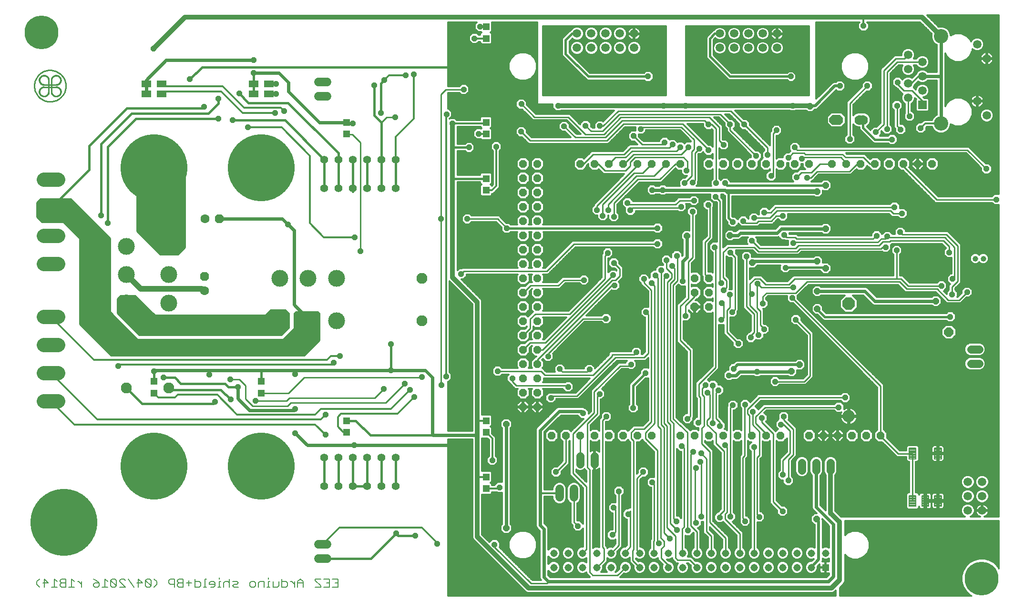
<source format=gbl>
G75*
G70*
%OFA0B0*%
%FSLAX24Y24*%
%IPPOS*%
%LPD*%
%AMOC8*
5,1,8,0,0,1.08239X$1,22.5*
%
%ADD10C,0.0070*%
%ADD11C,0.4685*%
%ADD12C,0.0515*%
%ADD13R,0.0515X0.0515*%
%ADD14R,0.0472X0.0472*%
%ADD15C,0.0560*%
%ADD16C,0.0594*%
%ADD17C,0.0397*%
%ADD18OC8,0.0650*%
%ADD19C,0.0700*%
%ADD20OC8,0.0700*%
%ADD21C,0.0594*%
%ADD22C,0.0100*%
%ADD23C,0.0010*%
%ADD24C,0.0083*%
%ADD25OC8,0.0630*%
%ADD26C,0.0630*%
%ADD27C,0.0860*%
%ADD28OC8,0.0860*%
%ADD29OC8,0.0554*%
%ADD30OC8,0.0600*%
%ADD31C,0.0554*%
%ADD32R,0.0669X0.0453*%
%ADD33C,0.1000*%
%ADD34C,0.1181*%
%ADD35C,0.0768*%
%ADD36R,0.0594X0.0594*%
%ADD37C,0.1004*%
%ADD38OC8,0.0396*%
%ADD39C,0.0120*%
%ADD40C,0.0160*%
%ADD41C,0.0320*%
%ADD42C,0.0240*%
%ADD43C,0.1200*%
%ADD44OC8,0.0436*%
%ADD45C,0.0200*%
%ADD46C,0.2362*%
%ADD47C,0.0400*%
D10*
X013637Y006893D02*
X013637Y007089D01*
X013834Y007286D01*
X014147Y007286D02*
X014442Y006991D01*
X014048Y006991D01*
X014147Y006696D02*
X014147Y007286D01*
X013637Y006893D02*
X013834Y006696D01*
X014656Y006696D02*
X015050Y006696D01*
X014853Y006696D02*
X014853Y007286D01*
X015050Y007089D01*
X015264Y007089D02*
X015362Y006991D01*
X015657Y006991D01*
X015362Y006991D02*
X015264Y006893D01*
X015264Y006794D01*
X015362Y006696D01*
X015657Y006696D01*
X015657Y007286D01*
X015362Y007286D01*
X015264Y007188D01*
X015264Y007089D01*
X015871Y006696D02*
X016265Y006696D01*
X016068Y006696D02*
X016068Y007286D01*
X016265Y007089D01*
X016476Y007089D02*
X016575Y007089D01*
X016771Y006893D01*
X016771Y007089D02*
X016771Y006696D01*
X017593Y006794D02*
X017593Y006893D01*
X017692Y006991D01*
X017987Y006991D01*
X017987Y006794D01*
X017888Y006696D01*
X017692Y006696D01*
X017593Y006794D01*
X017790Y007188D02*
X017987Y006991D01*
X017790Y007188D02*
X017593Y007286D01*
X018398Y007286D02*
X018398Y006696D01*
X018595Y006696D02*
X018201Y006696D01*
X018595Y007089D02*
X018398Y007286D01*
X018809Y007188D02*
X019202Y006794D01*
X019104Y006696D01*
X018907Y006696D01*
X018809Y006794D01*
X018809Y007188D01*
X018907Y007286D01*
X019104Y007286D01*
X019202Y007188D01*
X019202Y006794D01*
X019416Y006696D02*
X019810Y006696D01*
X019416Y007089D01*
X019416Y007188D01*
X019515Y007286D01*
X019712Y007286D01*
X019810Y007188D01*
X020024Y007286D02*
X020418Y006696D01*
X020730Y006696D02*
X020730Y007286D01*
X021025Y006991D01*
X020632Y006991D01*
X021239Y007188D02*
X021239Y006794D01*
X021338Y006696D01*
X021535Y006696D01*
X021633Y006794D01*
X021239Y007188D01*
X021338Y007286D01*
X021535Y007286D01*
X021633Y007188D01*
X021633Y006794D01*
X021841Y006696D02*
X022038Y006893D01*
X022038Y007089D01*
X021841Y007286D01*
X022860Y007188D02*
X022860Y006991D01*
X022958Y006893D01*
X023254Y006893D01*
X023254Y006696D02*
X023254Y007286D01*
X022958Y007286D01*
X022860Y007188D01*
X023468Y007188D02*
X023468Y007089D01*
X023566Y006991D01*
X023861Y006991D01*
X024076Y006991D02*
X024469Y006991D01*
X024683Y007089D02*
X024978Y007089D01*
X025077Y006991D01*
X025077Y006794D01*
X024978Y006696D01*
X024683Y006696D01*
X024683Y007286D01*
X024272Y007188D02*
X024272Y006794D01*
X023861Y006696D02*
X023861Y007286D01*
X023566Y007286D01*
X023468Y007188D01*
X023566Y006991D02*
X023468Y006893D01*
X023468Y006794D01*
X023566Y006696D01*
X023861Y006696D01*
X025285Y006696D02*
X025482Y006696D01*
X025384Y006696D02*
X025384Y007286D01*
X025482Y007286D01*
X025696Y006991D02*
X025696Y006893D01*
X026090Y006893D01*
X026090Y006991D02*
X026090Y006794D01*
X025991Y006696D01*
X025795Y006696D01*
X025696Y006991D02*
X025795Y007089D01*
X025991Y007089D01*
X026090Y006991D01*
X026396Y007089D02*
X026396Y006696D01*
X026298Y006696D02*
X026495Y006696D01*
X026709Y006696D02*
X026709Y006991D01*
X026807Y007089D01*
X027004Y007089D01*
X027103Y006991D01*
X027317Y007089D02*
X027612Y007089D01*
X027710Y006991D01*
X027612Y006893D01*
X027415Y006893D01*
X027317Y006794D01*
X027415Y006696D01*
X027710Y006696D01*
X027103Y006696D02*
X027103Y007286D01*
X026495Y007089D02*
X026396Y007089D01*
X026396Y007286D02*
X026396Y007385D01*
X028532Y006991D02*
X028532Y006794D01*
X028631Y006696D01*
X028827Y006696D01*
X028926Y006794D01*
X028926Y006991D01*
X028827Y007089D01*
X028631Y007089D01*
X028532Y006991D01*
X029140Y006991D02*
X029140Y006696D01*
X029140Y006991D02*
X029238Y007089D01*
X029534Y007089D01*
X029534Y006696D01*
X029742Y006696D02*
X029939Y006696D01*
X029840Y006696D02*
X029840Y007089D01*
X029939Y007089D01*
X030153Y007089D02*
X030153Y006696D01*
X030448Y006696D01*
X030546Y006794D01*
X030546Y007089D01*
X030760Y007089D02*
X031056Y007089D01*
X031154Y006991D01*
X031154Y006794D01*
X031056Y006696D01*
X030760Y006696D01*
X030760Y007286D01*
X031365Y007089D02*
X031464Y007089D01*
X031661Y006893D01*
X031661Y007089D02*
X031661Y006696D01*
X031875Y006696D02*
X031875Y007089D01*
X032071Y007286D01*
X032268Y007089D01*
X032268Y006696D01*
X032268Y006991D02*
X031875Y006991D01*
X033090Y007188D02*
X033484Y006794D01*
X033484Y006696D01*
X033090Y006696D01*
X033090Y007188D02*
X033090Y007286D01*
X033484Y007286D01*
X033698Y007286D02*
X034091Y007286D01*
X034091Y006696D01*
X033698Y006696D01*
X033895Y006991D02*
X034091Y006991D01*
X034305Y006696D02*
X034699Y006696D01*
X034699Y007286D01*
X034305Y007286D01*
X034502Y006991D02*
X034699Y006991D01*
X029840Y007286D02*
X029840Y007385D01*
D11*
X015520Y011248D03*
X021819Y015185D03*
X029319Y015185D03*
X029319Y036051D03*
X021819Y036051D03*
D12*
X049784Y009086D03*
X050784Y009086D03*
X051784Y009086D03*
X052784Y009086D03*
X053784Y009086D03*
X054784Y009086D03*
X055784Y009086D03*
X056784Y009086D03*
X057784Y009086D03*
X058784Y009086D03*
X059784Y009086D03*
X060784Y009086D03*
X061784Y009086D03*
X062784Y009086D03*
X063784Y009086D03*
X064784Y009086D03*
X065784Y009086D03*
X066784Y009086D03*
X067784Y009086D03*
X068784Y009086D03*
X067784Y008086D03*
X066784Y008086D03*
X065784Y008086D03*
X064784Y008086D03*
X063784Y008086D03*
X062784Y008086D03*
X061784Y008086D03*
X060784Y008086D03*
X059784Y008086D03*
X058784Y008086D03*
X057784Y008086D03*
X056784Y008086D03*
X055784Y008086D03*
X054784Y008086D03*
X053784Y008086D03*
X052784Y008086D03*
X051784Y008086D03*
X050784Y008086D03*
X049784Y008086D03*
D13*
X068784Y008086D03*
D14*
X045048Y013590D03*
X045048Y014417D03*
X045048Y017527D03*
X045048Y018354D03*
X035303Y018354D03*
X035303Y017527D03*
X029319Y020283D03*
X029319Y021110D03*
X021819Y021110D03*
X021819Y020283D03*
X045048Y034456D03*
X045048Y035283D03*
X045048Y038393D03*
X045048Y039220D03*
X035303Y039220D03*
X035303Y038393D03*
X045048Y045086D03*
X045048Y045913D03*
D15*
X078954Y023336D02*
X079514Y023336D01*
X079514Y022336D02*
X078954Y022336D01*
X069134Y015416D02*
X069134Y014856D01*
X068134Y014856D02*
X068134Y015416D01*
X067134Y015416D02*
X067134Y014856D01*
X052634Y015306D02*
X052634Y015866D01*
X051634Y015866D02*
X051634Y015306D01*
D16*
X078734Y014061D03*
X079734Y014061D03*
X079734Y013061D03*
X078734Y013061D03*
X078734Y012061D03*
X079734Y012061D03*
X080059Y039696D03*
X079390Y040696D03*
X075559Y041436D03*
X074559Y041936D03*
X074559Y040936D03*
X075559Y042436D03*
X074559Y042936D03*
X075559Y043436D03*
X074559Y043936D03*
X079390Y044676D03*
X080059Y043676D03*
X065384Y044436D03*
X065384Y045436D03*
X064384Y045436D03*
X063384Y045436D03*
X062384Y045436D03*
X061384Y045436D03*
X061384Y044436D03*
X062384Y044436D03*
X063384Y044436D03*
X064384Y044436D03*
X055384Y044436D03*
X055384Y045436D03*
X054384Y045436D03*
X053384Y045436D03*
X052384Y045436D03*
X051384Y045436D03*
X051384Y044436D03*
X052384Y044436D03*
X053384Y044436D03*
X054384Y044436D03*
D17*
X079259Y029686D03*
X079810Y029686D03*
D18*
X077409Y024536D03*
D19*
X071409Y039386D03*
X071159Y039386D03*
D20*
X069659Y039386D03*
X069409Y039386D03*
D21*
X033931Y041036D02*
X033337Y041036D01*
X033337Y042036D02*
X033931Y042036D01*
X050184Y013583D02*
X050184Y012989D01*
X051184Y012989D02*
X051184Y013583D01*
X033931Y009711D02*
X033337Y009711D01*
X033337Y008711D02*
X033931Y008711D01*
D22*
X045634Y009511D02*
X045634Y009686D01*
X045634Y009511D02*
X048184Y006961D01*
X049309Y006961D01*
X049409Y007061D01*
X049409Y007111D01*
X052284Y007761D02*
X052284Y014936D01*
X052134Y015086D01*
X052134Y018136D01*
X052834Y018836D01*
X052834Y020061D01*
X052984Y020211D01*
X052609Y020361D02*
X054434Y022186D01*
X055084Y022186D01*
X055184Y022286D01*
X055409Y022986D02*
X053859Y022986D01*
X053859Y022861D01*
X052534Y021536D01*
X049159Y021536D01*
X048884Y021811D01*
X045859Y021811D01*
X046884Y021311D02*
X046884Y021086D01*
X047159Y020811D01*
X050684Y020811D01*
X050784Y020711D01*
X051409Y020086D02*
X049734Y020086D01*
X049584Y019936D01*
X051409Y020086D02*
X054084Y022761D01*
X056084Y022761D01*
X056384Y023061D01*
X056384Y025761D01*
X056234Y025936D01*
X056609Y027486D02*
X056084Y028011D01*
X056084Y028261D01*
X056634Y027986D02*
X056834Y027786D01*
X056834Y018161D01*
X056184Y017511D01*
X056184Y017111D01*
X057034Y016261D01*
X057034Y009861D01*
X057134Y009761D01*
X056809Y009961D02*
X056809Y013886D01*
X056659Y014036D01*
X056034Y014761D02*
X055584Y014311D01*
X055584Y009293D01*
X055784Y009086D01*
X055359Y009336D02*
X055309Y009286D01*
X055309Y008568D01*
X055784Y008086D01*
X054784Y008086D02*
X054227Y007536D01*
X052509Y007536D01*
X052284Y007761D01*
X052784Y008086D02*
X053284Y008593D01*
X053284Y009411D01*
X053184Y009511D01*
X053184Y018361D01*
X053459Y018636D01*
X052609Y018911D02*
X051134Y017436D01*
X051134Y014661D01*
X052059Y013736D01*
X052059Y009368D01*
X051784Y009086D01*
X053784Y009086D02*
X054334Y009643D01*
X054334Y013411D01*
X053959Y012261D02*
X054109Y012111D01*
X054109Y010586D01*
X053884Y010361D01*
X054784Y009186D02*
X055134Y009536D01*
X055134Y012036D01*
X054984Y011811D01*
X057484Y010511D02*
X057884Y010111D01*
X057509Y009911D02*
X057259Y010161D01*
X057259Y017786D01*
X057059Y017986D01*
X057059Y028336D01*
X056884Y028511D01*
X057284Y028861D02*
X057284Y018086D01*
X057484Y017886D01*
X057484Y010511D01*
X057709Y010861D02*
X057709Y017986D01*
X057509Y018186D01*
X057509Y028336D01*
X057659Y028486D01*
X058034Y028636D02*
X058034Y028336D01*
X057734Y028036D01*
X057734Y018286D01*
X057934Y018086D01*
X057934Y011161D01*
X058384Y010711D01*
X058759Y010786D02*
X058759Y009118D01*
X058784Y009086D01*
X058434Y008611D02*
X059284Y008611D01*
X059784Y008111D01*
X059784Y008086D01*
X059784Y009086D02*
X059784Y010586D01*
X059359Y011011D01*
X059359Y016011D01*
X059534Y016186D01*
X060084Y016061D02*
X060459Y015686D01*
X060459Y010611D01*
X060784Y010286D01*
X060784Y009086D01*
X061784Y009086D02*
X061784Y010136D01*
X060684Y011236D01*
X060684Y016186D01*
X060134Y016736D01*
X060134Y017836D01*
X060284Y017986D01*
X060284Y020036D01*
X060159Y020161D01*
X060159Y020611D01*
X060384Y020836D01*
X059934Y020911D02*
X059934Y020086D01*
X060034Y019986D01*
X060034Y018361D01*
X059884Y018211D01*
X060509Y018086D02*
X060509Y018386D01*
X060684Y018561D01*
X060684Y020161D01*
X060534Y020311D01*
X061134Y020311D02*
X061309Y020486D01*
X061134Y020311D02*
X061134Y018511D01*
X061409Y018236D01*
X061409Y017986D01*
X060909Y018186D02*
X060909Y020811D01*
X059934Y020911D02*
X061109Y022086D01*
X061109Y030411D01*
X061034Y030486D01*
X061634Y030136D02*
X061634Y028361D01*
X061859Y028136D01*
X061859Y027661D01*
X061659Y027461D01*
X062084Y027161D02*
X062084Y026286D01*
X061884Y026086D01*
X061884Y024536D01*
X062684Y023736D01*
X063559Y024161D02*
X063559Y024311D01*
X063784Y024536D01*
X063784Y025811D01*
X063259Y026336D01*
X063259Y029836D01*
X062459Y029786D02*
X062134Y030111D01*
X061984Y030486D02*
X061634Y030136D01*
X061984Y030486D02*
X063784Y030486D01*
X064084Y030186D01*
X066784Y030186D01*
X066984Y030386D01*
X072659Y030386D01*
X072759Y030486D01*
X072984Y030486D01*
X072784Y030861D02*
X073259Y030861D01*
X073334Y030936D01*
X077034Y030936D01*
X077434Y030536D01*
X077434Y030111D01*
X077809Y030486D02*
X077809Y028411D01*
X077659Y028261D01*
X078034Y028111D02*
X077634Y027711D01*
X077634Y027186D01*
X077359Y026786D02*
X078134Y026786D01*
X078684Y027336D01*
X078034Y028111D02*
X078034Y030586D01*
X077234Y031386D01*
X074159Y031386D01*
X074009Y031536D01*
X073184Y031161D02*
X077134Y031161D01*
X077809Y030486D01*
X073759Y030261D02*
X073759Y028286D01*
X066634Y028286D01*
X066234Y027886D01*
X064609Y027886D01*
X064209Y028286D01*
X063859Y028286D01*
X063509Y027936D01*
X063509Y027211D01*
X063634Y027211D01*
X063509Y027211D02*
X063509Y026411D01*
X064009Y025911D01*
X064009Y024411D01*
X064084Y024336D01*
X064109Y024336D01*
X064484Y024736D02*
X064484Y024786D01*
X064234Y025036D01*
X064234Y026011D01*
X064009Y026236D01*
X064009Y027911D01*
X064034Y027936D01*
X064309Y027661D01*
X066534Y027661D01*
X066709Y027286D02*
X067434Y028011D01*
X067459Y028036D01*
X067484Y028061D01*
X073959Y028061D01*
X074459Y027561D01*
X076584Y027561D01*
X077359Y026786D01*
X076884Y027786D02*
X074559Y027786D01*
X074059Y028286D01*
X073759Y028286D01*
X072534Y030611D02*
X066884Y030611D01*
X066684Y030411D01*
X064159Y030411D01*
X063634Y030936D01*
X063959Y032161D02*
X063184Y032161D01*
X063034Y032311D01*
X063784Y032536D02*
X064884Y032536D01*
X065384Y033036D01*
X073334Y033036D01*
X073534Y032836D01*
X074134Y032836D01*
X073609Y033286D02*
X073584Y033261D01*
X065309Y033261D01*
X064959Y032911D01*
X064509Y032911D01*
X064109Y032311D02*
X063959Y032161D01*
X064109Y032311D02*
X064984Y032311D01*
X065334Y032661D01*
X065784Y032661D01*
X065884Y031336D02*
X066059Y031161D01*
X066659Y031161D01*
X066759Y031061D01*
X072109Y031061D01*
X072334Y031286D01*
X072359Y031286D01*
X072684Y031086D02*
X072959Y031086D01*
X073109Y031236D01*
X073184Y031161D01*
X072784Y030861D02*
X072534Y030611D01*
X072434Y030836D02*
X066684Y030836D01*
X066534Y030786D01*
X062459Y029786D02*
X062459Y026136D01*
X062259Y025936D01*
X061659Y025536D02*
X061509Y025411D01*
X061659Y025536D02*
X061659Y026461D01*
X061534Y026586D01*
X059634Y027036D02*
X059634Y027311D01*
X059634Y027036D02*
X059009Y026411D01*
X059009Y025686D01*
X058634Y026361D02*
X059184Y026911D01*
X059184Y029461D01*
X059484Y029761D01*
X059484Y032961D01*
X059584Y033736D02*
X058584Y033736D01*
X058309Y033461D01*
X055059Y033461D01*
X054934Y033586D01*
X055309Y033236D02*
X055134Y033061D01*
X055309Y033236D02*
X058609Y033236D01*
X058684Y033311D01*
X060584Y033436D02*
X060709Y033311D01*
X060709Y031186D01*
X060359Y030836D01*
X060359Y028586D01*
X060634Y028311D01*
X061409Y028061D02*
X061484Y027986D01*
X061409Y028061D02*
X061409Y033711D01*
X061109Y034011D01*
X061134Y034961D02*
X061134Y038761D01*
X060834Y039061D01*
X060609Y039061D01*
X060334Y039336D01*
X054559Y039336D01*
X053384Y038161D01*
X051284Y038161D01*
X050509Y038936D01*
X050784Y039586D02*
X048419Y039586D01*
X047514Y040491D01*
X049009Y041111D02*
X049009Y045986D01*
X057634Y045986D01*
X057634Y041111D01*
X049009Y041111D01*
X049009Y041196D02*
X057634Y041196D01*
X057634Y041294D02*
X049009Y041294D01*
X049009Y041393D02*
X057634Y041393D01*
X057634Y041491D02*
X049009Y041491D01*
X049009Y041590D02*
X057634Y041590D01*
X057634Y041688D02*
X049009Y041688D01*
X049009Y041787D02*
X057634Y041787D01*
X057634Y041885D02*
X049009Y041885D01*
X049009Y041984D02*
X057634Y041984D01*
X057634Y042082D02*
X056526Y042082D01*
X056512Y042068D02*
X056727Y042283D01*
X056727Y042588D01*
X056512Y042804D01*
X056207Y042804D01*
X056089Y042686D01*
X052288Y042686D01*
X050859Y044114D01*
X050859Y044882D01*
X051068Y045091D01*
X051120Y045040D01*
X051291Y044969D01*
X051477Y044969D01*
X051649Y045040D01*
X051780Y045171D01*
X051851Y045343D01*
X051851Y045529D01*
X051780Y045700D01*
X051649Y045832D01*
X051477Y045903D01*
X051291Y045903D01*
X051120Y045832D01*
X050988Y045700D01*
X050977Y045672D01*
X050918Y045648D01*
X050397Y045127D01*
X050359Y045036D01*
X050359Y043961D01*
X050397Y043869D01*
X050468Y043799D01*
X052043Y042224D01*
X052134Y042186D01*
X056089Y042186D01*
X056207Y042068D01*
X056512Y042068D01*
X056625Y042181D02*
X057634Y042181D01*
X057634Y042279D02*
X056723Y042279D01*
X056727Y042378D02*
X057634Y042378D01*
X057634Y042476D02*
X056727Y042476D01*
X056727Y042575D02*
X057634Y042575D01*
X057634Y042673D02*
X056642Y042673D01*
X056544Y042772D02*
X057634Y042772D01*
X057634Y042870D02*
X052103Y042870D01*
X052202Y042772D02*
X056175Y042772D01*
X056093Y042181D02*
X049009Y042181D01*
X049009Y042279D02*
X051987Y042279D01*
X051888Y042378D02*
X049009Y042378D01*
X049009Y042476D02*
X051790Y042476D01*
X051691Y042575D02*
X049009Y042575D01*
X049009Y042673D02*
X051593Y042673D01*
X051494Y042772D02*
X049009Y042772D01*
X049009Y042870D02*
X051396Y042870D01*
X051297Y042969D02*
X049009Y042969D01*
X049009Y043067D02*
X051199Y043067D01*
X051100Y043166D02*
X049009Y043166D01*
X049009Y043264D02*
X051002Y043264D01*
X050903Y043363D02*
X049009Y043363D01*
X049009Y043461D02*
X050805Y043461D01*
X050706Y043560D02*
X049009Y043560D01*
X049009Y043658D02*
X050608Y043658D01*
X050509Y043757D02*
X049009Y043757D01*
X049009Y043855D02*
X050411Y043855D01*
X050362Y043954D02*
X049009Y043954D01*
X049009Y044052D02*
X050359Y044052D01*
X050359Y044151D02*
X049009Y044151D01*
X049009Y044249D02*
X050359Y044249D01*
X050359Y044348D02*
X049009Y044348D01*
X049009Y044446D02*
X050359Y044446D01*
X050359Y044545D02*
X049009Y044545D01*
X049009Y044643D02*
X050359Y044643D01*
X050359Y044742D02*
X049009Y044742D01*
X049009Y044840D02*
X050359Y044840D01*
X050359Y044939D02*
X049009Y044939D01*
X049009Y045037D02*
X050360Y045037D01*
X050406Y045136D02*
X049009Y045136D01*
X049009Y045234D02*
X050504Y045234D01*
X050603Y045333D02*
X049009Y045333D01*
X049009Y045431D02*
X050701Y045431D01*
X050800Y045530D02*
X049009Y045530D01*
X049009Y045628D02*
X050898Y045628D01*
X051015Y045727D02*
X049009Y045727D01*
X049009Y045825D02*
X051113Y045825D01*
X051655Y045825D02*
X052113Y045825D01*
X052120Y045832D02*
X051988Y045700D01*
X051917Y045529D01*
X051917Y045343D01*
X051988Y045171D01*
X052120Y045040D01*
X052291Y044969D01*
X052477Y044969D01*
X052649Y045040D01*
X052780Y045171D01*
X052851Y045343D01*
X052851Y045529D01*
X052780Y045700D01*
X052649Y045832D01*
X052477Y045903D01*
X052291Y045903D01*
X052120Y045832D01*
X052015Y045727D02*
X051753Y045727D01*
X051810Y045628D02*
X051959Y045628D01*
X051918Y045530D02*
X051850Y045530D01*
X051851Y045431D02*
X051917Y045431D01*
X051921Y045333D02*
X051847Y045333D01*
X051806Y045234D02*
X051962Y045234D01*
X052024Y045136D02*
X051744Y045136D01*
X051642Y045037D02*
X052126Y045037D01*
X052141Y044840D02*
X051627Y044840D01*
X051649Y044832D02*
X051477Y044903D01*
X051291Y044903D01*
X051120Y044832D01*
X050988Y044700D01*
X050917Y044529D01*
X050917Y044343D01*
X050988Y044171D01*
X051120Y044040D01*
X051291Y043969D01*
X051477Y043969D01*
X051649Y044040D01*
X051780Y044171D01*
X051851Y044343D01*
X051851Y044529D01*
X051780Y044700D01*
X051649Y044832D01*
X051738Y044742D02*
X052030Y044742D01*
X051988Y044700D02*
X051917Y044529D01*
X051917Y044343D01*
X051988Y044171D01*
X052120Y044040D01*
X052291Y043969D01*
X052477Y043969D01*
X052649Y044040D01*
X052780Y044171D01*
X052851Y044343D01*
X052851Y044529D01*
X052780Y044700D01*
X052649Y044832D01*
X052477Y044903D01*
X052291Y044903D01*
X052120Y044832D01*
X051988Y044700D01*
X051965Y044643D02*
X051803Y044643D01*
X051844Y044545D02*
X051924Y044545D01*
X051917Y044446D02*
X051851Y044446D01*
X051851Y044348D02*
X051917Y044348D01*
X051956Y044249D02*
X051812Y044249D01*
X051759Y044151D02*
X052009Y044151D01*
X052107Y044052D02*
X051661Y044052D01*
X051315Y043658D02*
X057634Y043658D01*
X057634Y043560D02*
X051414Y043560D01*
X051512Y043461D02*
X057634Y043461D01*
X057634Y043363D02*
X051611Y043363D01*
X051709Y043264D02*
X057634Y043264D01*
X057634Y043166D02*
X051808Y043166D01*
X051906Y043067D02*
X057634Y043067D01*
X057634Y042969D02*
X052005Y042969D01*
X051217Y043757D02*
X057634Y043757D01*
X057634Y043855D02*
X051118Y043855D01*
X051020Y043954D02*
X057634Y043954D01*
X057634Y044052D02*
X055661Y044052D01*
X055649Y044040D02*
X055780Y044171D01*
X055851Y044343D01*
X055851Y044529D01*
X055780Y044700D01*
X055649Y044832D01*
X055477Y044903D01*
X055291Y044903D01*
X055120Y044832D01*
X054988Y044700D01*
X054917Y044529D01*
X054917Y044343D01*
X054988Y044171D01*
X055120Y044040D01*
X055291Y043969D01*
X055477Y043969D01*
X055649Y044040D01*
X055759Y044151D02*
X057634Y044151D01*
X057634Y044249D02*
X055812Y044249D01*
X055851Y044348D02*
X057634Y044348D01*
X057634Y044446D02*
X055851Y044446D01*
X055844Y044545D02*
X057634Y044545D01*
X057634Y044643D02*
X055803Y044643D01*
X055738Y044742D02*
X057634Y044742D01*
X057634Y044840D02*
X055627Y044840D01*
X055556Y045022D02*
X055618Y045054D01*
X055675Y045095D01*
X055725Y045145D01*
X055766Y045202D01*
X055798Y045264D01*
X055820Y045331D01*
X055829Y045387D01*
X055433Y045387D01*
X055433Y045484D01*
X055829Y045484D01*
X055820Y045540D01*
X055798Y045607D01*
X055766Y045670D01*
X055725Y045727D01*
X055675Y045777D01*
X055618Y045818D01*
X055556Y045850D01*
X055489Y045872D01*
X055433Y045881D01*
X055433Y045484D01*
X055336Y045484D01*
X055336Y045387D01*
X055433Y045387D01*
X055433Y044991D01*
X055489Y045000D01*
X055556Y045022D01*
X055586Y045037D02*
X057634Y045037D01*
X057634Y044939D02*
X050916Y044939D01*
X050859Y044840D02*
X051141Y044840D01*
X051030Y044742D02*
X050859Y044742D01*
X050859Y044643D02*
X050965Y044643D01*
X050924Y044545D02*
X050859Y044545D01*
X050859Y044446D02*
X050917Y044446D01*
X050917Y044348D02*
X050859Y044348D01*
X050859Y044249D02*
X050956Y044249D01*
X051009Y044151D02*
X050859Y044151D01*
X050921Y044052D02*
X051107Y044052D01*
X052627Y044840D02*
X053141Y044840D01*
X053120Y044832D02*
X052988Y044700D01*
X052917Y044529D01*
X052917Y044343D01*
X052988Y044171D01*
X053120Y044040D01*
X053291Y043969D01*
X053477Y043969D01*
X053649Y044040D01*
X053780Y044171D01*
X053851Y044343D01*
X053851Y044529D01*
X053780Y044700D01*
X053649Y044832D01*
X053477Y044903D01*
X053291Y044903D01*
X053120Y044832D01*
X053030Y044742D02*
X052738Y044742D01*
X052803Y044643D02*
X052965Y044643D01*
X052924Y044545D02*
X052844Y044545D01*
X052851Y044446D02*
X052917Y044446D01*
X052917Y044348D02*
X052851Y044348D01*
X052812Y044249D02*
X052956Y044249D01*
X053009Y044151D02*
X052759Y044151D01*
X052661Y044052D02*
X053107Y044052D01*
X053661Y044052D02*
X054107Y044052D01*
X054120Y044040D02*
X054291Y043969D01*
X054477Y043969D01*
X054649Y044040D01*
X054780Y044171D01*
X054851Y044343D01*
X054851Y044529D01*
X054780Y044700D01*
X054649Y044832D01*
X054477Y044903D01*
X054291Y044903D01*
X054120Y044832D01*
X053988Y044700D01*
X053917Y044529D01*
X053917Y044343D01*
X053988Y044171D01*
X054120Y044040D01*
X054009Y044151D02*
X053759Y044151D01*
X053812Y044249D02*
X053956Y044249D01*
X053917Y044348D02*
X053851Y044348D01*
X053851Y044446D02*
X053917Y044446D01*
X053924Y044545D02*
X053844Y044545D01*
X053803Y044643D02*
X053965Y044643D01*
X054030Y044742D02*
X053738Y044742D01*
X053627Y044840D02*
X054141Y044840D01*
X054126Y045037D02*
X053642Y045037D01*
X053649Y045040D02*
X053780Y045171D01*
X053851Y045343D01*
X053851Y045529D01*
X053780Y045700D01*
X053649Y045832D01*
X053477Y045903D01*
X053291Y045903D01*
X053120Y045832D01*
X052988Y045700D01*
X052917Y045529D01*
X052917Y045343D01*
X052988Y045171D01*
X053120Y045040D01*
X053291Y044969D01*
X053477Y044969D01*
X053649Y045040D01*
X053744Y045136D02*
X054024Y045136D01*
X053988Y045171D02*
X054120Y045040D01*
X054291Y044969D01*
X054477Y044969D01*
X054649Y045040D01*
X054780Y045171D01*
X054851Y045343D01*
X054851Y045529D01*
X054780Y045700D01*
X054649Y045832D01*
X054477Y045903D01*
X054291Y045903D01*
X054120Y045832D01*
X053988Y045700D01*
X053917Y045529D01*
X053917Y045343D01*
X053988Y045171D01*
X053962Y045234D02*
X053806Y045234D01*
X053847Y045333D02*
X053921Y045333D01*
X053917Y045431D02*
X053851Y045431D01*
X053850Y045530D02*
X053918Y045530D01*
X053959Y045628D02*
X053810Y045628D01*
X053753Y045727D02*
X054015Y045727D01*
X054113Y045825D02*
X053655Y045825D01*
X053113Y045825D02*
X052655Y045825D01*
X052753Y045727D02*
X053015Y045727D01*
X052959Y045628D02*
X052810Y045628D01*
X052850Y045530D02*
X052918Y045530D01*
X052917Y045431D02*
X052851Y045431D01*
X052847Y045333D02*
X052921Y045333D01*
X052962Y045234D02*
X052806Y045234D01*
X052744Y045136D02*
X053024Y045136D01*
X053126Y045037D02*
X052642Y045037D01*
X051126Y045037D02*
X051014Y045037D01*
X049009Y045924D02*
X057634Y045924D01*
X057634Y045825D02*
X055604Y045825D01*
X055725Y045727D02*
X057634Y045727D01*
X057634Y045628D02*
X055787Y045628D01*
X055822Y045530D02*
X057634Y045530D01*
X057634Y045431D02*
X055433Y045431D01*
X055336Y045431D02*
X054851Y045431D01*
X054847Y045333D02*
X054948Y045333D01*
X054948Y045331D02*
X054970Y045264D01*
X055002Y045202D01*
X055043Y045145D01*
X055093Y045095D01*
X055150Y045054D01*
X055213Y045022D01*
X055279Y045000D01*
X055336Y044991D01*
X055336Y045387D01*
X054939Y045387D01*
X054948Y045331D01*
X054985Y045234D02*
X054806Y045234D01*
X054744Y045136D02*
X055052Y045136D01*
X055182Y045037D02*
X054642Y045037D01*
X054627Y044840D02*
X055141Y044840D01*
X055030Y044742D02*
X054738Y044742D01*
X054803Y044643D02*
X054965Y044643D01*
X054924Y044545D02*
X054844Y044545D01*
X054851Y044446D02*
X054917Y044446D01*
X054917Y044348D02*
X054851Y044348D01*
X054812Y044249D02*
X054956Y044249D01*
X055009Y044151D02*
X054759Y044151D01*
X054661Y044052D02*
X055107Y044052D01*
X055336Y045037D02*
X055433Y045037D01*
X055433Y045136D02*
X055336Y045136D01*
X055336Y045234D02*
X055433Y045234D01*
X055433Y045333D02*
X055336Y045333D01*
X055336Y045484D02*
X054939Y045484D01*
X054948Y045540D01*
X054970Y045607D01*
X055002Y045670D01*
X055043Y045727D01*
X054753Y045727D01*
X054810Y045628D02*
X054981Y045628D01*
X054947Y045530D02*
X054850Y045530D01*
X055043Y045727D02*
X055093Y045777D01*
X055150Y045818D01*
X055213Y045850D01*
X055279Y045872D01*
X055336Y045881D01*
X055336Y045484D01*
X055336Y045530D02*
X055433Y045530D01*
X055433Y045628D02*
X055336Y045628D01*
X055336Y045727D02*
X055433Y045727D01*
X055433Y045825D02*
X055336Y045825D01*
X055164Y045825D02*
X054655Y045825D01*
X055820Y045333D02*
X057634Y045333D01*
X057634Y045234D02*
X055783Y045234D01*
X055716Y045136D02*
X057634Y045136D01*
X059009Y045136D02*
X060454Y045136D01*
X060454Y045181D02*
X060454Y043741D01*
X060589Y043606D01*
X061989Y042206D01*
X066097Y042206D01*
X066215Y042088D01*
X066503Y042088D01*
X066707Y042292D01*
X066707Y042580D01*
X066503Y042784D01*
X066215Y042784D01*
X066097Y042666D01*
X062179Y042666D01*
X060914Y043931D01*
X060914Y044991D01*
X061056Y045132D01*
X061131Y045057D01*
X061295Y044989D01*
X061473Y044989D01*
X061637Y045057D01*
X061763Y045183D01*
X061831Y045347D01*
X061831Y045525D01*
X061763Y045689D01*
X061637Y045815D01*
X061473Y045883D01*
X061295Y045883D01*
X061131Y045815D01*
X061005Y045689D01*
X060996Y045666D01*
X060939Y045666D01*
X060454Y045181D01*
X060507Y045234D02*
X059009Y045234D01*
X059009Y045333D02*
X060606Y045333D01*
X060704Y045431D02*
X059009Y045431D01*
X059009Y045530D02*
X060803Y045530D01*
X060901Y045628D02*
X059009Y045628D01*
X059009Y045727D02*
X061043Y045727D01*
X061157Y045825D02*
X059009Y045825D01*
X059009Y045924D02*
X067634Y045924D01*
X067634Y045986D02*
X059009Y045986D01*
X059009Y041111D01*
X067634Y041111D01*
X067634Y045986D01*
X067634Y045825D02*
X065604Y045825D01*
X065618Y045818D02*
X065556Y045850D01*
X065489Y045872D01*
X065433Y045881D01*
X065433Y045484D01*
X065829Y045484D01*
X065820Y045540D01*
X065798Y045607D01*
X065766Y045670D01*
X065725Y045727D01*
X065675Y045777D01*
X065618Y045818D01*
X065725Y045727D02*
X067634Y045727D01*
X067634Y045628D02*
X065787Y045628D01*
X065822Y045530D02*
X067634Y045530D01*
X067634Y045431D02*
X065433Y045431D01*
X065433Y045387D02*
X065433Y045484D01*
X065336Y045484D01*
X065336Y045387D01*
X065433Y045387D01*
X065829Y045387D01*
X065820Y045331D01*
X065798Y045264D01*
X065766Y045202D01*
X065725Y045145D01*
X065675Y045095D01*
X065618Y045054D01*
X065556Y045022D01*
X065489Y045000D01*
X065433Y044991D01*
X065433Y045387D01*
X065433Y045333D02*
X065336Y045333D01*
X065336Y045387D02*
X065336Y044991D01*
X065279Y045000D01*
X065213Y045022D01*
X065150Y045054D01*
X065093Y045095D01*
X065043Y045145D01*
X065002Y045202D01*
X064970Y045264D01*
X064948Y045331D01*
X064939Y045387D01*
X065336Y045387D01*
X065336Y045431D02*
X064831Y045431D01*
X064831Y045347D02*
X064763Y045183D01*
X064637Y045057D01*
X064473Y044989D01*
X064295Y044989D01*
X064131Y045057D01*
X064005Y045183D01*
X063937Y045347D01*
X063937Y045525D01*
X064005Y045689D01*
X064131Y045815D01*
X064295Y045883D01*
X064473Y045883D01*
X064637Y045815D01*
X064763Y045689D01*
X064831Y045525D01*
X064831Y045347D01*
X064825Y045333D02*
X064948Y045333D01*
X064985Y045234D02*
X064784Y045234D01*
X064716Y045136D02*
X065052Y045136D01*
X065182Y045037D02*
X064590Y045037D01*
X064473Y044883D02*
X064295Y044883D01*
X064131Y044815D01*
X064005Y044689D01*
X063937Y044525D01*
X063937Y044347D01*
X064005Y044183D01*
X064131Y044057D01*
X064295Y043989D01*
X064473Y043989D01*
X064637Y044057D01*
X064763Y044183D01*
X064831Y044347D01*
X064831Y044525D01*
X064763Y044689D01*
X064637Y044815D01*
X064473Y044883D01*
X064575Y044840D02*
X065193Y044840D01*
X065131Y044815D02*
X065005Y044689D01*
X064937Y044525D01*
X064937Y044347D01*
X065005Y044183D01*
X065131Y044057D01*
X065295Y043989D01*
X065473Y043989D01*
X065637Y044057D01*
X065763Y044183D01*
X065831Y044347D01*
X065831Y044525D01*
X065763Y044689D01*
X065637Y044815D01*
X065473Y044883D01*
X065295Y044883D01*
X065131Y044815D01*
X065058Y044742D02*
X064710Y044742D01*
X064782Y044643D02*
X064986Y044643D01*
X064946Y044545D02*
X064823Y044545D01*
X064831Y044446D02*
X064937Y044446D01*
X064937Y044348D02*
X064831Y044348D01*
X064791Y044249D02*
X064978Y044249D01*
X065037Y044151D02*
X064731Y044151D01*
X064626Y044052D02*
X065142Y044052D01*
X065626Y044052D02*
X067634Y044052D01*
X067634Y043954D02*
X060914Y043954D01*
X060914Y044052D02*
X061142Y044052D01*
X061131Y044057D02*
X061295Y043989D01*
X061473Y043989D01*
X061637Y044057D01*
X061763Y044183D01*
X061831Y044347D01*
X061831Y044525D01*
X061763Y044689D01*
X061637Y044815D01*
X061473Y044883D01*
X061295Y044883D01*
X061131Y044815D01*
X061005Y044689D01*
X060937Y044525D01*
X060937Y044347D01*
X061005Y044183D01*
X061131Y044057D01*
X061037Y044151D02*
X060914Y044151D01*
X060914Y044249D02*
X060978Y044249D01*
X060937Y044348D02*
X060914Y044348D01*
X060914Y044446D02*
X060937Y044446D01*
X060946Y044545D02*
X060914Y044545D01*
X060914Y044643D02*
X060986Y044643D01*
X060914Y044742D02*
X061058Y044742D01*
X061193Y044840D02*
X060914Y044840D01*
X060914Y044939D02*
X067634Y044939D01*
X067634Y045037D02*
X065586Y045037D01*
X065433Y045037D02*
X065336Y045037D01*
X065336Y045136D02*
X065433Y045136D01*
X065433Y045234D02*
X065336Y045234D01*
X065336Y045484D02*
X064939Y045484D01*
X064948Y045540D01*
X064970Y045607D01*
X065002Y045670D01*
X065043Y045727D01*
X064725Y045727D01*
X064788Y045628D02*
X064981Y045628D01*
X064947Y045530D02*
X064829Y045530D01*
X065043Y045727D02*
X065093Y045777D01*
X065150Y045818D01*
X065213Y045850D01*
X065279Y045872D01*
X065336Y045881D01*
X065336Y045484D01*
X065336Y045530D02*
X065433Y045530D01*
X065433Y045628D02*
X065336Y045628D01*
X065336Y045727D02*
X065433Y045727D01*
X065433Y045825D02*
X065336Y045825D01*
X065164Y045825D02*
X064611Y045825D01*
X064157Y045825D02*
X063611Y045825D01*
X063637Y045815D02*
X063473Y045883D01*
X063295Y045883D01*
X063131Y045815D01*
X063005Y045689D01*
X062937Y045525D01*
X062937Y045347D01*
X063005Y045183D01*
X063131Y045057D01*
X063295Y044989D01*
X063473Y044989D01*
X063637Y045057D01*
X063763Y045183D01*
X063831Y045347D01*
X063831Y045525D01*
X063763Y045689D01*
X063637Y045815D01*
X063725Y045727D02*
X064043Y045727D01*
X063980Y045628D02*
X063788Y045628D01*
X063829Y045530D02*
X063939Y045530D01*
X063937Y045431D02*
X063831Y045431D01*
X063825Y045333D02*
X063943Y045333D01*
X063984Y045234D02*
X063784Y045234D01*
X063716Y045136D02*
X064052Y045136D01*
X064178Y045037D02*
X063590Y045037D01*
X063473Y044883D02*
X063295Y044883D01*
X063131Y044815D01*
X063005Y044689D01*
X062937Y044525D01*
X062937Y044347D01*
X063005Y044183D01*
X063131Y044057D01*
X063295Y043989D01*
X063473Y043989D01*
X063637Y044057D01*
X063763Y044183D01*
X063831Y044347D01*
X063831Y044525D01*
X063763Y044689D01*
X063637Y044815D01*
X063473Y044883D01*
X063575Y044840D02*
X064193Y044840D01*
X064058Y044742D02*
X063710Y044742D01*
X063782Y044643D02*
X063986Y044643D01*
X063946Y044545D02*
X063823Y044545D01*
X063831Y044446D02*
X063937Y044446D01*
X063937Y044348D02*
X063831Y044348D01*
X063791Y044249D02*
X063978Y044249D01*
X064037Y044151D02*
X063731Y044151D01*
X063626Y044052D02*
X064142Y044052D01*
X063142Y044052D02*
X062626Y044052D01*
X062637Y044057D02*
X062763Y044183D01*
X062831Y044347D01*
X062831Y044525D01*
X062763Y044689D01*
X062637Y044815D01*
X062473Y044883D01*
X062295Y044883D01*
X062131Y044815D01*
X062005Y044689D01*
X061937Y044525D01*
X061937Y044347D01*
X062005Y044183D01*
X062131Y044057D01*
X062295Y043989D01*
X062473Y043989D01*
X062637Y044057D01*
X062731Y044151D02*
X063037Y044151D01*
X062978Y044249D02*
X062791Y044249D01*
X062831Y044348D02*
X062937Y044348D01*
X062937Y044446D02*
X062831Y044446D01*
X062823Y044545D02*
X062946Y044545D01*
X062986Y044643D02*
X062782Y044643D01*
X062710Y044742D02*
X063058Y044742D01*
X063193Y044840D02*
X062575Y044840D01*
X062473Y044989D02*
X062637Y045057D01*
X062763Y045183D01*
X062831Y045347D01*
X062831Y045525D01*
X062763Y045689D01*
X062637Y045815D01*
X062473Y045883D01*
X062295Y045883D01*
X062131Y045815D01*
X062005Y045689D01*
X061937Y045525D01*
X061937Y045347D01*
X062005Y045183D01*
X062131Y045057D01*
X062295Y044989D01*
X062473Y044989D01*
X062590Y045037D02*
X063178Y045037D01*
X063052Y045136D02*
X062716Y045136D01*
X062784Y045234D02*
X062984Y045234D01*
X062943Y045333D02*
X062825Y045333D01*
X062831Y045431D02*
X062937Y045431D01*
X062939Y045530D02*
X062829Y045530D01*
X062788Y045628D02*
X062980Y045628D01*
X063043Y045727D02*
X062725Y045727D01*
X062611Y045825D02*
X063157Y045825D01*
X062157Y045825D02*
X061611Y045825D01*
X061725Y045727D02*
X062043Y045727D01*
X061980Y045628D02*
X061788Y045628D01*
X061829Y045530D02*
X061939Y045530D01*
X061937Y045431D02*
X061831Y045431D01*
X061825Y045333D02*
X061943Y045333D01*
X061984Y045234D02*
X061784Y045234D01*
X061716Y045136D02*
X062052Y045136D01*
X062178Y045037D02*
X061590Y045037D01*
X061575Y044840D02*
X062193Y044840D01*
X062058Y044742D02*
X061710Y044742D01*
X061782Y044643D02*
X061986Y044643D01*
X061946Y044545D02*
X061823Y044545D01*
X061831Y044446D02*
X061937Y044446D01*
X061937Y044348D02*
X061831Y044348D01*
X061791Y044249D02*
X061978Y044249D01*
X062037Y044151D02*
X061731Y044151D01*
X061626Y044052D02*
X062142Y044052D01*
X061482Y043363D02*
X067634Y043363D01*
X067634Y043461D02*
X061384Y043461D01*
X061285Y043560D02*
X067634Y043560D01*
X067634Y043658D02*
X061187Y043658D01*
X061088Y043757D02*
X067634Y043757D01*
X067634Y043855D02*
X060990Y043855D01*
X060635Y043560D02*
X059009Y043560D01*
X059009Y043658D02*
X060536Y043658D01*
X060454Y043757D02*
X059009Y043757D01*
X059009Y043855D02*
X060454Y043855D01*
X060454Y043954D02*
X059009Y043954D01*
X059009Y044052D02*
X060454Y044052D01*
X060454Y044151D02*
X059009Y044151D01*
X059009Y044249D02*
X060454Y044249D01*
X060454Y044348D02*
X059009Y044348D01*
X059009Y044446D02*
X060454Y044446D01*
X060454Y044545D02*
X059009Y044545D01*
X059009Y044643D02*
X060454Y044643D01*
X060454Y044742D02*
X059009Y044742D01*
X059009Y044840D02*
X060454Y044840D01*
X060454Y044939D02*
X059009Y044939D01*
X059009Y045037D02*
X060454Y045037D01*
X060961Y045037D02*
X061178Y045037D01*
X060733Y043461D02*
X059009Y043461D01*
X059009Y043363D02*
X060832Y043363D01*
X060930Y043264D02*
X059009Y043264D01*
X059009Y043166D02*
X061029Y043166D01*
X061127Y043067D02*
X059009Y043067D01*
X059009Y042969D02*
X061226Y042969D01*
X061324Y042870D02*
X059009Y042870D01*
X059009Y042772D02*
X061423Y042772D01*
X061521Y042673D02*
X059009Y042673D01*
X059009Y042575D02*
X061620Y042575D01*
X061718Y042476D02*
X059009Y042476D01*
X059009Y042378D02*
X061817Y042378D01*
X061915Y042279D02*
X059009Y042279D01*
X059009Y042181D02*
X066122Y042181D01*
X066597Y042181D02*
X067634Y042181D01*
X067634Y042279D02*
X066695Y042279D01*
X066707Y042378D02*
X067634Y042378D01*
X067634Y042476D02*
X066707Y042476D01*
X066707Y042575D02*
X067634Y042575D01*
X067634Y042673D02*
X066614Y042673D01*
X066515Y042772D02*
X067634Y042772D01*
X067634Y042870D02*
X061975Y042870D01*
X062073Y042772D02*
X066203Y042772D01*
X066104Y042673D02*
X062172Y042673D01*
X061876Y042969D02*
X067634Y042969D01*
X067634Y043067D02*
X061778Y043067D01*
X061679Y043166D02*
X067634Y043166D01*
X067634Y043264D02*
X061581Y043264D01*
X059009Y042082D02*
X067634Y042082D01*
X067634Y041984D02*
X059009Y041984D01*
X059009Y041885D02*
X067634Y041885D01*
X067634Y041787D02*
X059009Y041787D01*
X059009Y041688D02*
X067634Y041688D01*
X067634Y041590D02*
X059009Y041590D01*
X059009Y041491D02*
X067634Y041491D01*
X067634Y041393D02*
X059009Y041393D01*
X059009Y041294D02*
X067634Y041294D01*
X067634Y041196D02*
X059009Y041196D01*
X061434Y039786D02*
X054359Y039786D01*
X053184Y038611D01*
X052384Y038611D01*
X052009Y038986D01*
X051984Y038386D02*
X050784Y039586D01*
X051984Y038386D02*
X053284Y038386D01*
X054459Y039561D01*
X060659Y039561D01*
X061359Y038861D01*
X061359Y037936D01*
X061659Y037636D01*
X060609Y037311D02*
X060609Y037261D01*
X060609Y037311D02*
X058809Y039111D01*
X054659Y039111D01*
X053484Y037936D01*
X048134Y037936D01*
X047509Y038561D01*
X051634Y036311D02*
X051859Y036311D01*
X052534Y036986D01*
X054709Y036986D01*
X055159Y037436D01*
X057859Y037436D01*
X058084Y037661D01*
X058359Y037211D02*
X058634Y037486D01*
X058359Y037211D02*
X055259Y037211D01*
X054809Y036761D01*
X054084Y036761D01*
X053634Y036311D01*
X053359Y035836D02*
X052884Y036311D01*
X052634Y036311D01*
X053359Y035836D02*
X054809Y035836D01*
X055134Y036161D01*
X055134Y036436D01*
X055459Y036761D01*
X058859Y036761D01*
X059134Y036486D01*
X059134Y035911D01*
X059059Y035836D01*
X059434Y035486D02*
X059434Y037186D01*
X059584Y037336D01*
X059584Y038011D01*
X058709Y038886D01*
X056009Y038886D01*
X055859Y038736D01*
X055859Y038836D01*
X055884Y038861D01*
X055359Y038261D02*
X055959Y037661D01*
X057384Y037661D01*
X057534Y037811D01*
X058709Y036986D02*
X059209Y037486D01*
X059659Y037086D02*
X059959Y037386D01*
X059659Y037086D02*
X059659Y035186D01*
X059484Y035011D01*
X059434Y035486D02*
X058934Y034986D01*
X058934Y034961D01*
X058284Y036311D02*
X057209Y035236D01*
X055659Y035236D01*
X053984Y033561D01*
X053984Y032611D01*
X053584Y033086D02*
X053584Y033486D01*
X055559Y035461D01*
X056784Y035461D01*
X057634Y036311D01*
X058284Y036311D02*
X058609Y036311D01*
X058709Y036986D02*
X055359Y036986D01*
X054684Y036311D01*
X054634Y036311D01*
X055634Y036311D02*
X055634Y036211D01*
X052809Y033386D01*
X052809Y033086D01*
X053209Y032686D02*
X053209Y033486D01*
X055409Y035686D01*
X056009Y035686D01*
X056634Y036311D01*
X053234Y038961D02*
X053009Y038961D01*
X053234Y038961D02*
X054284Y040011D01*
X062159Y040011D01*
X063109Y039061D01*
X064734Y037436D01*
X064734Y036936D01*
X063934Y036861D02*
X062109Y038686D01*
X062109Y039061D01*
X062109Y039111D01*
X061434Y039786D01*
X065134Y038436D02*
X065134Y035611D01*
X064984Y035461D01*
X066184Y036736D02*
X066509Y037061D01*
X067284Y037061D01*
X067359Y036986D01*
X069959Y036986D01*
X070184Y036761D01*
X071434Y036761D01*
X071883Y036312D01*
X072233Y036312D01*
X072234Y036311D01*
X071234Y036311D02*
X070984Y036311D01*
X070459Y035786D01*
X068209Y035786D01*
X067759Y035336D01*
X067509Y035336D01*
X067809Y035711D02*
X067084Y035711D01*
X066759Y035386D01*
X067809Y035711D02*
X068409Y036311D01*
X069234Y036311D01*
X069859Y036761D02*
X067209Y036761D01*
X067134Y036686D01*
X066809Y037286D02*
X078709Y037286D01*
X080034Y035961D01*
X080734Y033811D02*
X076559Y033811D01*
X074234Y036136D01*
X074234Y036311D01*
X072309Y038536D02*
X072859Y039086D01*
X072859Y042836D01*
X073709Y043686D01*
X074309Y043686D01*
X074559Y043936D01*
X073784Y043436D02*
X073084Y042736D01*
X073084Y038736D01*
X073784Y038961D02*
X074034Y038711D01*
X073784Y038961D02*
X073784Y040386D01*
X074559Y040911D02*
X074559Y039736D01*
X074659Y039636D01*
X075559Y040436D02*
X075559Y040711D01*
X074834Y041436D01*
X074259Y041436D01*
X073834Y041861D01*
X073834Y042011D01*
X071709Y041761D02*
X070484Y040536D01*
X070484Y038036D01*
X069859Y036761D02*
X070234Y036386D01*
X070234Y036311D01*
X066809Y037286D02*
X066634Y037461D01*
X065359Y038661D02*
X065134Y038436D01*
X056192Y042082D02*
X049009Y042082D01*
X043484Y041511D02*
X042234Y041511D01*
X041884Y041161D01*
X041884Y032461D01*
X041884Y020886D01*
X041934Y020836D01*
X040559Y021411D02*
X040534Y021386D01*
X032334Y021386D01*
X031234Y020286D01*
X029334Y020286D01*
X028934Y019736D02*
X031109Y019736D01*
X031309Y019936D01*
X037259Y019936D01*
X037909Y020586D01*
X038034Y019611D02*
X039359Y020936D01*
X038034Y019611D02*
X031409Y019611D01*
X031159Y019361D01*
X028734Y019361D01*
X028234Y019861D01*
X028234Y020811D01*
X027809Y021236D01*
X027159Y021236D01*
X030694Y023936D02*
X020824Y023936D01*
X020714Y023981D01*
X019089Y025606D01*
X019005Y025691D01*
X018970Y025775D01*
X018759Y025986D01*
X018759Y031111D01*
X016009Y033861D01*
X013884Y033861D01*
X013634Y033611D01*
X013634Y032611D01*
X014009Y032236D01*
X015509Y032236D01*
X016634Y031111D01*
X016634Y025111D01*
X018824Y022921D01*
X032319Y022921D01*
X033384Y023986D01*
X033384Y025861D01*
X033259Y025986D01*
X031759Y025986D01*
X031634Y025861D01*
X031634Y024736D01*
X030884Y023986D01*
X030808Y023986D01*
X030804Y023981D01*
X030694Y023936D01*
X030748Y023958D02*
X033357Y023958D01*
X033384Y024057D02*
X030955Y024057D01*
X031054Y024155D02*
X033384Y024155D01*
X033384Y024254D02*
X031152Y024254D01*
X031251Y024352D02*
X033384Y024352D01*
X033384Y024451D02*
X031349Y024451D01*
X031448Y024549D02*
X033384Y024549D01*
X033384Y024648D02*
X031546Y024648D01*
X031634Y024746D02*
X033384Y024746D01*
X033384Y024845D02*
X031634Y024845D01*
X031634Y024943D02*
X033384Y024943D01*
X033384Y025042D02*
X031634Y025042D01*
X031634Y025140D02*
X033384Y025140D01*
X033384Y025239D02*
X031634Y025239D01*
X031634Y025337D02*
X033384Y025337D01*
X033384Y025436D02*
X031634Y025436D01*
X031634Y025534D02*
X033384Y025534D01*
X033384Y025633D02*
X031634Y025633D01*
X031634Y025731D02*
X033384Y025731D01*
X033384Y025830D02*
X031634Y025830D01*
X031702Y025928D02*
X033317Y025928D01*
X031259Y025861D02*
X031259Y024861D01*
X030734Y024336D01*
X020784Y024336D01*
X019259Y025861D01*
X019259Y026861D01*
X019509Y027111D01*
X020509Y027111D01*
X021884Y025736D01*
X029634Y025736D01*
X030009Y026111D01*
X031009Y026111D01*
X031259Y025861D01*
X031259Y025830D02*
X029728Y025830D01*
X029827Y025928D02*
X031192Y025928D01*
X031093Y026027D02*
X029925Y026027D01*
X031259Y025731D02*
X019389Y025731D01*
X019487Y025633D02*
X031259Y025633D01*
X031259Y025534D02*
X019586Y025534D01*
X019684Y025436D02*
X031259Y025436D01*
X031259Y025337D02*
X019783Y025337D01*
X019881Y025239D02*
X031259Y025239D01*
X031259Y025140D02*
X019980Y025140D01*
X020078Y025042D02*
X031259Y025042D01*
X031259Y024943D02*
X020177Y024943D01*
X020275Y024845D02*
X031243Y024845D01*
X031145Y024746D02*
X020374Y024746D01*
X020472Y024648D02*
X031046Y024648D01*
X030948Y024549D02*
X020571Y024549D01*
X020669Y024451D02*
X030849Y024451D01*
X030751Y024352D02*
X020768Y024352D01*
X020540Y024155D02*
X017590Y024155D01*
X017688Y024057D02*
X020639Y024057D01*
X020770Y023958D02*
X017787Y023958D01*
X017885Y023860D02*
X033258Y023860D01*
X033160Y023761D02*
X017984Y023761D01*
X018082Y023663D02*
X033061Y023663D01*
X032963Y023564D02*
X018181Y023564D01*
X018279Y023466D02*
X032864Y023466D01*
X032766Y023367D02*
X018378Y023367D01*
X018476Y023269D02*
X032667Y023269D01*
X032569Y023170D02*
X018575Y023170D01*
X018673Y023072D02*
X032470Y023072D01*
X032372Y022973D02*
X018772Y022973D01*
X017491Y024254D02*
X020442Y024254D01*
X020343Y024352D02*
X017393Y024352D01*
X017294Y024451D02*
X020245Y024451D01*
X020146Y024549D02*
X017196Y024549D01*
X017097Y024648D02*
X020048Y024648D01*
X019949Y024746D02*
X016999Y024746D01*
X016900Y024845D02*
X019851Y024845D01*
X019752Y024943D02*
X016802Y024943D01*
X016703Y025042D02*
X019654Y025042D01*
X019555Y025140D02*
X016634Y025140D01*
X016634Y025239D02*
X019457Y025239D01*
X019358Y025337D02*
X016634Y025337D01*
X016634Y025436D02*
X019260Y025436D01*
X019161Y025534D02*
X016634Y025534D01*
X016634Y025633D02*
X019063Y025633D01*
X018988Y025731D02*
X016634Y025731D01*
X016634Y025830D02*
X018915Y025830D01*
X018817Y025928D02*
X016634Y025928D01*
X016634Y026027D02*
X018759Y026027D01*
X018759Y026125D02*
X016634Y026125D01*
X016634Y026224D02*
X018759Y026224D01*
X018759Y026322D02*
X016634Y026322D01*
X016634Y026421D02*
X018759Y026421D01*
X018759Y026519D02*
X016634Y026519D01*
X016634Y026618D02*
X018759Y026618D01*
X018759Y026716D02*
X016634Y026716D01*
X016634Y026815D02*
X018759Y026815D01*
X018759Y026913D02*
X016634Y026913D01*
X016634Y027012D02*
X018759Y027012D01*
X018759Y027110D02*
X016634Y027110D01*
X016634Y027209D02*
X018759Y027209D01*
X018759Y027307D02*
X016634Y027307D01*
X016634Y027406D02*
X018759Y027406D01*
X018759Y027504D02*
X016634Y027504D01*
X016634Y027603D02*
X018759Y027603D01*
X018759Y027701D02*
X016634Y027701D01*
X016634Y027800D02*
X018759Y027800D01*
X018759Y027898D02*
X016634Y027898D01*
X016634Y027997D02*
X018759Y027997D01*
X018759Y028095D02*
X016634Y028095D01*
X016634Y028194D02*
X018759Y028194D01*
X018759Y028292D02*
X016634Y028292D01*
X016634Y028391D02*
X018759Y028391D01*
X018759Y028489D02*
X016634Y028489D01*
X016634Y028588D02*
X018759Y028588D01*
X018759Y028686D02*
X016634Y028686D01*
X016634Y028785D02*
X018759Y028785D01*
X018759Y028883D02*
X016634Y028883D01*
X016634Y028982D02*
X018759Y028982D01*
X018759Y029080D02*
X016634Y029080D01*
X016634Y029179D02*
X018759Y029179D01*
X018759Y029277D02*
X016634Y029277D01*
X016634Y029376D02*
X018759Y029376D01*
X018759Y029474D02*
X016634Y029474D01*
X016634Y029573D02*
X018759Y029573D01*
X018759Y029671D02*
X016634Y029671D01*
X016634Y029770D02*
X018759Y029770D01*
X018759Y029868D02*
X016634Y029868D01*
X016634Y029967D02*
X018759Y029967D01*
X018759Y030065D02*
X016634Y030065D01*
X016634Y030164D02*
X018759Y030164D01*
X018759Y030262D02*
X016634Y030262D01*
X016634Y030361D02*
X018759Y030361D01*
X018759Y030459D02*
X016634Y030459D01*
X016634Y030558D02*
X018759Y030558D01*
X018759Y030656D02*
X016634Y030656D01*
X016634Y030755D02*
X018759Y030755D01*
X018759Y030853D02*
X016634Y030853D01*
X016634Y030952D02*
X018759Y030952D01*
X018759Y031050D02*
X016634Y031050D01*
X016596Y031149D02*
X018721Y031149D01*
X018623Y031247D02*
X016498Y031247D01*
X016399Y031346D02*
X018524Y031346D01*
X018426Y031444D02*
X016301Y031444D01*
X016202Y031543D02*
X018327Y031543D01*
X018229Y031641D02*
X016104Y031641D01*
X016005Y031740D02*
X018130Y031740D01*
X018032Y031838D02*
X015907Y031838D01*
X015808Y031937D02*
X017933Y031937D01*
X017835Y032035D02*
X015710Y032035D01*
X015611Y032134D02*
X017736Y032134D01*
X017638Y032232D02*
X015513Y032232D01*
X013914Y032331D02*
X017539Y032331D01*
X017441Y032429D02*
X013816Y032429D01*
X013717Y032528D02*
X017342Y032528D01*
X017244Y032626D02*
X013634Y032626D01*
X013634Y032725D02*
X017145Y032725D01*
X017047Y032823D02*
X013634Y032823D01*
X013634Y032922D02*
X016948Y032922D01*
X016850Y033020D02*
X013634Y033020D01*
X013634Y033119D02*
X016751Y033119D01*
X016653Y033217D02*
X013634Y033217D01*
X013634Y033316D02*
X016554Y033316D01*
X016456Y033414D02*
X013634Y033414D01*
X013634Y033513D02*
X016357Y033513D01*
X016259Y033611D02*
X013635Y033611D01*
X013733Y033710D02*
X016160Y033710D01*
X016062Y033808D02*
X013832Y033808D01*
X020634Y033808D02*
X024009Y033808D01*
X024009Y033710D02*
X020634Y033710D01*
X020634Y033611D02*
X024009Y033611D01*
X024009Y033513D02*
X020634Y033513D01*
X020634Y033414D02*
X024009Y033414D01*
X024009Y033316D02*
X020634Y033316D01*
X020634Y033217D02*
X024009Y033217D01*
X024009Y033119D02*
X020634Y033119D01*
X020634Y033020D02*
X024009Y033020D01*
X024009Y032922D02*
X020634Y032922D01*
X020634Y032823D02*
X024009Y032823D01*
X024009Y032725D02*
X020634Y032725D01*
X020634Y032626D02*
X024009Y032626D01*
X024009Y032528D02*
X020634Y032528D01*
X020634Y032429D02*
X024009Y032429D01*
X024009Y032331D02*
X020634Y032331D01*
X020634Y032232D02*
X024009Y032232D01*
X024009Y032134D02*
X020634Y032134D01*
X020634Y032035D02*
X024009Y032035D01*
X024009Y031937D02*
X020634Y031937D01*
X020634Y031838D02*
X024009Y031838D01*
X024009Y031740D02*
X020634Y031740D01*
X020634Y031641D02*
X024009Y031641D01*
X024009Y031543D02*
X020702Y031543D01*
X020634Y031611D02*
X020634Y035986D01*
X020884Y036236D01*
X023884Y036236D01*
X024009Y036111D01*
X024009Y030486D01*
X023509Y029986D01*
X022259Y029986D01*
X020634Y031611D01*
X020801Y031444D02*
X024009Y031444D01*
X024009Y031346D02*
X020899Y031346D01*
X020998Y031247D02*
X024009Y031247D01*
X024009Y031149D02*
X021096Y031149D01*
X021195Y031050D02*
X024009Y031050D01*
X024009Y030952D02*
X021293Y030952D01*
X021392Y030853D02*
X024009Y030853D01*
X024009Y030755D02*
X021490Y030755D01*
X021589Y030656D02*
X024009Y030656D01*
X024009Y030558D02*
X021687Y030558D01*
X021786Y030459D02*
X023983Y030459D01*
X023884Y030361D02*
X021884Y030361D01*
X021983Y030262D02*
X023786Y030262D01*
X023687Y030164D02*
X022081Y030164D01*
X022180Y030065D02*
X023589Y030065D01*
X020510Y027110D02*
X019509Y027110D01*
X019410Y027012D02*
X020608Y027012D01*
X020707Y026913D02*
X019312Y026913D01*
X019259Y026815D02*
X020805Y026815D01*
X020904Y026716D02*
X019259Y026716D01*
X019259Y026618D02*
X021002Y026618D01*
X021101Y026519D02*
X019259Y026519D01*
X019259Y026421D02*
X021199Y026421D01*
X021298Y026322D02*
X019259Y026322D01*
X019259Y026224D02*
X021396Y026224D01*
X021495Y026125D02*
X019259Y026125D01*
X019259Y026027D02*
X021593Y026027D01*
X021692Y025928D02*
X019259Y025928D01*
X019290Y025830D02*
X021790Y025830D01*
X036259Y030211D02*
X036259Y037811D01*
X035709Y038361D01*
X035336Y038361D01*
X035303Y038393D01*
X037734Y039211D02*
X038109Y039586D01*
X038709Y039586D01*
X030359Y041211D02*
X030352Y041218D01*
X029851Y041218D01*
X029851Y041907D02*
X030355Y041907D01*
X030359Y041911D01*
X023948Y036172D02*
X020821Y036172D01*
X020722Y036074D02*
X024009Y036074D01*
X024009Y035975D02*
X020634Y035975D01*
X020634Y035877D02*
X024009Y035877D01*
X024009Y035778D02*
X020634Y035778D01*
X020634Y035680D02*
X024009Y035680D01*
X024009Y035581D02*
X020634Y035581D01*
X020634Y035483D02*
X024009Y035483D01*
X024009Y035384D02*
X020634Y035384D01*
X020634Y035286D02*
X024009Y035286D01*
X024009Y035187D02*
X020634Y035187D01*
X020634Y035089D02*
X024009Y035089D01*
X024009Y034990D02*
X020634Y034990D01*
X020634Y034892D02*
X024009Y034892D01*
X024009Y034793D02*
X020634Y034793D01*
X020634Y034695D02*
X024009Y034695D01*
X024009Y034596D02*
X020634Y034596D01*
X020634Y034498D02*
X024009Y034498D01*
X024009Y034399D02*
X020634Y034399D01*
X020634Y034301D02*
X024009Y034301D01*
X024009Y034202D02*
X020634Y034202D01*
X020634Y034104D02*
X024009Y034104D01*
X024009Y034005D02*
X020634Y034005D01*
X020634Y033907D02*
X024009Y033907D01*
X014656Y041371D02*
X014656Y042159D01*
X014460Y042159D02*
X014460Y041371D01*
X013458Y041765D02*
X013460Y041831D01*
X013466Y041896D01*
X013476Y041961D01*
X013489Y042026D01*
X013507Y042089D01*
X013528Y042152D01*
X013553Y042212D01*
X013582Y042272D01*
X013614Y042329D01*
X013649Y042385D01*
X013688Y042438D01*
X013730Y042489D01*
X013774Y042537D01*
X013822Y042582D01*
X013872Y042625D01*
X013925Y042664D01*
X013980Y042701D01*
X014037Y042734D01*
X014096Y042763D01*
X014156Y042789D01*
X014218Y042811D01*
X014281Y042830D01*
X014345Y042844D01*
X014410Y042855D01*
X014476Y042862D01*
X014542Y042865D01*
X014607Y042864D01*
X014673Y042859D01*
X014738Y042850D01*
X014803Y042837D01*
X014866Y042821D01*
X014929Y042801D01*
X014990Y042776D01*
X015050Y042749D01*
X015108Y042718D01*
X015164Y042683D01*
X015218Y042645D01*
X015269Y042604D01*
X015318Y042560D01*
X015364Y042513D01*
X015408Y042464D01*
X015448Y042412D01*
X015485Y042357D01*
X015519Y042301D01*
X015549Y042242D01*
X015576Y042182D01*
X015599Y042121D01*
X015618Y042058D01*
X015634Y041994D01*
X015646Y041929D01*
X015654Y041864D01*
X015658Y041798D01*
X015658Y041732D01*
X015654Y041666D01*
X015646Y041601D01*
X015634Y041536D01*
X015618Y041472D01*
X015599Y041409D01*
X015576Y041348D01*
X015549Y041288D01*
X015519Y041229D01*
X015485Y041173D01*
X015448Y041118D01*
X015408Y041066D01*
X015364Y041017D01*
X015318Y040970D01*
X015269Y040926D01*
X015218Y040885D01*
X015164Y040847D01*
X015108Y040812D01*
X015050Y040781D01*
X014990Y040754D01*
X014929Y040729D01*
X014866Y040709D01*
X014803Y040693D01*
X014738Y040680D01*
X014673Y040671D01*
X014607Y040666D01*
X014542Y040665D01*
X014476Y040668D01*
X014410Y040675D01*
X014345Y040686D01*
X014281Y040700D01*
X014218Y040719D01*
X014156Y040741D01*
X014096Y040767D01*
X014037Y040796D01*
X013980Y040829D01*
X013925Y040866D01*
X013872Y040905D01*
X013822Y040948D01*
X013774Y040993D01*
X013730Y041041D01*
X013688Y041092D01*
X013649Y041145D01*
X013614Y041201D01*
X013582Y041258D01*
X013553Y041318D01*
X013528Y041378D01*
X013507Y041441D01*
X013489Y041504D01*
X013476Y041569D01*
X013466Y041634D01*
X013460Y041699D01*
X013458Y041765D01*
X014145Y041844D02*
X014971Y041844D01*
X014971Y041686D02*
X014145Y041686D01*
X043309Y028611D02*
X043509Y028811D01*
X049284Y028811D01*
X051184Y030711D01*
X057034Y030711D01*
X057659Y029586D02*
X057659Y029011D01*
X058034Y028636D01*
X058234Y028986D02*
X058234Y028236D01*
X057934Y027936D01*
X057934Y018386D01*
X058159Y018186D01*
X058159Y011511D01*
X058359Y011311D01*
X058759Y010786D02*
X058909Y010936D01*
X058909Y016411D01*
X058759Y016561D01*
X058734Y016561D01*
X059134Y017536D02*
X059134Y010686D01*
X059159Y010661D01*
X059734Y011211D02*
X059659Y011286D01*
X059659Y014961D01*
X059734Y015036D01*
X060109Y015411D02*
X060109Y011661D01*
X060084Y011636D01*
X061384Y011586D02*
X061384Y011761D01*
X061684Y012061D01*
X061684Y016211D01*
X061134Y016761D01*
X061134Y017461D01*
X060509Y018086D01*
X059334Y018686D02*
X059134Y018486D01*
X059334Y018686D02*
X059334Y023261D01*
X058634Y023961D01*
X058634Y026361D01*
X056609Y027486D02*
X056609Y018261D01*
X056109Y017761D01*
X055434Y017761D01*
X055184Y017511D01*
X055184Y017111D01*
X055359Y016936D01*
X055359Y009336D01*
X054784Y009186D02*
X054784Y009086D01*
X056759Y009136D02*
X056759Y009911D01*
X056809Y009961D01*
X057509Y009911D02*
X057509Y009611D01*
X057284Y009386D01*
X057284Y008736D01*
X057784Y008236D01*
X057784Y008086D01*
X058434Y008611D02*
X058284Y008761D01*
X058284Y010286D01*
X057709Y010861D01*
X056759Y009136D02*
X056784Y009111D01*
X056784Y009086D01*
X061759Y011461D02*
X061759Y011811D01*
X061909Y011961D01*
X061909Y016486D01*
X061759Y016636D01*
X063009Y015786D02*
X063134Y015911D01*
X063134Y019461D01*
X063159Y019486D01*
X063334Y019136D02*
X064159Y019961D01*
X070159Y019961D01*
X069709Y019286D02*
X064559Y019286D01*
X063909Y018636D01*
X063909Y018161D01*
X064634Y017436D01*
X064634Y017311D01*
X065134Y017436D02*
X065134Y012661D01*
X065784Y012011D01*
X064159Y011618D02*
X064009Y011768D01*
X064009Y015786D01*
X064159Y015936D01*
X064159Y017586D01*
X063684Y018061D01*
X063684Y018961D01*
X063709Y018986D01*
X063459Y018711D02*
X063459Y017486D01*
X063634Y017311D01*
X064334Y018236D02*
X065134Y017436D01*
X065659Y018086D02*
X065859Y018086D01*
X066309Y017636D01*
X066309Y016086D01*
X065809Y015586D01*
X065809Y014561D01*
X066184Y014161D02*
X066184Y015636D01*
X066534Y015986D01*
X066534Y017736D01*
X065859Y018411D01*
X065859Y018636D01*
X064334Y018536D02*
X064334Y018236D01*
X063459Y018711D02*
X063334Y018836D01*
X063334Y019136D01*
X062309Y019436D02*
X062134Y019261D01*
X062134Y011636D01*
X061759Y011461D02*
X062784Y010436D01*
X062784Y009086D01*
X063784Y009086D02*
X063784Y016511D01*
X063009Y015786D02*
X063009Y011536D01*
X063159Y011386D01*
X063159Y011318D01*
X070118Y011361D02*
X080898Y011361D01*
X080898Y008006D01*
X080806Y008165D01*
X080547Y008424D01*
X080230Y008607D01*
X079876Y008702D01*
X079510Y008702D01*
X079156Y008607D01*
X078839Y008424D01*
X078580Y008165D01*
X078397Y007848D01*
X078302Y007494D01*
X078302Y007127D01*
X078397Y006774D01*
X078580Y006456D01*
X078839Y006197D01*
X078998Y006106D01*
X069759Y006106D01*
X069759Y006688D01*
X070073Y007001D01*
X070129Y007137D01*
X070129Y008993D01*
X070292Y008830D01*
X070652Y008681D01*
X071042Y008681D01*
X071402Y008830D01*
X071678Y009106D01*
X071827Y009466D01*
X071827Y009856D01*
X071678Y010216D01*
X071402Y010491D01*
X071042Y010641D01*
X070652Y010641D01*
X070292Y010491D01*
X070129Y010328D01*
X070129Y011334D01*
X070118Y011361D01*
X070123Y011350D02*
X080898Y011350D01*
X080898Y011252D02*
X070129Y011252D01*
X070129Y011153D02*
X080898Y011153D01*
X080898Y011055D02*
X070129Y011055D01*
X070129Y010956D02*
X080898Y010956D01*
X080898Y010858D02*
X070129Y010858D01*
X070129Y010759D02*
X080898Y010759D01*
X080898Y010661D02*
X070129Y010661D01*
X070129Y010562D02*
X070463Y010562D01*
X070265Y010464D02*
X070129Y010464D01*
X070129Y010365D02*
X070166Y010365D01*
X071231Y010562D02*
X080898Y010562D01*
X080898Y010464D02*
X071430Y010464D01*
X071528Y010365D02*
X080898Y010365D01*
X080898Y010267D02*
X071627Y010267D01*
X071697Y010168D02*
X080898Y010168D01*
X080898Y010070D02*
X071738Y010070D01*
X071779Y009971D02*
X080898Y009971D01*
X080898Y009873D02*
X071820Y009873D01*
X071827Y009774D02*
X080898Y009774D01*
X080898Y009676D02*
X071827Y009676D01*
X071827Y009577D02*
X080898Y009577D01*
X080898Y009479D02*
X071827Y009479D01*
X071792Y009380D02*
X080898Y009380D01*
X080898Y009282D02*
X071751Y009282D01*
X071710Y009183D02*
X080898Y009183D01*
X080898Y009085D02*
X071657Y009085D01*
X071559Y008986D02*
X080898Y008986D01*
X080898Y008888D02*
X071460Y008888D01*
X071304Y008789D02*
X080898Y008789D01*
X080898Y008691D02*
X079917Y008691D01*
X080255Y008592D02*
X080898Y008592D01*
X080898Y008494D02*
X080426Y008494D01*
X080576Y008395D02*
X080898Y008395D01*
X080898Y008297D02*
X080674Y008297D01*
X080773Y008198D02*
X080898Y008198D01*
X080898Y008100D02*
X080844Y008100D01*
X079469Y008691D02*
X071066Y008691D01*
X070628Y008691D02*
X070129Y008691D01*
X070129Y008789D02*
X070390Y008789D01*
X070234Y008888D02*
X070129Y008888D01*
X070129Y008986D02*
X070136Y008986D01*
X070129Y008592D02*
X079131Y008592D01*
X078960Y008494D02*
X070129Y008494D01*
X070129Y008395D02*
X078811Y008395D01*
X078712Y008297D02*
X070129Y008297D01*
X070129Y008198D02*
X078614Y008198D01*
X078543Y008100D02*
X070129Y008100D01*
X070129Y008001D02*
X078486Y008001D01*
X078429Y007903D02*
X070129Y007903D01*
X070129Y007804D02*
X078385Y007804D01*
X078359Y007706D02*
X070129Y007706D01*
X070129Y007607D02*
X078333Y007607D01*
X078306Y007509D02*
X070129Y007509D01*
X070129Y007410D02*
X078302Y007410D01*
X078302Y007312D02*
X070129Y007312D01*
X070129Y007213D02*
X078302Y007213D01*
X078305Y007115D02*
X070120Y007115D01*
X070079Y007016D02*
X078332Y007016D01*
X078358Y006918D02*
X069989Y006918D01*
X069891Y006819D02*
X078385Y006819D01*
X078427Y006721D02*
X069792Y006721D01*
X069759Y006622D02*
X078484Y006622D01*
X078541Y006524D02*
X069759Y006524D01*
X069759Y006425D02*
X078611Y006425D01*
X078710Y006327D02*
X069759Y006327D01*
X069759Y006228D02*
X078808Y006228D01*
X078956Y006130D02*
X069759Y006130D01*
X074870Y012744D02*
X074870Y016051D01*
X073869Y016051D01*
X072634Y017286D01*
X072634Y017311D01*
X072634Y020761D01*
X066459Y026936D01*
X066709Y027286D02*
X064659Y027286D01*
X064409Y027036D01*
X064409Y026536D01*
X066709Y025411D02*
X067709Y024411D01*
X067709Y021486D01*
X067309Y021086D01*
X065259Y021086D01*
X059134Y017536D02*
X058134Y018486D01*
X058134Y027836D01*
X058434Y028136D01*
X058434Y029836D01*
X058384Y029886D01*
X058059Y029161D02*
X058234Y028986D01*
X054384Y028986D02*
X054384Y028461D01*
X054084Y028161D01*
X053859Y028161D01*
X049009Y023311D01*
X048634Y023311D01*
X048634Y022611D02*
X048634Y022311D01*
X048634Y022611D02*
X053834Y027811D01*
X054034Y027811D01*
X053934Y028536D02*
X049209Y023811D01*
X048134Y023811D01*
X047635Y023312D01*
X047635Y024312D02*
X048134Y024811D01*
X048134Y025461D01*
X048484Y025811D01*
X050909Y025811D01*
X053359Y028261D01*
X053359Y029886D01*
X053559Y030086D01*
X053984Y029386D02*
X054384Y028986D01*
X051884Y028186D02*
X050484Y028186D01*
X050109Y027811D01*
X048159Y027811D01*
X047660Y027312D01*
X051834Y025486D02*
X049384Y023036D01*
X049384Y022836D01*
X050209Y021961D02*
X050209Y021936D01*
X050384Y021761D01*
X052109Y021761D01*
X052284Y021936D01*
X052609Y020361D02*
X052609Y018911D01*
X051634Y017311D02*
X051634Y015586D01*
X050634Y015436D02*
X049959Y014761D01*
X049934Y014761D01*
X050634Y015436D02*
X050634Y017311D01*
X051184Y013286D02*
X051184Y011261D01*
X051459Y010986D01*
X060034Y015486D02*
X060109Y015411D01*
X055409Y022986D02*
X055559Y023136D01*
X053434Y025486D02*
X051834Y025486D01*
X046509Y031811D02*
X045859Y032461D01*
X043734Y032461D01*
X065731Y044151D02*
X067634Y044151D01*
X067634Y044249D02*
X065791Y044249D01*
X065831Y044348D02*
X067634Y044348D01*
X067634Y044446D02*
X065831Y044446D01*
X065823Y044545D02*
X067634Y044545D01*
X067634Y044643D02*
X065782Y044643D01*
X065710Y044742D02*
X067634Y044742D01*
X067634Y044840D02*
X065575Y044840D01*
X065716Y045136D02*
X067634Y045136D01*
X067634Y045234D02*
X065783Y045234D01*
X065820Y045333D02*
X067634Y045333D01*
X073784Y043436D02*
X075559Y043436D01*
X072684Y031086D02*
X072434Y030836D01*
X035362Y017586D02*
X035303Y017527D01*
D23*
X014612Y041367D02*
X014702Y041364D01*
X014701Y041364D02*
X014703Y041331D01*
X014708Y041299D01*
X014717Y041267D01*
X014730Y041236D01*
X014747Y041208D01*
X014767Y041181D01*
X014789Y041157D01*
X014815Y041136D01*
X014843Y041118D01*
X014872Y041103D01*
X014903Y041092D01*
X014936Y041085D01*
X014969Y041081D01*
X015002Y041082D01*
X015035Y041086D01*
X015067Y041094D01*
X015098Y041107D01*
X015127Y041122D01*
X015154Y041141D01*
X015179Y041163D01*
X015201Y041188D01*
X015220Y041215D01*
X015235Y041244D01*
X015248Y041275D01*
X015256Y041307D01*
X015260Y041340D01*
X015261Y041373D01*
X015257Y041406D01*
X015250Y041439D01*
X015239Y041470D01*
X015224Y041499D01*
X015206Y041527D01*
X015185Y041553D01*
X015161Y041575D01*
X015134Y041595D01*
X015106Y041612D01*
X015075Y041625D01*
X015043Y041634D01*
X015011Y041639D01*
X014978Y041641D01*
X014975Y041730D01*
X014975Y041731D01*
X015012Y041730D01*
X015049Y041725D01*
X015085Y041716D01*
X015121Y041704D01*
X015155Y041688D01*
X015187Y041669D01*
X015217Y041646D01*
X015244Y041621D01*
X015269Y041593D01*
X015291Y041563D01*
X015310Y041531D01*
X015325Y041497D01*
X015337Y041461D01*
X015345Y041425D01*
X015350Y041388D01*
X015351Y041351D01*
X015348Y041313D01*
X015341Y041277D01*
X015331Y041241D01*
X015317Y041206D01*
X015300Y041173D01*
X015279Y041142D01*
X015255Y041113D01*
X015229Y041087D01*
X015200Y041063D01*
X015169Y041042D01*
X015136Y041025D01*
X015101Y041011D01*
X015065Y041001D01*
X015029Y040994D01*
X014991Y040991D01*
X014954Y040992D01*
X014917Y040997D01*
X014881Y041005D01*
X014845Y041017D01*
X014811Y041032D01*
X014779Y041051D01*
X014749Y041073D01*
X014721Y041098D01*
X014696Y041125D01*
X014673Y041155D01*
X014654Y041187D01*
X014638Y041221D01*
X014626Y041257D01*
X014617Y041293D01*
X014612Y041330D01*
X014611Y041367D01*
X014620Y041367D01*
X014621Y041330D01*
X014626Y041293D01*
X014635Y041257D01*
X014648Y041222D01*
X014664Y041188D01*
X014684Y041156D01*
X014706Y041127D01*
X014732Y041100D01*
X014760Y041076D01*
X014791Y041054D01*
X014823Y041036D01*
X014857Y041022D01*
X014893Y041011D01*
X014930Y041004D01*
X014967Y041000D01*
X015004Y041001D01*
X015041Y041005D01*
X015077Y041013D01*
X015112Y041025D01*
X015146Y041040D01*
X015179Y041059D01*
X015209Y041081D01*
X015236Y041106D01*
X015261Y041133D01*
X015283Y041163D01*
X015302Y041196D01*
X015317Y041230D01*
X015329Y041265D01*
X015337Y041301D01*
X015341Y041338D01*
X015342Y041375D01*
X015338Y041412D01*
X015331Y041449D01*
X015320Y041485D01*
X015306Y041519D01*
X015288Y041551D01*
X015266Y041582D01*
X015242Y041610D01*
X015215Y041636D01*
X015186Y041658D01*
X015154Y041678D01*
X015120Y041694D01*
X015085Y041707D01*
X015049Y041716D01*
X015012Y041721D01*
X014975Y041722D01*
X014975Y041713D01*
X015012Y041712D01*
X015049Y041706D01*
X015085Y041697D01*
X015120Y041684D01*
X015153Y041668D01*
X015185Y041648D01*
X015214Y041625D01*
X015240Y041599D01*
X015264Y041571D01*
X015284Y041540D01*
X015301Y041507D01*
X015315Y041472D01*
X015325Y041437D01*
X015331Y041400D01*
X015333Y041363D01*
X015331Y041326D01*
X015326Y041289D01*
X015316Y041253D01*
X015303Y041219D01*
X015286Y041186D01*
X015266Y041154D01*
X015243Y041126D01*
X015216Y041099D01*
X015188Y041076D01*
X015156Y041056D01*
X015123Y041039D01*
X015089Y041026D01*
X015053Y041016D01*
X015016Y041011D01*
X014979Y041009D01*
X014942Y041011D01*
X014905Y041017D01*
X014870Y041027D01*
X014835Y041041D01*
X014802Y041058D01*
X014771Y041078D01*
X014743Y041102D01*
X014717Y041128D01*
X014694Y041157D01*
X014674Y041189D01*
X014658Y041222D01*
X014645Y041257D01*
X014636Y041293D01*
X014630Y041330D01*
X014629Y041367D01*
X014638Y041366D01*
X014639Y041330D01*
X014645Y041294D01*
X014653Y041259D01*
X014666Y041226D01*
X014682Y041193D01*
X014701Y041163D01*
X014724Y041134D01*
X014749Y041108D01*
X014777Y041085D01*
X014807Y041065D01*
X014839Y041049D01*
X014873Y041036D01*
X014907Y041026D01*
X014943Y041020D01*
X014979Y041018D01*
X015015Y041020D01*
X015051Y041025D01*
X015086Y041034D01*
X015120Y041047D01*
X015152Y041064D01*
X015182Y041083D01*
X015210Y041106D01*
X015236Y041132D01*
X015259Y041160D01*
X015278Y041190D01*
X015295Y041222D01*
X015308Y041256D01*
X015317Y041291D01*
X015322Y041327D01*
X015324Y041363D01*
X015322Y041399D01*
X015316Y041435D01*
X015306Y041469D01*
X015293Y041503D01*
X015277Y041535D01*
X015257Y041565D01*
X015234Y041593D01*
X015208Y041618D01*
X015179Y041641D01*
X015149Y041660D01*
X015116Y041676D01*
X015083Y041689D01*
X015048Y041697D01*
X015012Y041703D01*
X014976Y041704D01*
X014976Y041695D01*
X015012Y041694D01*
X015047Y041688D01*
X015082Y041679D01*
X015116Y041667D01*
X015148Y041650D01*
X015178Y041631D01*
X015206Y041608D01*
X015231Y041582D01*
X015254Y041554D01*
X015273Y041524D01*
X015289Y041491D01*
X015301Y041457D01*
X015309Y041422D01*
X015314Y041387D01*
X015315Y041351D01*
X015312Y041315D01*
X015305Y041280D01*
X015294Y041245D01*
X015280Y041212D01*
X015262Y041181D01*
X015241Y041152D01*
X015217Y041125D01*
X015190Y041101D01*
X015161Y041080D01*
X015130Y041062D01*
X015097Y041048D01*
X015062Y041037D01*
X015027Y041030D01*
X014991Y041027D01*
X014955Y041028D01*
X014920Y041033D01*
X014885Y041041D01*
X014851Y041053D01*
X014818Y041069D01*
X014788Y041088D01*
X014760Y041111D01*
X014734Y041136D01*
X014711Y041164D01*
X014692Y041194D01*
X014675Y041226D01*
X014663Y041260D01*
X014654Y041295D01*
X014648Y041330D01*
X014647Y041366D01*
X014656Y041366D01*
X014657Y041331D01*
X014663Y041296D01*
X014671Y041262D01*
X014684Y041230D01*
X014700Y041198D01*
X014719Y041169D01*
X014741Y041142D01*
X014766Y041117D01*
X014793Y041096D01*
X014823Y041077D01*
X014854Y041062D01*
X014887Y041050D01*
X014921Y041042D01*
X014956Y041037D01*
X014991Y041036D01*
X015026Y041039D01*
X015060Y041046D01*
X015094Y041056D01*
X015126Y041070D01*
X015156Y041087D01*
X015185Y041108D01*
X015211Y041131D01*
X015234Y041157D01*
X015255Y041186D01*
X015272Y041216D01*
X015286Y041248D01*
X015296Y041282D01*
X015303Y041316D01*
X015306Y041351D01*
X015305Y041386D01*
X015300Y041421D01*
X015292Y041455D01*
X015280Y041488D01*
X015265Y041519D01*
X015246Y041549D01*
X015225Y041576D01*
X015200Y041601D01*
X015173Y041623D01*
X015144Y041642D01*
X015112Y041658D01*
X015080Y041671D01*
X015046Y041679D01*
X015011Y041685D01*
X014976Y041686D01*
X014976Y041677D01*
X015011Y041676D01*
X015046Y041670D01*
X015079Y041661D01*
X015112Y041649D01*
X015143Y041633D01*
X015172Y041613D01*
X015198Y041591D01*
X015222Y041565D01*
X015243Y041538D01*
X015261Y041508D01*
X015275Y041476D01*
X015286Y041443D01*
X015293Y041409D01*
X015297Y041374D01*
X015296Y041339D01*
X015292Y041305D01*
X015284Y041271D01*
X015272Y041238D01*
X015257Y041207D01*
X015238Y041177D01*
X015216Y041150D01*
X015192Y041126D01*
X015165Y041104D01*
X015135Y041085D01*
X015104Y041070D01*
X015071Y041058D01*
X015037Y041050D01*
X015003Y041046D01*
X014968Y041045D01*
X014933Y041049D01*
X014899Y041056D01*
X014866Y041067D01*
X014834Y041081D01*
X014804Y041099D01*
X014777Y041120D01*
X014751Y041144D01*
X014729Y041170D01*
X014709Y041199D01*
X014693Y041230D01*
X014681Y041263D01*
X014672Y041296D01*
X014666Y041331D01*
X014665Y041366D01*
X014674Y041365D01*
X014675Y041332D01*
X014681Y041298D01*
X014689Y041265D01*
X014702Y041234D01*
X014717Y041204D01*
X014736Y041176D01*
X014758Y041150D01*
X014783Y041127D01*
X014810Y041106D01*
X014839Y041089D01*
X014869Y041075D01*
X014902Y041064D01*
X014935Y041058D01*
X014968Y041054D01*
X015002Y041055D01*
X015036Y041059D01*
X015069Y041067D01*
X015100Y041078D01*
X015131Y041093D01*
X015159Y041111D01*
X015186Y041132D01*
X015210Y041156D01*
X015231Y041183D01*
X015249Y041211D01*
X015264Y041242D01*
X015275Y041273D01*
X015283Y041306D01*
X015287Y041340D01*
X015288Y041374D01*
X015284Y041407D01*
X015278Y041440D01*
X015267Y041473D01*
X015253Y041503D01*
X015236Y041532D01*
X015215Y041559D01*
X015192Y041584D01*
X015166Y041606D01*
X015138Y041625D01*
X015108Y041640D01*
X015077Y041653D01*
X015044Y041661D01*
X015010Y041667D01*
X014977Y041668D01*
X014977Y041659D01*
X015011Y041658D01*
X015044Y041652D01*
X015076Y041643D01*
X015107Y041631D01*
X015137Y041615D01*
X015165Y041596D01*
X015190Y041574D01*
X015212Y041549D01*
X015232Y041521D01*
X015249Y041492D01*
X015262Y041461D01*
X015271Y041429D01*
X015277Y041396D01*
X015279Y041362D01*
X015277Y041329D01*
X015272Y041296D01*
X015263Y041263D01*
X015250Y041232D01*
X015234Y041203D01*
X015214Y041175D01*
X015192Y041150D01*
X015167Y041128D01*
X015139Y041108D01*
X015110Y041092D01*
X015079Y041079D01*
X015046Y041070D01*
X015013Y041065D01*
X014980Y041063D01*
X014946Y041065D01*
X014913Y041071D01*
X014881Y041080D01*
X014850Y041093D01*
X014821Y041110D01*
X014793Y041130D01*
X014768Y041152D01*
X014746Y041177D01*
X014727Y041205D01*
X014711Y041235D01*
X014699Y041266D01*
X014690Y041298D01*
X014684Y041331D01*
X014683Y041365D01*
X014692Y041365D01*
X014694Y041331D01*
X014699Y041298D01*
X014708Y041266D01*
X014721Y041235D01*
X014737Y041206D01*
X014756Y041179D01*
X014779Y041154D01*
X014804Y041133D01*
X014832Y041114D01*
X014861Y041098D01*
X014892Y041086D01*
X014924Y041078D01*
X014958Y041073D01*
X014991Y041072D01*
X015024Y041075D01*
X015057Y041082D01*
X015088Y041093D01*
X015119Y041107D01*
X015147Y041124D01*
X015173Y041145D01*
X015197Y041169D01*
X015218Y041195D01*
X015235Y041223D01*
X015249Y041254D01*
X015260Y041285D01*
X015267Y041318D01*
X015270Y041351D01*
X015269Y041384D01*
X015264Y041418D01*
X015256Y041450D01*
X015244Y041481D01*
X015228Y041510D01*
X015209Y041538D01*
X015188Y041563D01*
X015163Y041586D01*
X015136Y041605D01*
X015107Y041621D01*
X015076Y041634D01*
X015044Y041643D01*
X015011Y041648D01*
X014977Y041650D01*
X014975Y041800D02*
X014978Y041890D01*
X014978Y041889D02*
X015011Y041891D01*
X015043Y041896D01*
X015075Y041905D01*
X015106Y041918D01*
X015134Y041935D01*
X015161Y041955D01*
X015185Y041977D01*
X015206Y042003D01*
X015224Y042031D01*
X015239Y042060D01*
X015250Y042091D01*
X015257Y042124D01*
X015261Y042157D01*
X015260Y042190D01*
X015256Y042223D01*
X015248Y042255D01*
X015235Y042286D01*
X015220Y042315D01*
X015201Y042342D01*
X015179Y042367D01*
X015154Y042389D01*
X015127Y042408D01*
X015098Y042423D01*
X015067Y042436D01*
X015035Y042444D01*
X015002Y042448D01*
X014969Y042449D01*
X014936Y042445D01*
X014903Y042438D01*
X014872Y042427D01*
X014843Y042412D01*
X014815Y042394D01*
X014789Y042373D01*
X014767Y042349D01*
X014747Y042322D01*
X014730Y042294D01*
X014717Y042263D01*
X014708Y042231D01*
X014703Y042199D01*
X014701Y042166D01*
X014612Y042163D01*
X014611Y042163D01*
X014612Y042200D01*
X014617Y042237D01*
X014626Y042273D01*
X014638Y042309D01*
X014654Y042343D01*
X014673Y042375D01*
X014696Y042405D01*
X014721Y042432D01*
X014749Y042457D01*
X014779Y042479D01*
X014811Y042498D01*
X014845Y042513D01*
X014881Y042525D01*
X014917Y042533D01*
X014954Y042538D01*
X014991Y042539D01*
X015029Y042536D01*
X015065Y042529D01*
X015101Y042519D01*
X015136Y042505D01*
X015169Y042488D01*
X015200Y042467D01*
X015229Y042443D01*
X015255Y042417D01*
X015279Y042388D01*
X015300Y042357D01*
X015317Y042324D01*
X015331Y042289D01*
X015341Y042253D01*
X015348Y042217D01*
X015351Y042179D01*
X015350Y042142D01*
X015345Y042105D01*
X015337Y042069D01*
X015325Y042033D01*
X015310Y041999D01*
X015291Y041967D01*
X015269Y041937D01*
X015244Y041909D01*
X015217Y041884D01*
X015187Y041861D01*
X015155Y041842D01*
X015121Y041826D01*
X015085Y041814D01*
X015049Y041805D01*
X015012Y041800D01*
X014975Y041799D01*
X014975Y041808D01*
X015012Y041809D01*
X015049Y041814D01*
X015085Y041823D01*
X015120Y041836D01*
X015154Y041852D01*
X015186Y041872D01*
X015215Y041894D01*
X015242Y041920D01*
X015266Y041948D01*
X015288Y041979D01*
X015306Y042011D01*
X015320Y042045D01*
X015331Y042081D01*
X015338Y042118D01*
X015342Y042155D01*
X015341Y042192D01*
X015337Y042229D01*
X015329Y042265D01*
X015317Y042300D01*
X015302Y042334D01*
X015283Y042367D01*
X015261Y042397D01*
X015236Y042424D01*
X015209Y042449D01*
X015179Y042471D01*
X015146Y042490D01*
X015112Y042505D01*
X015077Y042517D01*
X015041Y042525D01*
X015004Y042529D01*
X014967Y042530D01*
X014930Y042526D01*
X014893Y042519D01*
X014857Y042508D01*
X014823Y042494D01*
X014791Y042476D01*
X014760Y042454D01*
X014732Y042430D01*
X014706Y042403D01*
X014684Y042374D01*
X014664Y042342D01*
X014648Y042308D01*
X014635Y042273D01*
X014626Y042237D01*
X014621Y042200D01*
X014620Y042163D01*
X014629Y042163D01*
X014630Y042200D01*
X014636Y042237D01*
X014645Y042273D01*
X014658Y042308D01*
X014674Y042341D01*
X014694Y042373D01*
X014717Y042402D01*
X014743Y042428D01*
X014771Y042452D01*
X014802Y042472D01*
X014835Y042489D01*
X014870Y042503D01*
X014905Y042513D01*
X014942Y042519D01*
X014979Y042521D01*
X015016Y042519D01*
X015053Y042514D01*
X015089Y042504D01*
X015123Y042491D01*
X015156Y042474D01*
X015188Y042454D01*
X015216Y042431D01*
X015243Y042404D01*
X015266Y042376D01*
X015286Y042344D01*
X015303Y042311D01*
X015316Y042277D01*
X015326Y042241D01*
X015331Y042204D01*
X015333Y042167D01*
X015331Y042130D01*
X015325Y042093D01*
X015315Y042058D01*
X015301Y042023D01*
X015284Y041990D01*
X015264Y041959D01*
X015240Y041931D01*
X015214Y041905D01*
X015185Y041882D01*
X015153Y041862D01*
X015120Y041846D01*
X015085Y041833D01*
X015049Y041824D01*
X015012Y041818D01*
X014975Y041817D01*
X014976Y041826D01*
X015012Y041827D01*
X015048Y041833D01*
X015083Y041841D01*
X015116Y041854D01*
X015149Y041870D01*
X015179Y041889D01*
X015208Y041912D01*
X015234Y041937D01*
X015257Y041965D01*
X015277Y041995D01*
X015293Y042027D01*
X015306Y042061D01*
X015316Y042095D01*
X015322Y042131D01*
X015324Y042167D01*
X015322Y042203D01*
X015317Y042239D01*
X015308Y042274D01*
X015295Y042308D01*
X015278Y042340D01*
X015259Y042370D01*
X015236Y042398D01*
X015210Y042424D01*
X015182Y042447D01*
X015152Y042466D01*
X015120Y042483D01*
X015086Y042496D01*
X015051Y042505D01*
X015015Y042510D01*
X014979Y042512D01*
X014943Y042510D01*
X014907Y042504D01*
X014873Y042494D01*
X014839Y042481D01*
X014807Y042465D01*
X014777Y042445D01*
X014749Y042422D01*
X014724Y042396D01*
X014701Y042367D01*
X014682Y042337D01*
X014666Y042304D01*
X014653Y042271D01*
X014645Y042236D01*
X014639Y042200D01*
X014638Y042164D01*
X014647Y042164D01*
X014648Y042200D01*
X014654Y042235D01*
X014663Y042270D01*
X014675Y042304D01*
X014692Y042336D01*
X014711Y042366D01*
X014734Y042394D01*
X014760Y042419D01*
X014788Y042442D01*
X014818Y042461D01*
X014851Y042477D01*
X014885Y042489D01*
X014920Y042497D01*
X014955Y042502D01*
X014991Y042503D01*
X015027Y042500D01*
X015062Y042493D01*
X015097Y042482D01*
X015130Y042468D01*
X015161Y042450D01*
X015190Y042429D01*
X015217Y042405D01*
X015241Y042378D01*
X015262Y042349D01*
X015280Y042318D01*
X015294Y042285D01*
X015305Y042250D01*
X015312Y042215D01*
X015315Y042179D01*
X015314Y042143D01*
X015309Y042108D01*
X015301Y042073D01*
X015289Y042039D01*
X015273Y042006D01*
X015254Y041976D01*
X015231Y041948D01*
X015206Y041922D01*
X015178Y041899D01*
X015148Y041880D01*
X015116Y041863D01*
X015082Y041851D01*
X015047Y041842D01*
X015012Y041836D01*
X014976Y041835D01*
X014976Y041844D01*
X015011Y041845D01*
X015046Y041851D01*
X015080Y041859D01*
X015112Y041872D01*
X015144Y041888D01*
X015173Y041907D01*
X015200Y041929D01*
X015225Y041954D01*
X015246Y041981D01*
X015265Y042011D01*
X015280Y042042D01*
X015292Y042075D01*
X015300Y042109D01*
X015305Y042144D01*
X015306Y042179D01*
X015303Y042214D01*
X015296Y042248D01*
X015286Y042282D01*
X015272Y042314D01*
X015255Y042344D01*
X015234Y042373D01*
X015211Y042399D01*
X015185Y042422D01*
X015156Y042443D01*
X015126Y042460D01*
X015094Y042474D01*
X015060Y042484D01*
X015026Y042491D01*
X014991Y042494D01*
X014956Y042493D01*
X014921Y042488D01*
X014887Y042480D01*
X014854Y042468D01*
X014823Y042453D01*
X014793Y042434D01*
X014766Y042413D01*
X014741Y042388D01*
X014719Y042361D01*
X014700Y042332D01*
X014684Y042300D01*
X014671Y042268D01*
X014663Y042234D01*
X014657Y042199D01*
X014656Y042164D01*
X014665Y042164D01*
X014666Y042199D01*
X014672Y042234D01*
X014681Y042267D01*
X014693Y042300D01*
X014709Y042331D01*
X014729Y042360D01*
X014751Y042386D01*
X014777Y042410D01*
X014804Y042431D01*
X014834Y042449D01*
X014866Y042463D01*
X014899Y042474D01*
X014933Y042481D01*
X014968Y042485D01*
X015003Y042484D01*
X015037Y042480D01*
X015071Y042472D01*
X015104Y042460D01*
X015135Y042445D01*
X015165Y042426D01*
X015192Y042404D01*
X015216Y042380D01*
X015238Y042353D01*
X015257Y042323D01*
X015272Y042292D01*
X015284Y042259D01*
X015292Y042225D01*
X015296Y042191D01*
X015297Y042156D01*
X015293Y042121D01*
X015286Y042087D01*
X015275Y042054D01*
X015261Y042022D01*
X015243Y041992D01*
X015222Y041965D01*
X015198Y041939D01*
X015172Y041917D01*
X015143Y041897D01*
X015112Y041881D01*
X015079Y041869D01*
X015046Y041860D01*
X015011Y041854D01*
X014976Y041853D01*
X014977Y041862D01*
X015010Y041863D01*
X015044Y041869D01*
X015077Y041877D01*
X015108Y041890D01*
X015138Y041905D01*
X015166Y041924D01*
X015192Y041946D01*
X015215Y041971D01*
X015236Y041998D01*
X015253Y042027D01*
X015267Y042057D01*
X015278Y042090D01*
X015284Y042123D01*
X015288Y042156D01*
X015287Y042190D01*
X015283Y042224D01*
X015275Y042257D01*
X015264Y042288D01*
X015249Y042319D01*
X015231Y042347D01*
X015210Y042374D01*
X015186Y042398D01*
X015159Y042419D01*
X015131Y042437D01*
X015100Y042452D01*
X015069Y042463D01*
X015036Y042471D01*
X015002Y042475D01*
X014968Y042476D01*
X014935Y042472D01*
X014902Y042466D01*
X014869Y042455D01*
X014839Y042441D01*
X014810Y042424D01*
X014783Y042403D01*
X014758Y042380D01*
X014736Y042354D01*
X014717Y042326D01*
X014702Y042296D01*
X014689Y042265D01*
X014681Y042232D01*
X014675Y042198D01*
X014674Y042165D01*
X014683Y042165D01*
X014684Y042199D01*
X014690Y042232D01*
X014699Y042264D01*
X014711Y042295D01*
X014727Y042325D01*
X014746Y042353D01*
X014768Y042378D01*
X014793Y042400D01*
X014821Y042420D01*
X014850Y042437D01*
X014881Y042450D01*
X014913Y042459D01*
X014946Y042465D01*
X014980Y042467D01*
X015013Y042465D01*
X015046Y042460D01*
X015079Y042451D01*
X015110Y042438D01*
X015139Y042422D01*
X015167Y042402D01*
X015192Y042380D01*
X015214Y042355D01*
X015234Y042327D01*
X015250Y042298D01*
X015263Y042267D01*
X015272Y042234D01*
X015277Y042201D01*
X015279Y042168D01*
X015277Y042134D01*
X015271Y042101D01*
X015262Y042069D01*
X015249Y042038D01*
X015232Y042009D01*
X015212Y041981D01*
X015190Y041956D01*
X015165Y041934D01*
X015137Y041915D01*
X015107Y041899D01*
X015076Y041887D01*
X015044Y041878D01*
X015011Y041872D01*
X014977Y041871D01*
X014977Y041880D01*
X015011Y041882D01*
X015044Y041887D01*
X015076Y041896D01*
X015107Y041909D01*
X015136Y041925D01*
X015163Y041944D01*
X015188Y041967D01*
X015209Y041992D01*
X015228Y042020D01*
X015244Y042049D01*
X015256Y042080D01*
X015264Y042112D01*
X015269Y042146D01*
X015270Y042179D01*
X015267Y042212D01*
X015260Y042245D01*
X015249Y042276D01*
X015235Y042307D01*
X015218Y042335D01*
X015197Y042361D01*
X015173Y042385D01*
X015147Y042406D01*
X015119Y042423D01*
X015088Y042437D01*
X015057Y042448D01*
X015024Y042455D01*
X014991Y042458D01*
X014958Y042457D01*
X014924Y042452D01*
X014892Y042444D01*
X014861Y042432D01*
X014832Y042416D01*
X014804Y042397D01*
X014779Y042376D01*
X014756Y042351D01*
X014737Y042324D01*
X014721Y042295D01*
X014708Y042264D01*
X014699Y042232D01*
X014694Y042199D01*
X014692Y042165D01*
X014504Y042163D02*
X014414Y042166D01*
X014415Y042166D02*
X014413Y042199D01*
X014408Y042231D01*
X014399Y042263D01*
X014386Y042294D01*
X014369Y042322D01*
X014349Y042349D01*
X014327Y042373D01*
X014301Y042394D01*
X014273Y042412D01*
X014244Y042427D01*
X014213Y042438D01*
X014180Y042445D01*
X014147Y042449D01*
X014114Y042448D01*
X014081Y042444D01*
X014049Y042436D01*
X014018Y042423D01*
X013989Y042408D01*
X013962Y042389D01*
X013937Y042367D01*
X013915Y042342D01*
X013896Y042315D01*
X013881Y042286D01*
X013868Y042255D01*
X013860Y042223D01*
X013856Y042190D01*
X013855Y042157D01*
X013859Y042124D01*
X013866Y042091D01*
X013877Y042060D01*
X013892Y042031D01*
X013910Y042003D01*
X013931Y041977D01*
X013955Y041955D01*
X013982Y041935D01*
X014010Y041918D01*
X014041Y041905D01*
X014073Y041896D01*
X014105Y041891D01*
X014138Y041889D01*
X014141Y041800D01*
X014141Y041799D01*
X014104Y041800D01*
X014067Y041805D01*
X014031Y041814D01*
X013995Y041826D01*
X013961Y041842D01*
X013929Y041861D01*
X013899Y041884D01*
X013872Y041909D01*
X013847Y041937D01*
X013825Y041967D01*
X013806Y041999D01*
X013791Y042033D01*
X013779Y042069D01*
X013771Y042105D01*
X013766Y042142D01*
X013765Y042179D01*
X013768Y042217D01*
X013775Y042253D01*
X013785Y042289D01*
X013799Y042324D01*
X013816Y042357D01*
X013837Y042388D01*
X013861Y042417D01*
X013887Y042443D01*
X013916Y042467D01*
X013947Y042488D01*
X013980Y042505D01*
X014015Y042519D01*
X014051Y042529D01*
X014087Y042536D01*
X014125Y042539D01*
X014162Y042538D01*
X014199Y042533D01*
X014235Y042525D01*
X014271Y042513D01*
X014305Y042498D01*
X014337Y042479D01*
X014367Y042457D01*
X014395Y042432D01*
X014420Y042405D01*
X014443Y042375D01*
X014462Y042343D01*
X014478Y042309D01*
X014490Y042273D01*
X014499Y042237D01*
X014504Y042200D01*
X014505Y042163D01*
X014496Y042163D01*
X014495Y042200D01*
X014490Y042237D01*
X014481Y042273D01*
X014468Y042308D01*
X014452Y042342D01*
X014432Y042374D01*
X014410Y042403D01*
X014384Y042430D01*
X014356Y042454D01*
X014325Y042476D01*
X014293Y042494D01*
X014259Y042508D01*
X014223Y042519D01*
X014186Y042526D01*
X014149Y042530D01*
X014112Y042529D01*
X014075Y042525D01*
X014039Y042517D01*
X014004Y042505D01*
X013970Y042490D01*
X013937Y042471D01*
X013907Y042449D01*
X013880Y042424D01*
X013855Y042397D01*
X013833Y042367D01*
X013814Y042334D01*
X013799Y042300D01*
X013787Y042265D01*
X013779Y042229D01*
X013775Y042192D01*
X013774Y042155D01*
X013778Y042118D01*
X013785Y042081D01*
X013796Y042045D01*
X013810Y042011D01*
X013828Y041979D01*
X013850Y041948D01*
X013874Y041920D01*
X013901Y041894D01*
X013930Y041872D01*
X013962Y041852D01*
X013996Y041836D01*
X014031Y041823D01*
X014067Y041814D01*
X014104Y041809D01*
X014141Y041808D01*
X014141Y041817D01*
X014104Y041818D01*
X014067Y041824D01*
X014031Y041833D01*
X013996Y041846D01*
X013963Y041862D01*
X013931Y041882D01*
X013902Y041905D01*
X013876Y041931D01*
X013852Y041959D01*
X013832Y041990D01*
X013815Y042023D01*
X013801Y042058D01*
X013791Y042093D01*
X013785Y042130D01*
X013783Y042167D01*
X013785Y042204D01*
X013790Y042241D01*
X013800Y042277D01*
X013813Y042311D01*
X013830Y042344D01*
X013850Y042376D01*
X013873Y042404D01*
X013900Y042431D01*
X013928Y042454D01*
X013960Y042474D01*
X013993Y042491D01*
X014027Y042504D01*
X014063Y042514D01*
X014100Y042519D01*
X014137Y042521D01*
X014174Y042519D01*
X014211Y042513D01*
X014246Y042503D01*
X014281Y042489D01*
X014314Y042472D01*
X014345Y042452D01*
X014373Y042428D01*
X014399Y042402D01*
X014422Y042373D01*
X014442Y042341D01*
X014458Y042308D01*
X014471Y042273D01*
X014480Y042237D01*
X014486Y042200D01*
X014487Y042163D01*
X014478Y042164D01*
X014477Y042200D01*
X014471Y042236D01*
X014463Y042271D01*
X014450Y042304D01*
X014434Y042337D01*
X014415Y042367D01*
X014392Y042396D01*
X014367Y042422D01*
X014339Y042445D01*
X014309Y042465D01*
X014277Y042481D01*
X014243Y042494D01*
X014209Y042504D01*
X014173Y042510D01*
X014137Y042512D01*
X014101Y042510D01*
X014065Y042505D01*
X014030Y042496D01*
X013996Y042483D01*
X013964Y042466D01*
X013934Y042447D01*
X013906Y042424D01*
X013880Y042398D01*
X013857Y042370D01*
X013838Y042340D01*
X013821Y042308D01*
X013808Y042274D01*
X013799Y042239D01*
X013794Y042203D01*
X013792Y042167D01*
X013794Y042131D01*
X013800Y042095D01*
X013810Y042061D01*
X013823Y042027D01*
X013839Y041995D01*
X013859Y041965D01*
X013882Y041937D01*
X013908Y041912D01*
X013937Y041889D01*
X013967Y041870D01*
X014000Y041854D01*
X014033Y041841D01*
X014068Y041833D01*
X014104Y041827D01*
X014140Y041826D01*
X014140Y041835D01*
X014104Y041836D01*
X014069Y041842D01*
X014034Y041851D01*
X014000Y041863D01*
X013968Y041880D01*
X013938Y041899D01*
X013910Y041922D01*
X013885Y041948D01*
X013862Y041976D01*
X013843Y042006D01*
X013827Y042039D01*
X013815Y042073D01*
X013807Y042108D01*
X013802Y042143D01*
X013801Y042179D01*
X013804Y042215D01*
X013811Y042250D01*
X013822Y042285D01*
X013836Y042318D01*
X013854Y042349D01*
X013875Y042378D01*
X013899Y042405D01*
X013926Y042429D01*
X013955Y042450D01*
X013986Y042468D01*
X014019Y042482D01*
X014054Y042493D01*
X014089Y042500D01*
X014125Y042503D01*
X014161Y042502D01*
X014196Y042497D01*
X014231Y042489D01*
X014265Y042477D01*
X014298Y042461D01*
X014328Y042442D01*
X014356Y042419D01*
X014382Y042394D01*
X014405Y042366D01*
X014424Y042336D01*
X014441Y042304D01*
X014453Y042270D01*
X014462Y042235D01*
X014468Y042200D01*
X014469Y042164D01*
X014460Y042164D01*
X014459Y042199D01*
X014453Y042234D01*
X014445Y042268D01*
X014432Y042300D01*
X014416Y042332D01*
X014397Y042361D01*
X014375Y042388D01*
X014350Y042413D01*
X014323Y042434D01*
X014293Y042453D01*
X014262Y042468D01*
X014229Y042480D01*
X014195Y042488D01*
X014160Y042493D01*
X014125Y042494D01*
X014090Y042491D01*
X014056Y042484D01*
X014022Y042474D01*
X013990Y042460D01*
X013960Y042443D01*
X013931Y042422D01*
X013905Y042399D01*
X013882Y042373D01*
X013861Y042344D01*
X013844Y042314D01*
X013830Y042282D01*
X013820Y042248D01*
X013813Y042214D01*
X013810Y042179D01*
X013811Y042144D01*
X013816Y042109D01*
X013824Y042075D01*
X013836Y042042D01*
X013851Y042011D01*
X013870Y041981D01*
X013891Y041954D01*
X013916Y041929D01*
X013943Y041907D01*
X013972Y041888D01*
X014004Y041872D01*
X014036Y041859D01*
X014070Y041851D01*
X014105Y041845D01*
X014140Y041844D01*
X014140Y041853D01*
X014105Y041854D01*
X014070Y041860D01*
X014037Y041869D01*
X014004Y041881D01*
X013973Y041897D01*
X013944Y041917D01*
X013918Y041939D01*
X013894Y041965D01*
X013873Y041992D01*
X013855Y042022D01*
X013841Y042054D01*
X013830Y042087D01*
X013823Y042121D01*
X013819Y042156D01*
X013820Y042191D01*
X013824Y042225D01*
X013832Y042259D01*
X013844Y042292D01*
X013859Y042323D01*
X013878Y042353D01*
X013900Y042380D01*
X013924Y042404D01*
X013951Y042426D01*
X013981Y042445D01*
X014012Y042460D01*
X014045Y042472D01*
X014079Y042480D01*
X014113Y042484D01*
X014148Y042485D01*
X014183Y042481D01*
X014217Y042474D01*
X014250Y042463D01*
X014282Y042449D01*
X014312Y042431D01*
X014339Y042410D01*
X014365Y042386D01*
X014387Y042360D01*
X014407Y042331D01*
X014423Y042300D01*
X014435Y042267D01*
X014444Y042234D01*
X014450Y042199D01*
X014451Y042164D01*
X014442Y042165D01*
X014441Y042198D01*
X014435Y042232D01*
X014427Y042265D01*
X014414Y042296D01*
X014399Y042326D01*
X014380Y042354D01*
X014358Y042380D01*
X014333Y042403D01*
X014306Y042424D01*
X014277Y042441D01*
X014247Y042455D01*
X014214Y042466D01*
X014181Y042472D01*
X014148Y042476D01*
X014114Y042475D01*
X014080Y042471D01*
X014047Y042463D01*
X014016Y042452D01*
X013985Y042437D01*
X013957Y042419D01*
X013930Y042398D01*
X013906Y042374D01*
X013885Y042347D01*
X013867Y042319D01*
X013852Y042288D01*
X013841Y042257D01*
X013833Y042224D01*
X013829Y042190D01*
X013828Y042156D01*
X013832Y042123D01*
X013838Y042090D01*
X013849Y042057D01*
X013863Y042027D01*
X013880Y041998D01*
X013901Y041971D01*
X013924Y041946D01*
X013950Y041924D01*
X013978Y041905D01*
X014008Y041890D01*
X014039Y041877D01*
X014072Y041869D01*
X014106Y041863D01*
X014139Y041862D01*
X014139Y041871D01*
X014105Y041872D01*
X014072Y041878D01*
X014040Y041887D01*
X014009Y041899D01*
X013979Y041915D01*
X013951Y041934D01*
X013926Y041956D01*
X013904Y041981D01*
X013884Y042009D01*
X013867Y042038D01*
X013854Y042069D01*
X013845Y042101D01*
X013839Y042134D01*
X013837Y042168D01*
X013839Y042201D01*
X013844Y042234D01*
X013853Y042267D01*
X013866Y042298D01*
X013882Y042327D01*
X013902Y042355D01*
X013924Y042380D01*
X013949Y042402D01*
X013977Y042422D01*
X014006Y042438D01*
X014037Y042451D01*
X014070Y042460D01*
X014103Y042465D01*
X014136Y042467D01*
X014170Y042465D01*
X014203Y042459D01*
X014235Y042450D01*
X014266Y042437D01*
X014295Y042420D01*
X014323Y042400D01*
X014348Y042378D01*
X014370Y042353D01*
X014389Y042325D01*
X014405Y042295D01*
X014417Y042264D01*
X014426Y042232D01*
X014432Y042199D01*
X014433Y042165D01*
X014424Y042165D01*
X014422Y042199D01*
X014417Y042232D01*
X014408Y042264D01*
X014395Y042295D01*
X014379Y042324D01*
X014360Y042351D01*
X014337Y042376D01*
X014312Y042397D01*
X014284Y042416D01*
X014255Y042432D01*
X014224Y042444D01*
X014192Y042452D01*
X014158Y042457D01*
X014125Y042458D01*
X014092Y042455D01*
X014059Y042448D01*
X014028Y042437D01*
X013997Y042423D01*
X013969Y042406D01*
X013943Y042385D01*
X013919Y042361D01*
X013898Y042335D01*
X013881Y042307D01*
X013867Y042276D01*
X013856Y042245D01*
X013849Y042212D01*
X013846Y042179D01*
X013847Y042146D01*
X013852Y042112D01*
X013860Y042080D01*
X013872Y042049D01*
X013888Y042020D01*
X013907Y041992D01*
X013928Y041967D01*
X013953Y041944D01*
X013980Y041925D01*
X014009Y041909D01*
X014040Y041896D01*
X014072Y041887D01*
X014105Y041882D01*
X014139Y041880D01*
X014141Y041730D02*
X014138Y041640D01*
X014138Y041641D02*
X014105Y041639D01*
X014073Y041634D01*
X014041Y041625D01*
X014010Y041612D01*
X013982Y041595D01*
X013955Y041575D01*
X013931Y041553D01*
X013910Y041527D01*
X013892Y041499D01*
X013877Y041470D01*
X013866Y041439D01*
X013859Y041406D01*
X013855Y041373D01*
X013856Y041340D01*
X013860Y041307D01*
X013868Y041275D01*
X013881Y041244D01*
X013896Y041215D01*
X013915Y041188D01*
X013937Y041163D01*
X013962Y041141D01*
X013989Y041122D01*
X014018Y041107D01*
X014049Y041094D01*
X014081Y041086D01*
X014114Y041082D01*
X014147Y041081D01*
X014180Y041085D01*
X014213Y041092D01*
X014244Y041103D01*
X014273Y041118D01*
X014301Y041136D01*
X014327Y041157D01*
X014349Y041181D01*
X014369Y041208D01*
X014386Y041236D01*
X014399Y041267D01*
X014408Y041299D01*
X014413Y041331D01*
X014415Y041364D01*
X014504Y041367D01*
X014505Y041367D01*
X014504Y041330D01*
X014499Y041293D01*
X014490Y041257D01*
X014478Y041221D01*
X014462Y041187D01*
X014443Y041155D01*
X014420Y041125D01*
X014395Y041098D01*
X014367Y041073D01*
X014337Y041051D01*
X014305Y041032D01*
X014271Y041017D01*
X014235Y041005D01*
X014199Y040997D01*
X014162Y040992D01*
X014125Y040991D01*
X014087Y040994D01*
X014051Y041001D01*
X014015Y041011D01*
X013980Y041025D01*
X013947Y041042D01*
X013916Y041063D01*
X013887Y041087D01*
X013861Y041113D01*
X013837Y041142D01*
X013816Y041173D01*
X013799Y041206D01*
X013785Y041241D01*
X013775Y041277D01*
X013768Y041313D01*
X013765Y041351D01*
X013766Y041388D01*
X013771Y041425D01*
X013779Y041461D01*
X013791Y041497D01*
X013806Y041531D01*
X013825Y041563D01*
X013847Y041593D01*
X013872Y041621D01*
X013899Y041646D01*
X013929Y041669D01*
X013961Y041688D01*
X013995Y041704D01*
X014031Y041716D01*
X014067Y041725D01*
X014104Y041730D01*
X014141Y041731D01*
X014141Y041722D01*
X014104Y041721D01*
X014067Y041716D01*
X014031Y041707D01*
X013996Y041694D01*
X013962Y041678D01*
X013930Y041658D01*
X013901Y041636D01*
X013874Y041610D01*
X013850Y041582D01*
X013828Y041551D01*
X013810Y041519D01*
X013796Y041485D01*
X013785Y041449D01*
X013778Y041412D01*
X013774Y041375D01*
X013775Y041338D01*
X013779Y041301D01*
X013787Y041265D01*
X013799Y041230D01*
X013814Y041196D01*
X013833Y041163D01*
X013855Y041133D01*
X013880Y041106D01*
X013907Y041081D01*
X013937Y041059D01*
X013970Y041040D01*
X014004Y041025D01*
X014039Y041013D01*
X014075Y041005D01*
X014112Y041001D01*
X014149Y041000D01*
X014186Y041004D01*
X014223Y041011D01*
X014259Y041022D01*
X014293Y041036D01*
X014325Y041054D01*
X014356Y041076D01*
X014384Y041100D01*
X014410Y041127D01*
X014432Y041156D01*
X014452Y041188D01*
X014468Y041222D01*
X014481Y041257D01*
X014490Y041293D01*
X014495Y041330D01*
X014496Y041367D01*
X014487Y041367D01*
X014486Y041330D01*
X014480Y041293D01*
X014471Y041257D01*
X014458Y041222D01*
X014442Y041189D01*
X014422Y041157D01*
X014399Y041128D01*
X014373Y041102D01*
X014345Y041078D01*
X014314Y041058D01*
X014281Y041041D01*
X014246Y041027D01*
X014211Y041017D01*
X014174Y041011D01*
X014137Y041009D01*
X014100Y041011D01*
X014063Y041016D01*
X014027Y041026D01*
X013993Y041039D01*
X013960Y041056D01*
X013928Y041076D01*
X013900Y041099D01*
X013873Y041126D01*
X013850Y041154D01*
X013830Y041186D01*
X013813Y041219D01*
X013800Y041253D01*
X013790Y041289D01*
X013785Y041326D01*
X013783Y041363D01*
X013785Y041400D01*
X013791Y041437D01*
X013801Y041472D01*
X013815Y041507D01*
X013832Y041540D01*
X013852Y041571D01*
X013876Y041599D01*
X013902Y041625D01*
X013931Y041648D01*
X013963Y041668D01*
X013996Y041684D01*
X014031Y041697D01*
X014067Y041706D01*
X014104Y041712D01*
X014141Y041713D01*
X014140Y041704D01*
X014104Y041703D01*
X014068Y041697D01*
X014033Y041689D01*
X014000Y041676D01*
X013967Y041660D01*
X013937Y041641D01*
X013908Y041618D01*
X013882Y041593D01*
X013859Y041565D01*
X013839Y041535D01*
X013823Y041503D01*
X013810Y041469D01*
X013800Y041435D01*
X013794Y041399D01*
X013792Y041363D01*
X013794Y041327D01*
X013799Y041291D01*
X013808Y041256D01*
X013821Y041222D01*
X013838Y041190D01*
X013857Y041160D01*
X013880Y041132D01*
X013906Y041106D01*
X013934Y041083D01*
X013964Y041064D01*
X013996Y041047D01*
X014030Y041034D01*
X014065Y041025D01*
X014101Y041020D01*
X014137Y041018D01*
X014173Y041020D01*
X014209Y041026D01*
X014243Y041036D01*
X014277Y041049D01*
X014309Y041065D01*
X014339Y041085D01*
X014367Y041108D01*
X014392Y041134D01*
X014415Y041163D01*
X014434Y041193D01*
X014450Y041226D01*
X014463Y041259D01*
X014471Y041294D01*
X014477Y041330D01*
X014478Y041366D01*
X014469Y041366D01*
X014468Y041330D01*
X014462Y041295D01*
X014453Y041260D01*
X014441Y041226D01*
X014424Y041194D01*
X014405Y041164D01*
X014382Y041136D01*
X014356Y041111D01*
X014328Y041088D01*
X014298Y041069D01*
X014265Y041053D01*
X014231Y041041D01*
X014196Y041033D01*
X014161Y041028D01*
X014125Y041027D01*
X014089Y041030D01*
X014054Y041037D01*
X014019Y041048D01*
X013986Y041062D01*
X013955Y041080D01*
X013926Y041101D01*
X013899Y041125D01*
X013875Y041152D01*
X013854Y041181D01*
X013836Y041212D01*
X013822Y041245D01*
X013811Y041280D01*
X013804Y041315D01*
X013801Y041351D01*
X013802Y041387D01*
X013807Y041422D01*
X013815Y041457D01*
X013827Y041491D01*
X013843Y041524D01*
X013862Y041554D01*
X013885Y041582D01*
X013910Y041608D01*
X013938Y041631D01*
X013968Y041650D01*
X014000Y041667D01*
X014034Y041679D01*
X014069Y041688D01*
X014104Y041694D01*
X014140Y041695D01*
X014140Y041686D01*
X014105Y041685D01*
X014070Y041679D01*
X014036Y041671D01*
X014004Y041658D01*
X013972Y041642D01*
X013943Y041623D01*
X013916Y041601D01*
X013891Y041576D01*
X013870Y041549D01*
X013851Y041519D01*
X013836Y041488D01*
X013824Y041455D01*
X013816Y041421D01*
X013811Y041386D01*
X013810Y041351D01*
X013813Y041316D01*
X013820Y041282D01*
X013830Y041248D01*
X013844Y041216D01*
X013861Y041186D01*
X013882Y041157D01*
X013905Y041131D01*
X013931Y041108D01*
X013960Y041087D01*
X013990Y041070D01*
X014022Y041056D01*
X014056Y041046D01*
X014090Y041039D01*
X014125Y041036D01*
X014160Y041037D01*
X014195Y041042D01*
X014229Y041050D01*
X014262Y041062D01*
X014293Y041077D01*
X014323Y041096D01*
X014350Y041117D01*
X014375Y041142D01*
X014397Y041169D01*
X014416Y041198D01*
X014432Y041230D01*
X014445Y041262D01*
X014453Y041296D01*
X014459Y041331D01*
X014460Y041366D01*
X014451Y041366D01*
X014450Y041331D01*
X014444Y041296D01*
X014435Y041263D01*
X014423Y041230D01*
X014407Y041199D01*
X014387Y041170D01*
X014365Y041144D01*
X014339Y041120D01*
X014312Y041099D01*
X014282Y041081D01*
X014250Y041067D01*
X014217Y041056D01*
X014183Y041049D01*
X014148Y041045D01*
X014113Y041046D01*
X014079Y041050D01*
X014045Y041058D01*
X014012Y041070D01*
X013981Y041085D01*
X013951Y041104D01*
X013924Y041126D01*
X013900Y041150D01*
X013878Y041177D01*
X013859Y041207D01*
X013844Y041238D01*
X013832Y041271D01*
X013824Y041305D01*
X013820Y041339D01*
X013819Y041374D01*
X013823Y041409D01*
X013830Y041443D01*
X013841Y041476D01*
X013855Y041508D01*
X013873Y041538D01*
X013894Y041565D01*
X013918Y041591D01*
X013944Y041613D01*
X013973Y041633D01*
X014004Y041649D01*
X014037Y041661D01*
X014070Y041670D01*
X014105Y041676D01*
X014140Y041677D01*
X014139Y041668D01*
X014106Y041667D01*
X014072Y041661D01*
X014039Y041653D01*
X014008Y041640D01*
X013978Y041625D01*
X013950Y041606D01*
X013924Y041584D01*
X013901Y041559D01*
X013880Y041532D01*
X013863Y041503D01*
X013849Y041473D01*
X013838Y041440D01*
X013832Y041407D01*
X013828Y041374D01*
X013829Y041340D01*
X013833Y041306D01*
X013841Y041273D01*
X013852Y041242D01*
X013867Y041211D01*
X013885Y041183D01*
X013906Y041156D01*
X013930Y041132D01*
X013957Y041111D01*
X013985Y041093D01*
X014016Y041078D01*
X014047Y041067D01*
X014080Y041059D01*
X014114Y041055D01*
X014148Y041054D01*
X014181Y041058D01*
X014214Y041064D01*
X014247Y041075D01*
X014277Y041089D01*
X014306Y041106D01*
X014333Y041127D01*
X014358Y041150D01*
X014380Y041176D01*
X014399Y041204D01*
X014414Y041234D01*
X014427Y041265D01*
X014435Y041298D01*
X014441Y041332D01*
X014442Y041365D01*
X014433Y041365D01*
X014432Y041331D01*
X014426Y041298D01*
X014417Y041266D01*
X014405Y041235D01*
X014389Y041205D01*
X014370Y041177D01*
X014348Y041152D01*
X014323Y041130D01*
X014295Y041110D01*
X014266Y041093D01*
X014235Y041080D01*
X014203Y041071D01*
X014170Y041065D01*
X014136Y041063D01*
X014103Y041065D01*
X014070Y041070D01*
X014037Y041079D01*
X014006Y041092D01*
X013977Y041108D01*
X013949Y041128D01*
X013924Y041150D01*
X013902Y041175D01*
X013882Y041203D01*
X013866Y041232D01*
X013853Y041263D01*
X013844Y041296D01*
X013839Y041329D01*
X013837Y041362D01*
X013839Y041396D01*
X013845Y041429D01*
X013854Y041461D01*
X013867Y041492D01*
X013884Y041521D01*
X013904Y041549D01*
X013926Y041574D01*
X013951Y041596D01*
X013979Y041615D01*
X014009Y041631D01*
X014040Y041643D01*
X014072Y041652D01*
X014105Y041658D01*
X014139Y041659D01*
X014139Y041650D01*
X014105Y041648D01*
X014072Y041643D01*
X014040Y041634D01*
X014009Y041621D01*
X013980Y041605D01*
X013953Y041586D01*
X013928Y041563D01*
X013907Y041538D01*
X013888Y041510D01*
X013872Y041481D01*
X013860Y041450D01*
X013852Y041418D01*
X013847Y041384D01*
X013846Y041351D01*
X013849Y041318D01*
X013856Y041285D01*
X013867Y041254D01*
X013881Y041223D01*
X013898Y041195D01*
X013919Y041169D01*
X013943Y041145D01*
X013969Y041124D01*
X013997Y041107D01*
X014028Y041093D01*
X014059Y041082D01*
X014092Y041075D01*
X014125Y041072D01*
X014158Y041073D01*
X014192Y041078D01*
X014224Y041086D01*
X014255Y041098D01*
X014284Y041114D01*
X014312Y041133D01*
X014337Y041154D01*
X014360Y041179D01*
X014379Y041206D01*
X014395Y041235D01*
X014408Y041266D01*
X014417Y041298D01*
X014422Y041331D01*
X014424Y041365D01*
D24*
X075104Y016423D02*
X075104Y015679D01*
X074636Y015679D01*
X074636Y016423D01*
X075104Y016423D01*
X075104Y015761D02*
X074636Y015761D01*
X074636Y015843D02*
X075104Y015843D01*
X075104Y015925D02*
X074636Y015925D01*
X074636Y016007D02*
X075104Y016007D01*
X075104Y016089D02*
X074636Y016089D01*
X074636Y016171D02*
X075104Y016171D01*
X075104Y016253D02*
X074636Y016253D01*
X074636Y016335D02*
X075104Y016335D01*
X075104Y016417D02*
X074636Y016417D01*
X076876Y016423D02*
X076876Y015679D01*
X076408Y015679D01*
X076408Y016423D01*
X076876Y016423D01*
X076876Y015761D02*
X076408Y015761D01*
X076408Y015843D02*
X076876Y015843D01*
X076876Y015925D02*
X076408Y015925D01*
X076408Y016007D02*
X076876Y016007D01*
X076876Y016089D02*
X076408Y016089D01*
X076408Y016171D02*
X076876Y016171D01*
X076876Y016253D02*
X076408Y016253D01*
X076408Y016335D02*
X076876Y016335D01*
X076876Y016417D02*
X076408Y016417D01*
X076876Y013116D02*
X076876Y012372D01*
X076408Y012372D01*
X076408Y013116D01*
X076876Y013116D01*
X076876Y012454D02*
X076408Y012454D01*
X076408Y012536D02*
X076876Y012536D01*
X076876Y012618D02*
X076408Y012618D01*
X076408Y012700D02*
X076876Y012700D01*
X076876Y012782D02*
X076408Y012782D01*
X076408Y012864D02*
X076876Y012864D01*
X076876Y012946D02*
X076408Y012946D01*
X076408Y013028D02*
X076876Y013028D01*
X076876Y013110D02*
X076408Y013110D01*
X075990Y013116D02*
X075990Y012372D01*
X075522Y012372D01*
X075522Y013116D01*
X075990Y013116D01*
X075990Y012454D02*
X075522Y012454D01*
X075522Y012536D02*
X075990Y012536D01*
X075990Y012618D02*
X075522Y012618D01*
X075522Y012700D02*
X075990Y012700D01*
X075990Y012782D02*
X075522Y012782D01*
X075522Y012864D02*
X075990Y012864D01*
X075990Y012946D02*
X075522Y012946D01*
X075522Y013028D02*
X075990Y013028D01*
X075990Y013110D02*
X075522Y013110D01*
X075104Y013116D02*
X075104Y012372D01*
X074636Y012372D01*
X074636Y013116D01*
X075104Y013116D01*
X075104Y012454D02*
X074636Y012454D01*
X074636Y012536D02*
X075104Y012536D01*
X075104Y012618D02*
X074636Y012618D01*
X074636Y012700D02*
X075104Y012700D01*
X075104Y012782D02*
X074636Y012782D01*
X074636Y012864D02*
X075104Y012864D01*
X075104Y012946D02*
X074636Y012946D01*
X074636Y013028D02*
X075104Y013028D01*
X075104Y013110D02*
X074636Y013110D01*
D25*
X026384Y032486D03*
X025359Y028436D03*
D26*
X025359Y027436D03*
X025384Y032486D03*
D27*
X070409Y018656D03*
D28*
X070409Y026526D03*
D29*
X060634Y026311D03*
X060634Y027311D03*
X059634Y027311D03*
X059634Y028311D03*
X060634Y028311D03*
X048634Y028311D03*
X048634Y029311D03*
X047634Y029311D03*
X047634Y028311D03*
X047634Y027311D03*
X048634Y027311D03*
X048634Y026311D03*
X047634Y026311D03*
X047634Y025311D03*
X048634Y025311D03*
X048634Y024311D03*
X047634Y024311D03*
X047634Y023311D03*
X048634Y023311D03*
X048634Y022311D03*
X047634Y022311D03*
X047634Y021311D03*
X048634Y021311D03*
X048634Y020311D03*
X047634Y020311D03*
X047634Y019311D03*
X048634Y019311D03*
X049634Y017311D03*
X050634Y017311D03*
X051634Y017311D03*
X052634Y017311D03*
X053634Y017311D03*
X054634Y017311D03*
X055634Y017311D03*
X056634Y017311D03*
X058634Y017311D03*
X059634Y017311D03*
X060634Y017311D03*
X061634Y017311D03*
X062634Y017311D03*
X063634Y017311D03*
X064634Y017311D03*
X065634Y017311D03*
X067634Y017311D03*
X068634Y017311D03*
X069634Y017311D03*
X070634Y017311D03*
X071634Y017311D03*
X072634Y017311D03*
X048634Y030311D03*
X047634Y030311D03*
X047634Y031311D03*
X048634Y031311D03*
X048634Y032311D03*
X048634Y033311D03*
X047634Y033311D03*
X047634Y032311D03*
X047634Y034311D03*
X048634Y034311D03*
X048634Y035311D03*
X047634Y035311D03*
X047634Y036311D03*
X048634Y036311D03*
X051634Y036311D03*
X052634Y036311D03*
X053634Y036311D03*
X054634Y036311D03*
X055634Y036311D03*
X056634Y036311D03*
X057634Y036311D03*
X058634Y036311D03*
X060634Y036311D03*
X061634Y036311D03*
X062634Y036311D03*
X063634Y036311D03*
X064634Y036311D03*
X065634Y036311D03*
X066634Y036311D03*
X067634Y036311D03*
X069234Y036311D03*
X070234Y036311D03*
X071234Y036311D03*
X072234Y036311D03*
X073234Y036311D03*
X074234Y036311D03*
X075234Y036311D03*
X076234Y036311D03*
D30*
X059634Y026311D03*
D31*
X038734Y034611D03*
X037734Y034611D03*
X036734Y034611D03*
X035734Y034611D03*
X034734Y034611D03*
X033734Y034611D03*
X033734Y036611D03*
X034734Y036611D03*
X035734Y036611D03*
X036734Y036611D03*
X037734Y036611D03*
X038734Y036611D03*
X038734Y015761D03*
X037734Y015761D03*
X036734Y015761D03*
X035734Y015761D03*
X034734Y015761D03*
X033734Y015761D03*
X033734Y013761D03*
X034734Y013761D03*
X035734Y013761D03*
X036734Y013761D03*
X037734Y013761D03*
X038734Y013761D03*
D32*
X029851Y041218D03*
X029851Y041907D03*
X028788Y041907D03*
X028788Y041218D03*
X022351Y041218D03*
X022351Y041907D03*
X021288Y041907D03*
X021288Y041218D03*
D33*
X015134Y035211D02*
X014134Y035211D01*
X014134Y033242D02*
X015134Y033242D01*
X015134Y031274D02*
X014134Y031274D01*
X014134Y029305D02*
X015134Y029305D01*
X015134Y025611D02*
X014134Y025611D01*
X014134Y023642D02*
X015134Y023642D01*
X015134Y021674D02*
X014134Y021674D01*
X014134Y019705D02*
X015134Y019705D01*
D34*
X019896Y026578D03*
X022872Y026578D03*
X022872Y028562D03*
X019896Y028562D03*
X019896Y030546D03*
X022872Y030546D03*
X030623Y028299D03*
X032608Y028299D03*
X034592Y028299D03*
X034592Y025323D03*
X032608Y025323D03*
X030623Y025323D03*
D35*
X022872Y020625D03*
X019896Y020625D03*
X040545Y025323D03*
X040545Y028299D03*
D36*
X075559Y040436D03*
D37*
X076858Y039135D03*
X076858Y045237D03*
D38*
X071434Y045961D03*
X069834Y045436D03*
X066359Y042436D03*
X066484Y040386D03*
X067634Y039586D03*
X065359Y038661D03*
X064209Y039561D03*
X063109Y039061D03*
X062109Y039061D03*
X062234Y037936D03*
X061659Y037636D03*
X060609Y037261D03*
X059959Y037386D03*
X059209Y037486D03*
X058634Y037486D03*
X058084Y037661D03*
X057534Y037811D03*
X056534Y038486D03*
X055859Y038736D03*
X055359Y038261D03*
X054859Y038661D03*
X053009Y038961D03*
X052009Y038986D03*
X050509Y038936D03*
X049269Y038936D03*
X047509Y038561D03*
X045759Y037511D03*
X044534Y038411D03*
X043859Y037461D03*
X042709Y039136D03*
X042284Y039786D03*
X043484Y041511D03*
X040009Y042561D03*
X039434Y042511D03*
X037934Y042186D03*
X037234Y041811D03*
X037684Y039861D03*
X038709Y039586D03*
X035734Y039136D03*
X030934Y040011D03*
X030309Y039861D03*
X030359Y041211D03*
X030359Y041911D03*
X028784Y042686D03*
X028784Y043561D03*
X027784Y041236D03*
X026334Y040886D03*
X025334Y040311D03*
X026334Y039461D03*
X027334Y039361D03*
X028384Y038861D03*
X024334Y042236D03*
X021809Y044386D03*
X044234Y045086D03*
X044634Y045911D03*
X045334Y044411D03*
X047514Y040491D03*
X050084Y040386D03*
X052084Y037561D03*
X049534Y035136D03*
X052684Y034036D03*
X054934Y033586D03*
X055134Y033061D03*
X055784Y033836D03*
X056659Y034486D03*
X057409Y034486D03*
X058134Y033836D03*
X058684Y033311D03*
X059484Y032961D03*
X059584Y033736D03*
X060484Y034011D03*
X060584Y033436D03*
X061109Y034011D03*
X061134Y034961D03*
X061759Y034961D03*
X060384Y034961D03*
X059484Y035011D03*
X058934Y034961D03*
X059059Y035836D03*
X055859Y034861D03*
X053584Y033086D03*
X053209Y032686D03*
X052809Y033086D03*
X053984Y032611D03*
X052559Y031161D03*
X053559Y030086D03*
X053984Y029386D03*
X053934Y028536D03*
X054034Y027811D03*
X054909Y027386D03*
X056084Y028261D03*
X056634Y027986D03*
X056884Y028511D03*
X057284Y028861D03*
X057659Y028486D03*
X058059Y029161D03*
X057659Y029586D03*
X058384Y029886D03*
X057034Y030711D03*
X056759Y031311D03*
X057034Y031811D03*
X058034Y032136D03*
X060334Y032136D03*
X062309Y032236D03*
X063034Y032311D03*
X063784Y032536D03*
X064509Y032911D03*
X065359Y033636D03*
X065784Y032661D03*
X065884Y031336D03*
X065284Y030961D03*
X066534Y030786D03*
X065984Y029036D03*
X064909Y028561D03*
X063884Y028761D03*
X064034Y027936D03*
X063634Y027211D03*
X064409Y026536D03*
X066459Y026936D03*
X066534Y027661D03*
X063259Y029836D03*
X062759Y030111D03*
X062134Y030111D03*
X061034Y030486D03*
X060734Y028936D03*
X062084Y029036D03*
X061484Y027986D03*
X061659Y027461D03*
X062084Y027161D03*
X061534Y026586D03*
X062259Y025936D03*
X062284Y025411D03*
X061509Y025411D03*
X059009Y025686D03*
X056234Y025936D03*
X053434Y025486D03*
X053109Y026386D03*
X051684Y027311D03*
X051884Y028186D03*
X049509Y025086D03*
X050634Y023711D03*
X049384Y022836D03*
X050209Y021961D03*
X052284Y021936D03*
X052284Y022686D03*
X053784Y021011D03*
X052984Y020211D03*
X050784Y020711D03*
X050634Y019611D03*
X049584Y019936D03*
X050634Y018536D03*
X051834Y018861D03*
X053459Y018636D03*
X054284Y018811D03*
X055334Y019236D03*
X058559Y018786D03*
X059134Y018486D03*
X059884Y018211D03*
X060909Y018186D03*
X061409Y017986D03*
X062534Y018161D03*
X063709Y018986D03*
X063159Y019486D03*
X062309Y019436D03*
X062284Y019961D03*
X061309Y020486D03*
X060909Y020811D03*
X060384Y020836D03*
X060534Y020311D03*
X058959Y020311D03*
X056209Y021686D03*
X056234Y022386D03*
X055184Y022286D03*
X055559Y023136D03*
X058659Y022661D03*
X062034Y021511D03*
X062359Y021986D03*
X062409Y022611D03*
X062684Y023736D03*
X063559Y024161D03*
X064109Y024336D03*
X064484Y024736D03*
X065159Y024886D03*
X065784Y025136D03*
X066709Y025411D03*
X073234Y028711D03*
X070309Y029236D03*
X072984Y030486D03*
X073759Y030261D03*
X073109Y031236D03*
X072359Y031286D03*
X071809Y031561D03*
X074009Y031536D03*
X074134Y032836D03*
X074809Y032911D03*
X073609Y033286D03*
X073634Y034636D03*
X073434Y038011D03*
X072309Y038536D03*
X073084Y038736D03*
X074034Y038711D03*
X074659Y039636D03*
X075434Y038811D03*
X073784Y040386D03*
X073834Y042011D03*
X071709Y041761D03*
X069784Y041761D03*
X070484Y038036D03*
X067134Y036686D03*
X066184Y036736D03*
X064734Y036936D03*
X063934Y036861D03*
X063134Y036686D03*
X064759Y037936D03*
X066634Y037461D03*
X066759Y035386D03*
X067509Y035336D03*
X064984Y035461D03*
X062434Y033786D03*
X063634Y030936D03*
X058809Y028111D03*
X055409Y031161D03*
X049534Y031336D03*
X046499Y031800D03*
X046034Y030536D03*
X043734Y032461D03*
X041884Y032461D03*
X036259Y030211D03*
X035859Y031186D03*
X031209Y032086D03*
X042759Y027286D03*
X043309Y028611D03*
X046034Y025686D03*
X047259Y023811D03*
X045859Y021811D03*
X046884Y021311D03*
X046034Y020461D03*
X043034Y018011D03*
X043034Y016811D03*
X045484Y015586D03*
X046009Y013686D03*
X049934Y014761D03*
X051884Y014536D03*
X054334Y013411D03*
X053959Y012261D03*
X054984Y011811D03*
X053559Y010786D03*
X053884Y010361D03*
X057134Y009761D03*
X057884Y010111D03*
X058384Y010711D03*
X058359Y011311D03*
X058534Y011886D03*
X059734Y011211D03*
X060084Y011636D03*
X061384Y011586D03*
X062134Y011636D03*
X063159Y011318D03*
X064159Y011618D03*
X065784Y012011D03*
X066434Y013436D03*
X066184Y014161D03*
X065809Y014561D03*
X064659Y016511D03*
X063784Y016511D03*
X062559Y015661D03*
X061759Y016636D03*
X061309Y016061D03*
X060084Y016061D03*
X059534Y016186D03*
X058734Y016561D03*
X060034Y015486D03*
X059734Y015036D03*
X056659Y014036D03*
X056034Y014761D03*
X055834Y016586D03*
X052734Y012436D03*
X051459Y010986D03*
X050284Y008561D03*
X045634Y009686D03*
X045359Y008386D03*
X041634Y009736D03*
X040109Y010311D03*
X038759Y010461D03*
X035834Y016636D03*
X033834Y017361D03*
X033834Y018761D03*
X031709Y019161D03*
X028934Y019736D03*
X027684Y020711D03*
X027159Y021236D03*
X025684Y021586D03*
X026084Y019686D03*
X027184Y019836D03*
X031709Y021611D03*
X034384Y022411D03*
X034834Y022861D03*
X038384Y023711D03*
X038384Y021886D03*
X039359Y020936D03*
X039734Y020511D03*
X040034Y020011D03*
X037909Y020586D03*
X040559Y021411D03*
X041934Y020836D03*
X042259Y021436D03*
X031709Y017486D03*
X022484Y021361D03*
X021834Y021811D03*
X019334Y022161D03*
X018609Y032161D03*
X018134Y032711D03*
X056359Y042436D03*
X057459Y040386D03*
X058984Y040386D03*
X059984Y038761D03*
X060609Y039061D03*
X077434Y030111D03*
X077409Y028886D03*
X077659Y028261D03*
X076884Y027786D03*
X077634Y027186D03*
X078684Y027336D03*
X079559Y027336D03*
X077509Y025611D03*
X077534Y023736D03*
X077534Y021836D03*
X077534Y019861D03*
X077509Y017636D03*
X077534Y016036D03*
X074484Y015336D03*
X073734Y015336D03*
X077534Y014236D03*
X077534Y011836D03*
X070184Y012461D03*
X068809Y009961D03*
X063234Y007636D03*
X061159Y010211D03*
X059159Y010661D03*
X065659Y018086D03*
X065859Y018636D03*
X064334Y018536D03*
X065259Y021086D03*
X064009Y021786D03*
X069709Y019286D03*
X070159Y019961D03*
X070084Y021836D03*
X075659Y028311D03*
X080734Y033811D03*
X079034Y034636D03*
X080034Y035961D03*
D39*
X079656Y035953D02*
X076523Y035953D01*
X076423Y035854D02*
X076691Y036121D01*
X076691Y036500D01*
X076423Y036768D01*
X076045Y036768D01*
X075777Y036500D01*
X075777Y036121D01*
X076045Y035854D01*
X076423Y035854D01*
X076642Y036072D02*
X079598Y036072D01*
X079656Y036014D02*
X079656Y035804D01*
X079878Y035583D01*
X080191Y035583D01*
X080412Y035804D01*
X080412Y036117D01*
X080191Y036339D01*
X079981Y036339D01*
X078939Y037381D01*
X078804Y037516D01*
X067012Y037516D01*
X067012Y037617D01*
X066791Y037839D01*
X066478Y037839D01*
X066256Y037617D01*
X066256Y037304D01*
X066342Y037219D01*
X066279Y037156D01*
X066237Y037114D01*
X066028Y037114D01*
X065806Y036892D01*
X065806Y036768D01*
X065445Y036768D01*
X065364Y036687D01*
X065364Y038283D01*
X065516Y038283D01*
X065737Y038504D01*
X065737Y038817D01*
X065516Y039039D01*
X065203Y039039D01*
X064981Y038817D01*
X064981Y038608D01*
X064904Y038531D01*
X064904Y037591D01*
X063487Y039008D01*
X063487Y039217D01*
X063266Y039439D01*
X063056Y039439D01*
X062449Y040046D01*
X066289Y040046D01*
X066328Y040008D01*
X066641Y040008D01*
X066679Y040046D01*
X067437Y040046D01*
X067544Y039938D01*
X067874Y039938D01*
X068042Y040106D01*
X068115Y040106D01*
X068218Y040148D01*
X068296Y040227D01*
X069540Y041470D01*
X069628Y041383D01*
X069941Y041383D01*
X070162Y041604D01*
X070162Y041917D01*
X069941Y042139D01*
X069628Y042139D01*
X069529Y042041D01*
X069378Y042041D01*
X069276Y041998D01*
X068134Y040857D01*
X068134Y046221D01*
X071159Y046221D01*
X071056Y046117D01*
X071056Y045804D01*
X071278Y045583D01*
X071591Y045583D01*
X071812Y045804D01*
X071812Y046117D01*
X071709Y046221D01*
X075394Y046221D01*
X076196Y045419D01*
X076176Y045373D01*
X076176Y045101D01*
X076280Y044851D01*
X076472Y044659D01*
X076558Y044623D01*
X076558Y042736D01*
X075933Y042736D01*
X075829Y042840D01*
X075654Y042913D01*
X075464Y042913D01*
X075289Y042840D01*
X075155Y042706D01*
X075112Y042604D01*
X075081Y042572D01*
X074839Y042330D01*
X074829Y042340D01*
X074654Y042413D01*
X074464Y042413D01*
X074289Y042340D01*
X074164Y042215D01*
X073991Y042389D01*
X073678Y042389D01*
X073456Y042167D01*
X073456Y041854D01*
X073678Y041633D01*
X073737Y041633D01*
X073739Y041631D01*
X074159Y041210D01*
X074155Y041206D01*
X074082Y041031D01*
X074082Y040841D01*
X074155Y040666D01*
X074289Y040532D01*
X074329Y040515D01*
X074329Y039841D01*
X074281Y039792D01*
X074281Y039479D01*
X074503Y039258D01*
X074816Y039258D01*
X075037Y039479D01*
X075037Y039792D01*
X074816Y040014D01*
X074789Y040014D01*
X074789Y040515D01*
X074829Y040532D01*
X074963Y040666D01*
X075036Y040841D01*
X075036Y040909D01*
X075110Y040835D01*
X075082Y040807D01*
X075082Y040064D01*
X075188Y039959D01*
X075931Y039959D01*
X076036Y040064D01*
X076036Y040807D01*
X075931Y040913D01*
X075683Y040913D01*
X075636Y040959D01*
X075654Y040959D01*
X075829Y041032D01*
X075963Y041166D01*
X076036Y041341D01*
X076036Y041531D01*
X075963Y041706D01*
X075829Y041840D01*
X075654Y041913D01*
X075464Y041913D01*
X075289Y041840D01*
X075155Y041706D01*
X075082Y041531D01*
X075082Y041513D01*
X075064Y041531D01*
X074946Y041649D01*
X074963Y041666D01*
X075036Y041841D01*
X075036Y041848D01*
X075254Y042066D01*
X075289Y042032D01*
X075464Y041959D01*
X075654Y041959D01*
X075829Y042032D01*
X075933Y042136D01*
X076558Y042136D01*
X076558Y039749D01*
X076472Y039713D01*
X076280Y039521D01*
X076220Y039375D01*
X075710Y039375D01*
X075622Y039338D01*
X075473Y039189D01*
X075278Y039189D01*
X075056Y038967D01*
X075056Y038654D01*
X075278Y038433D01*
X075591Y038433D01*
X075812Y038654D01*
X075812Y038850D01*
X075857Y038895D01*
X076220Y038895D01*
X076280Y038748D01*
X076472Y038557D01*
X076723Y038453D01*
X076994Y038453D01*
X077245Y038557D01*
X077436Y038748D01*
X077540Y038999D01*
X077540Y039079D01*
X077862Y038946D01*
X078256Y038946D01*
X078620Y039097D01*
X078898Y039375D01*
X079049Y039739D01*
X079049Y040133D01*
X078898Y040497D01*
X078620Y040775D01*
X078256Y040926D01*
X077862Y040926D01*
X077498Y040775D01*
X077220Y040497D01*
X077158Y040348D01*
X077158Y044024D01*
X077220Y043875D01*
X077498Y043597D01*
X077862Y043446D01*
X078256Y043446D01*
X078620Y043597D01*
X078898Y043875D01*
X079049Y044239D01*
X079049Y044342D01*
X079120Y044272D01*
X079295Y044199D01*
X079485Y044199D01*
X079660Y044272D01*
X079794Y044406D01*
X079867Y044581D01*
X079867Y044771D01*
X079794Y044946D01*
X079660Y045080D01*
X079485Y045153D01*
X079295Y045153D01*
X079120Y045080D01*
X078986Y044946D01*
X078952Y044866D01*
X078898Y044997D01*
X078620Y045275D01*
X078256Y045426D01*
X077862Y045426D01*
X077540Y045292D01*
X077540Y045373D01*
X077436Y045623D01*
X077245Y045815D01*
X076994Y045919D01*
X076723Y045919D01*
X076676Y045900D01*
X075881Y046695D01*
X080888Y046695D01*
X080888Y034189D01*
X080578Y034189D01*
X080429Y034041D01*
X076654Y034041D01*
X074633Y036063D01*
X074691Y036121D01*
X074691Y036500D01*
X074423Y036768D01*
X074045Y036768D01*
X073777Y036500D01*
X073777Y036121D01*
X074045Y035854D01*
X074191Y035854D01*
X076329Y033716D01*
X076329Y033716D01*
X076464Y033581D01*
X080429Y033581D01*
X080578Y033433D01*
X080888Y033433D01*
X080888Y011631D01*
X079889Y011631D01*
X079909Y011637D01*
X079974Y011670D01*
X080032Y011712D01*
X080083Y011763D01*
X080125Y011821D01*
X080157Y011885D01*
X080180Y011954D01*
X080191Y012022D01*
X079773Y012022D01*
X079773Y012099D01*
X080191Y012099D01*
X080180Y012168D01*
X080157Y012236D01*
X080125Y012300D01*
X080083Y012358D01*
X080032Y012409D01*
X079974Y012452D01*
X079909Y012484D01*
X079841Y012506D01*
X079773Y012517D01*
X079773Y012099D01*
X079696Y012099D01*
X079696Y012022D01*
X079278Y012022D01*
X079289Y011954D01*
X079311Y011885D01*
X079343Y011821D01*
X079386Y011763D01*
X079437Y011712D01*
X079495Y011670D01*
X079559Y011637D01*
X079579Y011631D01*
X078942Y011631D01*
X079004Y011657D01*
X079138Y011791D01*
X079211Y011966D01*
X079211Y012156D01*
X079138Y012331D01*
X079004Y012465D01*
X078829Y012538D01*
X078639Y012538D01*
X078464Y012465D01*
X078330Y012331D01*
X078257Y012156D01*
X078257Y011966D01*
X078330Y011791D01*
X078464Y011657D01*
X078526Y011631D01*
X069870Y011631D01*
X069474Y012027D01*
X069474Y014545D01*
X069524Y014595D01*
X069594Y014764D01*
X069594Y015507D01*
X069524Y015676D01*
X069395Y015806D01*
X069226Y015876D01*
X069043Y015876D01*
X068874Y015806D01*
X068744Y015676D01*
X068674Y015507D01*
X068674Y014764D01*
X068744Y014595D01*
X068794Y014545D01*
X068794Y012075D01*
X068434Y012435D01*
X068434Y014505D01*
X068794Y014505D01*
X068794Y014386D02*
X068434Y014386D01*
X068434Y014268D02*
X068794Y014268D01*
X068794Y014149D02*
X068434Y014149D01*
X068434Y014031D02*
X068794Y014031D01*
X068794Y013912D02*
X068434Y013912D01*
X068434Y013794D02*
X068794Y013794D01*
X068794Y013675D02*
X068434Y013675D01*
X068434Y013557D02*
X068794Y013557D01*
X068794Y013438D02*
X068434Y013438D01*
X068434Y013320D02*
X068794Y013320D01*
X068794Y013201D02*
X068434Y013201D01*
X068434Y013083D02*
X068794Y013083D01*
X068794Y012964D02*
X068434Y012964D01*
X068434Y012846D02*
X068794Y012846D01*
X068794Y012727D02*
X068434Y012727D01*
X068434Y012609D02*
X068794Y012609D01*
X068794Y012490D02*
X068434Y012490D01*
X068497Y012372D02*
X068794Y012372D01*
X068794Y012253D02*
X068616Y012253D01*
X068734Y012135D02*
X068794Y012135D01*
X069474Y012135D02*
X078257Y012135D01*
X078257Y012016D02*
X069484Y012016D01*
X069603Y011898D02*
X078285Y011898D01*
X078341Y011779D02*
X069721Y011779D01*
X069840Y011661D02*
X078460Y011661D01*
X079009Y011661D02*
X079513Y011661D01*
X079374Y011779D02*
X079127Y011779D01*
X079183Y011898D02*
X079307Y011898D01*
X079279Y012016D02*
X079211Y012016D01*
X079278Y012099D02*
X079696Y012099D01*
X079696Y012517D01*
X079627Y012506D01*
X079559Y012484D01*
X079495Y012452D01*
X079437Y012409D01*
X079386Y012358D01*
X079343Y012300D01*
X079311Y012236D01*
X079289Y012168D01*
X079278Y012099D01*
X079283Y012135D02*
X079211Y012135D01*
X079171Y012253D02*
X079319Y012253D01*
X079399Y012372D02*
X079097Y012372D01*
X078943Y012490D02*
X079578Y012490D01*
X079639Y012584D02*
X079829Y012584D01*
X080004Y012657D01*
X080138Y012791D01*
X080211Y012966D01*
X080211Y013156D01*
X080138Y013331D01*
X080004Y013465D01*
X079829Y013538D01*
X079639Y013538D01*
X079464Y013465D01*
X079330Y013331D01*
X079257Y013156D01*
X079257Y012966D01*
X079330Y012791D01*
X079464Y012657D01*
X079639Y012584D01*
X079579Y012609D02*
X078889Y012609D01*
X078829Y012584D02*
X079004Y012657D01*
X079138Y012791D01*
X079211Y012966D01*
X079211Y013156D01*
X079138Y013331D01*
X079004Y013465D01*
X078829Y013538D01*
X078639Y013538D01*
X078464Y013465D01*
X078330Y013331D01*
X078257Y013156D01*
X078257Y012966D01*
X078330Y012791D01*
X078464Y012657D01*
X078639Y012584D01*
X078829Y012584D01*
X078579Y012609D02*
X077078Y012609D01*
X077078Y012684D02*
X077078Y012345D01*
X077064Y012294D01*
X077037Y012248D01*
X077000Y012211D01*
X076954Y012184D01*
X076903Y012170D01*
X076702Y012170D01*
X076702Y012684D01*
X076702Y012804D01*
X076582Y012804D01*
X076582Y013317D01*
X076381Y013317D01*
X076330Y013303D01*
X076284Y013277D01*
X076247Y013239D01*
X076220Y013193D01*
X076206Y013142D01*
X076206Y012804D01*
X076582Y012804D01*
X076582Y012684D01*
X076206Y012684D01*
X076206Y012345D01*
X076220Y012294D01*
X076247Y012248D01*
X076284Y012211D01*
X076330Y012184D01*
X076381Y012170D01*
X076582Y012170D01*
X076582Y012684D01*
X076702Y012684D01*
X077078Y012684D01*
X077078Y012804D02*
X077078Y013142D01*
X077064Y013193D01*
X077037Y013239D01*
X077000Y013277D01*
X076954Y013303D01*
X076903Y013317D01*
X076702Y013317D01*
X076702Y012804D01*
X077078Y012804D01*
X077078Y012846D02*
X078307Y012846D01*
X078258Y012964D02*
X077078Y012964D01*
X077078Y013083D02*
X078257Y013083D01*
X078276Y013201D02*
X077059Y013201D01*
X076702Y013201D02*
X076582Y013201D01*
X076582Y013083D02*
X076702Y013083D01*
X076702Y012964D02*
X076582Y012964D01*
X076582Y012846D02*
X076702Y012846D01*
X076702Y012727D02*
X078393Y012727D01*
X078525Y012490D02*
X077078Y012490D01*
X077078Y012372D02*
X078371Y012372D01*
X078298Y012253D02*
X077040Y012253D01*
X076702Y012253D02*
X076582Y012253D01*
X076582Y012372D02*
X076702Y012372D01*
X076702Y012490D02*
X076582Y012490D01*
X076582Y012609D02*
X076702Y012609D01*
X076582Y012727D02*
X075816Y012727D01*
X075816Y012684D02*
X075816Y012804D01*
X075696Y012804D01*
X075696Y013317D01*
X075495Y013317D01*
X075444Y013303D01*
X075398Y013277D01*
X075361Y013239D01*
X075334Y013193D01*
X075326Y013162D01*
X075326Y013207D01*
X075196Y013337D01*
X075100Y013337D01*
X075100Y015457D01*
X075196Y015457D01*
X075326Y015587D01*
X075326Y016515D01*
X075196Y016644D01*
X074544Y016644D01*
X074415Y016515D01*
X074415Y016281D01*
X073964Y016281D01*
X073091Y017154D01*
X073091Y017500D01*
X072864Y017727D01*
X072864Y020856D01*
X066837Y026883D01*
X066837Y027089D01*
X067529Y027781D01*
X067554Y027806D01*
X067579Y027831D01*
X073864Y027831D01*
X074364Y027331D01*
X076489Y027331D01*
X077129Y026691D01*
X077129Y026691D01*
X077264Y026556D01*
X078229Y026556D01*
X078631Y026958D01*
X078841Y026958D01*
X079062Y027179D01*
X079062Y027492D01*
X078841Y027714D01*
X078528Y027714D01*
X078306Y027492D01*
X078306Y027283D01*
X078039Y027016D01*
X077999Y027016D01*
X078012Y027029D01*
X078012Y027342D01*
X077864Y027491D01*
X077864Y027616D01*
X078264Y028016D01*
X078264Y030681D01*
X078129Y030816D01*
X077329Y031616D01*
X074387Y031616D01*
X074387Y031692D01*
X074166Y031914D01*
X073853Y031914D01*
X073631Y031692D01*
X073631Y031391D01*
X073487Y031391D01*
X073487Y031392D01*
X073266Y031614D01*
X072953Y031614D01*
X072737Y031399D01*
X072737Y031442D01*
X072516Y031664D01*
X072203Y031664D01*
X071981Y031442D01*
X071981Y031291D01*
X066854Y031291D01*
X066754Y031391D01*
X066262Y031391D01*
X066262Y031486D01*
X068522Y031486D01*
X068619Y031388D01*
X068949Y031388D01*
X069182Y031621D01*
X069182Y031951D01*
X068949Y032184D01*
X068619Y032184D01*
X068522Y032086D01*
X065649Y032086D01*
X065539Y032040D01*
X065285Y031786D01*
X062774Y031786D01*
X062664Y031740D01*
X062535Y031611D01*
X062372Y031611D01*
X062274Y031709D01*
X061944Y031709D01*
X061711Y031476D01*
X061711Y031146D01*
X061944Y030913D01*
X062274Y030913D01*
X062372Y031011D01*
X062719Y031011D01*
X062829Y031056D01*
X062958Y031186D01*
X063349Y031186D01*
X063256Y031092D01*
X063256Y030779D01*
X063319Y030716D01*
X061889Y030716D01*
X061639Y030466D01*
X061639Y033806D01*
X061504Y033941D01*
X061487Y033958D01*
X061487Y034161D01*
X061635Y034161D01*
X061639Y034156D01*
X061672Y034119D01*
X061681Y034114D01*
X061689Y034106D01*
X061734Y034088D01*
X061749Y034080D01*
X061749Y032484D01*
X061789Y032389D01*
X061862Y032315D01*
X061931Y032246D01*
X061931Y032079D01*
X062153Y031858D01*
X062466Y031858D01*
X062687Y032079D01*
X062687Y032123D01*
X062878Y031933D01*
X063087Y031933D01*
X063089Y031931D01*
X064054Y031931D01*
X064189Y032066D01*
X064204Y032081D01*
X065079Y032081D01*
X065214Y032216D01*
X065429Y032431D01*
X065479Y032431D01*
X065628Y032283D01*
X065941Y032283D01*
X066162Y032504D01*
X066162Y032806D01*
X073239Y032806D01*
X073304Y032741D01*
X073439Y032606D01*
X073829Y032606D01*
X073978Y032458D01*
X074291Y032458D01*
X074512Y032679D01*
X074512Y032992D01*
X074291Y033214D01*
X073987Y033214D01*
X073987Y033442D01*
X073766Y033664D01*
X073453Y033664D01*
X073279Y033491D01*
X065214Y033491D01*
X064864Y033141D01*
X064814Y033141D01*
X064666Y033289D01*
X064353Y033289D01*
X064131Y033067D01*
X064131Y032766D01*
X064089Y032766D01*
X063941Y032914D01*
X063628Y032914D01*
X063406Y032692D01*
X063406Y032474D01*
X063191Y032689D01*
X062878Y032689D01*
X062656Y032467D01*
X062656Y032424D01*
X062466Y032614D01*
X062299Y032614D01*
X062269Y032644D01*
X062269Y034046D01*
X067987Y034046D01*
X068044Y033988D01*
X068374Y033988D01*
X068607Y034221D01*
X068607Y034425D01*
X068619Y034413D01*
X068949Y034413D01*
X069182Y034646D01*
X069182Y034976D01*
X068949Y035209D01*
X068619Y035209D01*
X068482Y035071D01*
X067779Y035071D01*
X067814Y035106D01*
X067854Y035106D01*
X067989Y035241D01*
X068304Y035556D01*
X070554Y035556D01*
X070689Y035691D01*
X070948Y035950D01*
X071045Y035854D01*
X071423Y035854D01*
X071691Y036121D01*
X071691Y036178D01*
X071788Y036082D01*
X071817Y036082D01*
X072045Y035854D01*
X072423Y035854D01*
X072691Y036121D01*
X072691Y036500D01*
X072423Y036768D01*
X072045Y036768D01*
X071898Y036622D01*
X071664Y036856D01*
X071529Y036991D01*
X070279Y036991D01*
X070214Y037056D01*
X078614Y037056D01*
X079656Y036014D01*
X079656Y035835D02*
X074860Y035835D01*
X074973Y035953D02*
X074742Y035953D01*
X074642Y036072D02*
X074855Y036072D01*
X074797Y036130D02*
X075053Y035874D01*
X075206Y035874D01*
X075206Y036282D01*
X075263Y036282D01*
X075263Y036339D01*
X075671Y036339D01*
X075671Y036492D01*
X075415Y036748D01*
X075263Y036748D01*
X075263Y036339D01*
X075206Y036339D01*
X075206Y036282D01*
X074797Y036282D01*
X074797Y036130D01*
X074797Y036190D02*
X074691Y036190D01*
X074691Y036309D02*
X075206Y036309D01*
X075206Y036339D02*
X074797Y036339D01*
X074797Y036492D01*
X075053Y036748D01*
X075206Y036748D01*
X075206Y036339D01*
X075263Y036309D02*
X075777Y036309D01*
X075671Y036282D02*
X075263Y036282D01*
X075263Y035874D01*
X075415Y035874D01*
X075671Y036130D01*
X075671Y036282D01*
X075671Y036190D02*
X075777Y036190D01*
X075827Y036072D02*
X075613Y036072D01*
X075495Y035953D02*
X075945Y035953D01*
X075777Y036427D02*
X075671Y036427D01*
X075617Y036546D02*
X075823Y036546D01*
X075941Y036664D02*
X075499Y036664D01*
X075263Y036664D02*
X075206Y036664D01*
X075206Y036546D02*
X075263Y036546D01*
X075263Y036427D02*
X075206Y036427D01*
X075206Y036190D02*
X075263Y036190D01*
X075263Y036072D02*
X075206Y036072D01*
X075206Y035953D02*
X075263Y035953D01*
X074979Y035716D02*
X079744Y035716D01*
X079862Y035598D02*
X075097Y035598D01*
X075216Y035479D02*
X080888Y035479D01*
X080888Y035361D02*
X075334Y035361D01*
X075453Y035242D02*
X080888Y035242D01*
X080888Y035124D02*
X075571Y035124D01*
X075690Y035005D02*
X080888Y035005D01*
X080888Y034887D02*
X075808Y034887D01*
X075927Y034768D02*
X080888Y034768D01*
X080888Y034650D02*
X076045Y034650D01*
X076164Y034531D02*
X080888Y034531D01*
X080888Y034413D02*
X076282Y034413D01*
X076401Y034294D02*
X080888Y034294D01*
X080564Y034176D02*
X076519Y034176D01*
X076638Y034057D02*
X080446Y034057D01*
X080545Y033465D02*
X073965Y033465D01*
X073987Y033346D02*
X080888Y033346D01*
X080888Y033228D02*
X073987Y033228D01*
X073846Y033583D02*
X076461Y033583D01*
X076343Y033702D02*
X062269Y033702D01*
X062269Y033820D02*
X076224Y033820D01*
X076106Y033939D02*
X062269Y033939D01*
X062269Y033583D02*
X073372Y033583D01*
X074395Y033109D02*
X080888Y033109D01*
X080888Y032991D02*
X074512Y032991D01*
X074512Y032872D02*
X080888Y032872D01*
X080888Y032754D02*
X074512Y032754D01*
X074468Y032635D02*
X080888Y032635D01*
X080888Y032517D02*
X074350Y032517D01*
X073918Y032517D02*
X066162Y032517D01*
X066162Y032635D02*
X073409Y032635D01*
X073291Y032754D02*
X066162Y032754D01*
X066056Y032398D02*
X080888Y032398D01*
X080888Y032280D02*
X065278Y032280D01*
X065160Y032161D02*
X068597Y032161D01*
X068971Y032161D02*
X080888Y032161D01*
X080888Y032043D02*
X069090Y032043D01*
X069182Y031924D02*
X080888Y031924D01*
X080888Y031806D02*
X074274Y031806D01*
X074387Y031687D02*
X080888Y031687D01*
X080888Y031569D02*
X077376Y031569D01*
X077495Y031450D02*
X080888Y031450D01*
X080888Y031332D02*
X077613Y031332D01*
X077732Y031213D02*
X080888Y031213D01*
X080888Y031095D02*
X077850Y031095D01*
X077969Y030976D02*
X080888Y030976D01*
X080888Y030858D02*
X078087Y030858D01*
X078206Y030739D02*
X080888Y030739D01*
X080888Y030621D02*
X078264Y030621D01*
X078264Y030502D02*
X080888Y030502D01*
X080888Y030384D02*
X078264Y030384D01*
X078264Y030265D02*
X080888Y030265D01*
X080888Y030147D02*
X078264Y030147D01*
X078264Y030028D02*
X079097Y030028D01*
X079044Y030007D02*
X078938Y029900D01*
X078880Y029761D01*
X078880Y029611D01*
X078938Y029471D01*
X079044Y029365D01*
X079183Y029307D01*
X079334Y029307D01*
X079473Y029365D01*
X079534Y029426D01*
X079595Y029365D01*
X079734Y029307D01*
X079885Y029307D01*
X080024Y029365D01*
X080131Y029471D01*
X080188Y029611D01*
X080188Y029761D01*
X080131Y029900D01*
X080024Y030007D01*
X079885Y030064D01*
X079734Y030064D01*
X079595Y030007D01*
X079534Y029945D01*
X079473Y030007D01*
X079334Y030064D01*
X079183Y030064D01*
X079044Y030007D01*
X078947Y029910D02*
X078264Y029910D01*
X078264Y029791D02*
X078893Y029791D01*
X078880Y029673D02*
X078264Y029673D01*
X078264Y029554D02*
X078903Y029554D01*
X078973Y029436D02*
X078264Y029436D01*
X078264Y029317D02*
X079159Y029317D01*
X079358Y029317D02*
X079710Y029317D01*
X079909Y029317D02*
X080888Y029317D01*
X080888Y029199D02*
X078264Y029199D01*
X078264Y029080D02*
X080888Y029080D01*
X080888Y028962D02*
X078264Y028962D01*
X078264Y028843D02*
X080888Y028843D01*
X080888Y028725D02*
X078264Y028725D01*
X078264Y028606D02*
X080888Y028606D01*
X080888Y028488D02*
X078264Y028488D01*
X078264Y028369D02*
X080888Y028369D01*
X080888Y028251D02*
X078264Y028251D01*
X078264Y028132D02*
X080888Y028132D01*
X080888Y028014D02*
X078262Y028014D01*
X078144Y027895D02*
X080888Y027895D01*
X080888Y027777D02*
X078025Y027777D01*
X077907Y027658D02*
X078472Y027658D01*
X078353Y027540D02*
X077864Y027540D01*
X077933Y027421D02*
X078306Y027421D01*
X078306Y027303D02*
X078012Y027303D01*
X078012Y027184D02*
X078207Y027184D01*
X078089Y027066D02*
X078012Y027066D01*
X078384Y026710D02*
X080888Y026710D01*
X080888Y026592D02*
X078265Y026592D01*
X078502Y026829D02*
X080888Y026829D01*
X080888Y026947D02*
X078621Y026947D01*
X078949Y027066D02*
X080888Y027066D01*
X080888Y027184D02*
X079062Y027184D01*
X079062Y027303D02*
X080888Y027303D01*
X080888Y027421D02*
X079062Y027421D01*
X079015Y027540D02*
X080888Y027540D01*
X080888Y027658D02*
X078896Y027658D01*
X077492Y027894D02*
X077404Y027806D01*
X077404Y027491D01*
X077256Y027342D01*
X077256Y027214D01*
X077052Y027419D01*
X077262Y027629D01*
X077262Y027942D01*
X077041Y028164D01*
X076728Y028164D01*
X076579Y028016D01*
X074654Y028016D01*
X074289Y028381D01*
X074154Y028516D01*
X073989Y028516D01*
X073989Y029956D01*
X074137Y030104D01*
X074137Y030417D01*
X073916Y030639D01*
X073603Y030639D01*
X073381Y030417D01*
X073381Y030104D01*
X073529Y029956D01*
X073529Y028516D01*
X066539Y028516D01*
X066139Y028116D01*
X064704Y028116D01*
X064304Y028516D01*
X063764Y028516D01*
X063629Y028381D01*
X063489Y028241D01*
X063489Y029018D01*
X063494Y029013D01*
X063824Y029013D01*
X064022Y029211D01*
X065624Y029211D01*
X065606Y029192D01*
X065606Y028879D01*
X065828Y028658D01*
X066141Y028658D01*
X066309Y028826D01*
X068407Y028826D01*
X068619Y028613D01*
X068949Y028613D01*
X069182Y028846D01*
X069182Y029176D01*
X068949Y029409D01*
X068619Y029409D01*
X068607Y029396D01*
X068607Y029676D01*
X068374Y029909D01*
X068044Y029909D01*
X067947Y029811D01*
X063699Y029811D01*
X063694Y029809D01*
X063637Y029809D01*
X063637Y029992D01*
X063416Y030214D01*
X063103Y030214D01*
X062881Y029992D01*
X062881Y029679D01*
X063029Y029531D01*
X063029Y026241D01*
X063164Y026106D01*
X063554Y025716D01*
X063554Y024631D01*
X063462Y024539D01*
X063403Y024539D01*
X063181Y024317D01*
X063181Y024004D01*
X063403Y023783D01*
X063716Y023783D01*
X063922Y023989D01*
X063953Y023958D01*
X064266Y023958D01*
X064487Y024179D01*
X064487Y024358D01*
X064641Y024358D01*
X064862Y024579D01*
X064862Y024892D01*
X064641Y025114D01*
X064481Y025114D01*
X064464Y025131D01*
X064464Y026106D01*
X064412Y026158D01*
X064566Y026158D01*
X064787Y026379D01*
X064787Y026692D01*
X064639Y026841D01*
X064639Y026941D01*
X064754Y027056D01*
X066081Y027056D01*
X066081Y026779D01*
X066303Y026558D01*
X066512Y026558D01*
X072404Y020666D01*
X072404Y017727D01*
X072177Y017500D01*
X072177Y017121D01*
X072445Y016854D01*
X072741Y016854D01*
X073639Y015956D01*
X073774Y015821D01*
X074415Y015821D01*
X074415Y015587D01*
X074544Y015457D01*
X074640Y015457D01*
X074640Y013337D01*
X074544Y013337D01*
X074415Y013207D01*
X074415Y012280D01*
X074544Y012150D01*
X075196Y012150D01*
X075326Y012280D01*
X075326Y012325D01*
X075334Y012294D01*
X075361Y012248D01*
X075398Y012211D01*
X075444Y012184D01*
X075495Y012170D01*
X075696Y012170D01*
X075696Y012684D01*
X075816Y012684D01*
X076192Y012684D01*
X076192Y012345D01*
X076178Y012294D01*
X076152Y012248D01*
X076114Y012211D01*
X076068Y012184D01*
X076017Y012170D01*
X075816Y012170D01*
X075816Y012684D01*
X075816Y012609D02*
X075696Y012609D01*
X075696Y012490D02*
X075816Y012490D01*
X075816Y012372D02*
X075696Y012372D01*
X075696Y012253D02*
X075816Y012253D01*
X076155Y012253D02*
X076244Y012253D01*
X076206Y012372D02*
X076192Y012372D01*
X076192Y012490D02*
X076206Y012490D01*
X076192Y012609D02*
X076206Y012609D01*
X076192Y012804D02*
X076192Y013142D01*
X076178Y013193D01*
X076152Y013239D01*
X076114Y013277D01*
X076068Y013303D01*
X076017Y013317D01*
X075816Y013317D01*
X075816Y012804D01*
X076192Y012804D01*
X076192Y012846D02*
X076206Y012846D01*
X076192Y012964D02*
X076206Y012964D01*
X076192Y013083D02*
X076206Y013083D01*
X076225Y013201D02*
X076173Y013201D01*
X075816Y013201D02*
X075696Y013201D01*
X075696Y013083D02*
X075816Y013083D01*
X075816Y012964D02*
X075696Y012964D01*
X075696Y012846D02*
X075816Y012846D01*
X075339Y013201D02*
X075326Y013201D01*
X075214Y013320D02*
X078325Y013320D01*
X078437Y013438D02*
X075100Y013438D01*
X075100Y013557D02*
X080888Y013557D01*
X080888Y013675D02*
X080023Y013675D01*
X080004Y013657D02*
X080138Y013791D01*
X080211Y013966D01*
X080211Y014156D01*
X080138Y014331D01*
X080004Y014465D01*
X079829Y014538D01*
X079639Y014538D01*
X079464Y014465D01*
X079330Y014331D01*
X079257Y014156D01*
X079257Y013966D01*
X079330Y013791D01*
X079464Y013657D01*
X079639Y013584D01*
X079829Y013584D01*
X080004Y013657D01*
X080140Y013794D02*
X080888Y013794D01*
X080888Y013912D02*
X080189Y013912D01*
X080211Y014031D02*
X080888Y014031D01*
X080888Y014149D02*
X080211Y014149D01*
X080165Y014268D02*
X080888Y014268D01*
X080888Y014386D02*
X080083Y014386D01*
X079908Y014505D02*
X080888Y014505D01*
X080888Y014623D02*
X075100Y014623D01*
X075100Y014505D02*
X078560Y014505D01*
X078639Y014538D02*
X078464Y014465D01*
X078330Y014331D01*
X078257Y014156D01*
X078257Y013966D01*
X078330Y013791D01*
X078464Y013657D01*
X078639Y013584D01*
X078829Y013584D01*
X079004Y013657D01*
X079138Y013791D01*
X079211Y013966D01*
X079211Y014156D01*
X079138Y014331D01*
X079004Y014465D01*
X078829Y014538D01*
X078639Y014538D01*
X078908Y014505D02*
X079560Y014505D01*
X079385Y014386D02*
X079083Y014386D01*
X079165Y014268D02*
X079304Y014268D01*
X079257Y014149D02*
X079211Y014149D01*
X079211Y014031D02*
X079257Y014031D01*
X079279Y013912D02*
X079189Y013912D01*
X079140Y013794D02*
X079329Y013794D01*
X079445Y013675D02*
X079023Y013675D01*
X079031Y013438D02*
X079437Y013438D01*
X079325Y013320D02*
X079143Y013320D01*
X079192Y013201D02*
X079276Y013201D01*
X079257Y013083D02*
X079211Y013083D01*
X079210Y012964D02*
X079258Y012964D01*
X079307Y012846D02*
X079161Y012846D01*
X079075Y012727D02*
X079393Y012727D01*
X079696Y012490D02*
X079773Y012490D01*
X079891Y012490D02*
X080888Y012490D01*
X080888Y012372D02*
X080069Y012372D01*
X080149Y012253D02*
X080888Y012253D01*
X080888Y012135D02*
X080185Y012135D01*
X080190Y012016D02*
X080888Y012016D01*
X080888Y011898D02*
X080162Y011898D01*
X080094Y011779D02*
X080888Y011779D01*
X080888Y011661D02*
X079955Y011661D01*
X079773Y012135D02*
X079696Y012135D01*
X079696Y012253D02*
X079773Y012253D01*
X079773Y012372D02*
X079696Y012372D01*
X079889Y012609D02*
X080888Y012609D01*
X080888Y012727D02*
X080075Y012727D01*
X080161Y012846D02*
X080888Y012846D01*
X080888Y012964D02*
X080210Y012964D01*
X080211Y013083D02*
X080888Y013083D01*
X080888Y013201D02*
X080192Y013201D01*
X080143Y013320D02*
X080888Y013320D01*
X080888Y013438D02*
X080031Y013438D01*
X078445Y013675D02*
X075100Y013675D01*
X075100Y013794D02*
X078329Y013794D01*
X078279Y013912D02*
X075100Y013912D01*
X075100Y014031D02*
X078257Y014031D01*
X078257Y014149D02*
X075100Y014149D01*
X075100Y014268D02*
X078304Y014268D01*
X078385Y014386D02*
X075100Y014386D01*
X075100Y014742D02*
X080888Y014742D01*
X080888Y014860D02*
X075100Y014860D01*
X075100Y014979D02*
X080888Y014979D01*
X080888Y015097D02*
X075100Y015097D01*
X075100Y015216D02*
X080888Y015216D01*
X080888Y015334D02*
X075100Y015334D01*
X075100Y015453D02*
X080888Y015453D01*
X080888Y015571D02*
X077047Y015571D01*
X077037Y015555D02*
X077064Y015601D01*
X077078Y015652D01*
X077078Y015991D01*
X076702Y015991D01*
X076702Y016111D01*
X076582Y016111D01*
X076582Y016624D01*
X076381Y016624D01*
X076330Y016610D01*
X076284Y016584D01*
X076247Y016546D01*
X076220Y016501D01*
X076206Y016449D01*
X076206Y016111D01*
X076582Y016111D01*
X076582Y015991D01*
X076206Y015991D01*
X076206Y015652D01*
X076220Y015601D01*
X076247Y015555D01*
X076284Y015518D01*
X076330Y015491D01*
X076381Y015477D01*
X076582Y015477D01*
X076582Y015991D01*
X076702Y015991D01*
X076702Y015477D01*
X076903Y015477D01*
X076954Y015491D01*
X077000Y015518D01*
X077037Y015555D01*
X077078Y015690D02*
X080888Y015690D01*
X080888Y015808D02*
X077078Y015808D01*
X077078Y015927D02*
X080888Y015927D01*
X080888Y016045D02*
X076702Y016045D01*
X076702Y016111D02*
X077078Y016111D01*
X077078Y016449D01*
X077064Y016501D01*
X077037Y016546D01*
X077000Y016584D01*
X076954Y016610D01*
X076903Y016624D01*
X076702Y016624D01*
X076702Y016111D01*
X076702Y016164D02*
X076582Y016164D01*
X076582Y016282D02*
X076702Y016282D01*
X076702Y016401D02*
X076582Y016401D01*
X076582Y016519D02*
X076702Y016519D01*
X077053Y016519D02*
X080888Y016519D01*
X080888Y016401D02*
X077078Y016401D01*
X077078Y016282D02*
X080888Y016282D01*
X080888Y016164D02*
X077078Y016164D01*
X076702Y015927D02*
X076582Y015927D01*
X076582Y016045D02*
X075326Y016045D01*
X075326Y015927D02*
X076206Y015927D01*
X076206Y015808D02*
X075326Y015808D01*
X075326Y015690D02*
X076206Y015690D01*
X076237Y015571D02*
X075310Y015571D01*
X075326Y016164D02*
X076206Y016164D01*
X076206Y016282D02*
X075326Y016282D01*
X075326Y016401D02*
X076206Y016401D01*
X076231Y016519D02*
X075321Y016519D01*
X075203Y016638D02*
X080888Y016638D01*
X080888Y016756D02*
X073489Y016756D01*
X073607Y016638D02*
X074538Y016638D01*
X074420Y016519D02*
X073726Y016519D01*
X073844Y016401D02*
X074415Y016401D01*
X074415Y016282D02*
X073963Y016282D01*
X073668Y015927D02*
X066764Y015927D01*
X066764Y015891D02*
X066764Y017831D01*
X066177Y018419D01*
X066237Y018479D01*
X066237Y018792D01*
X066016Y019014D01*
X065703Y019014D01*
X065481Y018792D01*
X065481Y018479D01*
X065499Y018461D01*
X065281Y018242D01*
X065281Y017929D01*
X065443Y017767D01*
X065286Y017609D01*
X065229Y017666D01*
X064614Y018281D01*
X064712Y018379D01*
X064712Y018692D01*
X064502Y018903D01*
X064654Y019056D01*
X069404Y019056D01*
X069553Y018908D01*
X069866Y018908D01*
X069885Y018927D01*
X069862Y018882D01*
X069834Y018794D01*
X069821Y018716D01*
X070349Y018716D01*
X070349Y019244D01*
X070271Y019231D01*
X070183Y019203D01*
X070100Y019160D01*
X070087Y019151D01*
X070087Y019442D01*
X069866Y019664D01*
X069553Y019664D01*
X069404Y019516D01*
X064464Y019516D01*
X064087Y019139D01*
X064087Y019142D01*
X063877Y019353D01*
X064254Y019731D01*
X069854Y019731D01*
X070003Y019583D01*
X070316Y019583D01*
X070537Y019804D01*
X070537Y020117D01*
X070316Y020339D01*
X070003Y020339D01*
X069854Y020191D01*
X064064Y020191D01*
X063526Y019653D01*
X063316Y019864D01*
X063003Y019864D01*
X062781Y019642D01*
X062781Y019329D01*
X062904Y019206D01*
X062904Y017687D01*
X062823Y017768D01*
X062445Y017768D01*
X062364Y017687D01*
X062364Y019058D01*
X062466Y019058D01*
X062687Y019279D01*
X062687Y019592D01*
X062466Y019814D01*
X062153Y019814D01*
X061931Y019592D01*
X061931Y019383D01*
X061904Y019356D01*
X061904Y017687D01*
X061823Y017768D01*
X061726Y017768D01*
X061787Y017829D01*
X061787Y018142D01*
X061639Y018291D01*
X061639Y018331D01*
X061364Y018606D01*
X061364Y020108D01*
X061466Y020108D01*
X061687Y020329D01*
X061687Y020642D01*
X061466Y020864D01*
X061287Y020864D01*
X061287Y020967D01*
X061066Y021189D01*
X060753Y021189D01*
X060659Y021096D01*
X060552Y021203D01*
X061339Y021991D01*
X061339Y025046D01*
X061353Y025033D01*
X061654Y025033D01*
X061654Y024441D01*
X061789Y024306D01*
X062306Y023789D01*
X062306Y023579D01*
X062528Y023358D01*
X062841Y023358D01*
X063062Y023579D01*
X063062Y023892D01*
X062841Y024114D01*
X062631Y024114D01*
X062114Y024631D01*
X062114Y025558D01*
X062416Y025558D01*
X062637Y025779D01*
X062637Y025989D01*
X062689Y026041D01*
X062689Y029881D01*
X062512Y030058D01*
X062512Y030256D01*
X063689Y030256D01*
X063989Y029956D01*
X066879Y029956D01*
X067014Y030091D01*
X067079Y030156D01*
X072754Y030156D01*
X072767Y030168D01*
X072828Y030108D01*
X073141Y030108D01*
X073362Y030329D01*
X073362Y030639D01*
X073429Y030706D01*
X076939Y030706D01*
X077204Y030441D01*
X077204Y030416D01*
X077056Y030267D01*
X077056Y029954D01*
X077278Y029733D01*
X077579Y029733D01*
X077579Y028639D01*
X077503Y028639D01*
X077281Y028417D01*
X077281Y028104D01*
X077492Y027894D01*
X077490Y027895D02*
X077262Y027895D01*
X077262Y027777D02*
X077404Y027777D01*
X077404Y027658D02*
X077262Y027658D01*
X077173Y027540D02*
X077404Y027540D01*
X077335Y027421D02*
X077054Y027421D01*
X077167Y027303D02*
X077256Y027303D01*
X076872Y026947D02*
X076810Y026947D01*
X076882Y026876D02*
X076649Y027109D01*
X076319Y027109D01*
X076222Y027011D01*
X072358Y027011D01*
X071704Y027665D01*
X071594Y027711D01*
X068472Y027711D01*
X068374Y027809D01*
X068044Y027809D01*
X067811Y027576D01*
X067811Y027246D01*
X068044Y027013D01*
X068374Y027013D01*
X068472Y027111D01*
X070131Y027111D01*
X069799Y026778D01*
X069799Y026273D01*
X070156Y025916D01*
X070662Y025916D01*
X071019Y026273D01*
X071019Y026778D01*
X070687Y027111D01*
X071410Y027111D01*
X072064Y026456D01*
X072174Y026411D01*
X076222Y026411D01*
X076319Y026313D01*
X076649Y026313D01*
X076882Y026546D01*
X076882Y026876D01*
X076882Y026829D02*
X076991Y026829D01*
X076882Y026710D02*
X077109Y026710D01*
X077228Y026592D02*
X076882Y026592D01*
X076809Y026473D02*
X080888Y026473D01*
X080888Y026355D02*
X076691Y026355D01*
X076278Y026355D02*
X071019Y026355D01*
X071019Y026473D02*
X072047Y026473D01*
X071929Y026592D02*
X071019Y026592D01*
X071019Y026710D02*
X071810Y026710D01*
X071692Y026829D02*
X070969Y026829D01*
X070850Y026947D02*
X071573Y026947D01*
X071455Y027066D02*
X070732Y027066D01*
X070086Y027066D02*
X068427Y027066D01*
X067992Y027066D02*
X066837Y027066D01*
X066837Y026947D02*
X069968Y026947D01*
X069849Y026829D02*
X066891Y026829D01*
X067010Y026710D02*
X069799Y026710D01*
X069799Y026592D02*
X067128Y026592D01*
X067247Y026473D02*
X067959Y026473D01*
X068044Y026559D02*
X067811Y026326D01*
X067811Y025996D01*
X068044Y025763D01*
X068214Y025763D01*
X068514Y025464D01*
X068514Y025464D01*
X068587Y025390D01*
X068682Y025351D01*
X077234Y025351D01*
X077353Y025233D01*
X077666Y025233D01*
X077887Y025454D01*
X077887Y025767D01*
X077666Y025989D01*
X077353Y025989D01*
X077234Y025871D01*
X068842Y025871D01*
X068607Y026106D01*
X068607Y026326D01*
X068374Y026559D01*
X068044Y026559D01*
X067841Y026355D02*
X067365Y026355D01*
X067484Y026236D02*
X067811Y026236D01*
X067811Y026118D02*
X067602Y026118D01*
X067721Y025999D02*
X067811Y025999D01*
X067839Y025881D02*
X067927Y025881D01*
X067958Y025762D02*
X068215Y025762D01*
X068333Y025644D02*
X068076Y025644D01*
X068195Y025525D02*
X068452Y025525D01*
X068570Y025407D02*
X068313Y025407D01*
X068432Y025288D02*
X077297Y025288D01*
X077200Y025041D02*
X076904Y024745D01*
X076904Y024327D01*
X077200Y024031D01*
X077618Y024031D01*
X077914Y024327D01*
X077914Y024745D01*
X077618Y025041D01*
X077200Y025041D01*
X077092Y024933D02*
X068787Y024933D01*
X068669Y025051D02*
X080888Y025051D01*
X080888Y024933D02*
X077726Y024933D01*
X077844Y024814D02*
X080888Y024814D01*
X080888Y024696D02*
X077914Y024696D01*
X077914Y024577D02*
X080888Y024577D01*
X080888Y024459D02*
X077914Y024459D01*
X077914Y024340D02*
X080888Y024340D01*
X080888Y024222D02*
X077809Y024222D01*
X077691Y024103D02*
X080888Y024103D01*
X080888Y023985D02*
X069735Y023985D01*
X069617Y024103D02*
X077128Y024103D01*
X077009Y024222D02*
X069498Y024222D01*
X069380Y024340D02*
X076904Y024340D01*
X076904Y024459D02*
X069261Y024459D01*
X069143Y024577D02*
X076904Y024577D01*
X076904Y024696D02*
X069024Y024696D01*
X068906Y024814D02*
X076974Y024814D01*
X077721Y025288D02*
X080888Y025288D01*
X080888Y025170D02*
X068550Y025170D01*
X068255Y024814D02*
X067631Y024814D01*
X067749Y024696D02*
X068374Y024696D01*
X068492Y024577D02*
X067868Y024577D01*
X067804Y024641D02*
X067087Y025358D01*
X067087Y025567D01*
X066866Y025789D01*
X066553Y025789D01*
X066331Y025567D01*
X066331Y025254D01*
X066553Y025033D01*
X066762Y025033D01*
X067479Y024316D01*
X067479Y021581D01*
X067214Y021316D01*
X065564Y021316D01*
X065416Y021464D01*
X065103Y021464D01*
X064881Y021242D01*
X064881Y020929D01*
X065103Y020708D01*
X065416Y020708D01*
X065564Y020856D01*
X067404Y020856D01*
X067804Y021256D01*
X067804Y021256D01*
X067939Y021391D01*
X067939Y024506D01*
X067804Y024641D01*
X067804Y024641D01*
X067939Y024459D02*
X068611Y024459D01*
X068729Y024340D02*
X067939Y024340D01*
X067939Y024222D02*
X068848Y024222D01*
X068966Y024103D02*
X067939Y024103D01*
X067939Y023985D02*
X069085Y023985D01*
X069203Y023866D02*
X067939Y023866D01*
X067939Y023748D02*
X069322Y023748D01*
X069440Y023629D02*
X067939Y023629D01*
X067939Y023511D02*
X069559Y023511D01*
X069677Y023392D02*
X067939Y023392D01*
X067939Y023274D02*
X069796Y023274D01*
X069914Y023155D02*
X067939Y023155D01*
X067939Y023037D02*
X070033Y023037D01*
X070151Y022918D02*
X067939Y022918D01*
X067939Y022800D02*
X070270Y022800D01*
X070388Y022681D02*
X067939Y022681D01*
X067939Y022563D02*
X070507Y022563D01*
X070625Y022444D02*
X067939Y022444D01*
X067939Y022326D02*
X070744Y022326D01*
X070862Y022207D02*
X067939Y022207D01*
X067939Y022089D02*
X070981Y022089D01*
X071099Y021970D02*
X067939Y021970D01*
X067939Y021852D02*
X071218Y021852D01*
X071336Y021733D02*
X067939Y021733D01*
X067939Y021615D02*
X071455Y021615D01*
X071573Y021496D02*
X067939Y021496D01*
X067926Y021378D02*
X071692Y021378D01*
X071810Y021259D02*
X067808Y021259D01*
X067689Y021141D02*
X071929Y021141D01*
X072047Y021022D02*
X067571Y021022D01*
X067452Y020904D02*
X072166Y020904D01*
X072284Y020785D02*
X065493Y020785D01*
X065025Y020785D02*
X061544Y020785D01*
X061663Y020667D02*
X072403Y020667D01*
X072404Y020548D02*
X061687Y020548D01*
X061687Y020430D02*
X072404Y020430D01*
X072404Y020311D02*
X070343Y020311D01*
X070462Y020193D02*
X072404Y020193D01*
X072404Y020074D02*
X070537Y020074D01*
X070537Y019956D02*
X072404Y019956D01*
X072404Y019837D02*
X070537Y019837D01*
X070452Y019719D02*
X072404Y019719D01*
X072404Y019600D02*
X070333Y019600D01*
X070048Y019482D02*
X072404Y019482D01*
X072404Y019363D02*
X070087Y019363D01*
X070087Y019245D02*
X072404Y019245D01*
X072404Y019126D02*
X070765Y019126D01*
X070793Y019106D02*
X070718Y019160D01*
X070636Y019203D01*
X070547Y019231D01*
X070469Y019244D01*
X070469Y018716D01*
X070349Y018716D01*
X070349Y018596D01*
X069821Y018596D01*
X069834Y018518D01*
X069862Y018429D01*
X069905Y018347D01*
X069959Y018271D01*
X070025Y018206D01*
X070100Y018151D01*
X070183Y018109D01*
X070271Y018080D01*
X070349Y018068D01*
X070349Y018596D01*
X070469Y018596D01*
X070469Y018716D01*
X070997Y018716D01*
X070985Y018794D01*
X070956Y018882D01*
X070914Y018965D01*
X070859Y019040D01*
X070793Y019106D01*
X070883Y019008D02*
X072404Y019008D01*
X072404Y018889D02*
X070952Y018889D01*
X070988Y018771D02*
X072404Y018771D01*
X072404Y018652D02*
X070469Y018652D01*
X070469Y018596D02*
X070997Y018596D01*
X070985Y018518D01*
X070956Y018429D01*
X070914Y018347D01*
X070859Y018271D01*
X070793Y018206D01*
X070718Y018151D01*
X070636Y018109D01*
X070547Y018080D01*
X070469Y018068D01*
X070469Y018596D01*
X070469Y018534D02*
X070349Y018534D01*
X070349Y018652D02*
X066237Y018652D01*
X066237Y018534D02*
X069831Y018534D01*
X069869Y018415D02*
X066180Y018415D01*
X066298Y018297D02*
X069941Y018297D01*
X070063Y018178D02*
X066417Y018178D01*
X066535Y018060D02*
X072404Y018060D01*
X072404Y018178D02*
X070756Y018178D01*
X070878Y018297D02*
X072404Y018297D01*
X072404Y018415D02*
X070949Y018415D01*
X070987Y018534D02*
X072404Y018534D01*
X072864Y018534D02*
X080888Y018534D01*
X080888Y018652D02*
X072864Y018652D01*
X072864Y018771D02*
X080888Y018771D01*
X080888Y018889D02*
X072864Y018889D01*
X072864Y019008D02*
X080888Y019008D01*
X080888Y019126D02*
X072864Y019126D01*
X072864Y019245D02*
X080888Y019245D01*
X080888Y019363D02*
X072864Y019363D01*
X072864Y019482D02*
X080888Y019482D01*
X080888Y019600D02*
X072864Y019600D01*
X072864Y019719D02*
X080888Y019719D01*
X080888Y019837D02*
X072864Y019837D01*
X072864Y019956D02*
X080888Y019956D01*
X080888Y020074D02*
X072864Y020074D01*
X072864Y020193D02*
X080888Y020193D01*
X080888Y020311D02*
X072864Y020311D01*
X072864Y020430D02*
X080888Y020430D01*
X080888Y020548D02*
X072864Y020548D01*
X072864Y020667D02*
X080888Y020667D01*
X080888Y020785D02*
X072864Y020785D01*
X072816Y020904D02*
X080888Y020904D01*
X080888Y021022D02*
X072698Y021022D01*
X072579Y021141D02*
X080888Y021141D01*
X080888Y021259D02*
X072461Y021259D01*
X072342Y021378D02*
X080888Y021378D01*
X080888Y021496D02*
X072224Y021496D01*
X072105Y021615D02*
X080888Y021615D01*
X080888Y021733D02*
X071987Y021733D01*
X071868Y021852D02*
X080888Y021852D01*
X080888Y021970D02*
X079799Y021970D01*
X079775Y021946D02*
X079904Y022075D01*
X079974Y022244D01*
X079974Y022427D01*
X079904Y022596D01*
X079775Y022726D01*
X079606Y022796D01*
X078863Y022796D01*
X078694Y022726D01*
X078564Y022596D01*
X078494Y022427D01*
X078494Y022244D01*
X078564Y022075D01*
X078694Y021946D01*
X078863Y021876D01*
X079606Y021876D01*
X079775Y021946D01*
X079910Y022089D02*
X080888Y022089D01*
X080888Y022207D02*
X079959Y022207D01*
X079974Y022326D02*
X080888Y022326D01*
X080888Y022444D02*
X079967Y022444D01*
X079918Y022563D02*
X080888Y022563D01*
X080888Y022681D02*
X079819Y022681D01*
X079708Y022918D02*
X080888Y022918D01*
X080888Y022800D02*
X070920Y022800D01*
X070802Y022918D02*
X078760Y022918D01*
X078694Y022946D02*
X078863Y022876D01*
X079606Y022876D01*
X079775Y022946D01*
X079904Y023075D01*
X079974Y023244D01*
X079974Y023427D01*
X079904Y023596D01*
X079775Y023726D01*
X079606Y023796D01*
X078863Y023796D01*
X078694Y023726D01*
X078564Y023596D01*
X078494Y023427D01*
X078494Y023244D01*
X078564Y023075D01*
X078694Y022946D01*
X078603Y023037D02*
X070683Y023037D01*
X070565Y023155D02*
X078531Y023155D01*
X078494Y023274D02*
X070446Y023274D01*
X070328Y023392D02*
X078494Y023392D01*
X078529Y023511D02*
X070209Y023511D01*
X070091Y023629D02*
X078597Y023629D01*
X078747Y023748D02*
X069972Y023748D01*
X069854Y023866D02*
X080888Y023866D01*
X080888Y023748D02*
X079721Y023748D01*
X079871Y023629D02*
X080888Y023629D01*
X080888Y023511D02*
X079940Y023511D01*
X079974Y023392D02*
X080888Y023392D01*
X080888Y023274D02*
X079974Y023274D01*
X079937Y023155D02*
X080888Y023155D01*
X080888Y023037D02*
X079866Y023037D01*
X078649Y022681D02*
X071039Y022681D01*
X071157Y022563D02*
X078550Y022563D01*
X078501Y022444D02*
X071276Y022444D01*
X071394Y022326D02*
X078494Y022326D01*
X078509Y022207D02*
X071513Y022207D01*
X071631Y022089D02*
X078559Y022089D01*
X078669Y021970D02*
X071750Y021970D01*
X069975Y020311D02*
X061669Y020311D01*
X061551Y020193D02*
X069856Y020193D01*
X069866Y019719D02*
X064242Y019719D01*
X064124Y019600D02*
X069489Y019600D01*
X069929Y019600D02*
X069985Y019600D01*
X070349Y019126D02*
X070469Y019126D01*
X070469Y019008D02*
X070349Y019008D01*
X070349Y018889D02*
X070469Y018889D01*
X070469Y018771D02*
X070349Y018771D01*
X070349Y018415D02*
X070469Y018415D01*
X070469Y018297D02*
X070349Y018297D01*
X070349Y018178D02*
X070469Y018178D01*
X070445Y017768D02*
X070177Y017500D01*
X070177Y017121D01*
X070445Y016854D01*
X070823Y016854D01*
X071091Y017121D01*
X071091Y017500D01*
X070823Y017768D01*
X070445Y017768D01*
X070381Y017704D02*
X069859Y017704D01*
X069815Y017748D02*
X070071Y017492D01*
X070071Y017339D01*
X069663Y017339D01*
X069663Y017282D01*
X070071Y017282D01*
X070071Y017130D01*
X069815Y016874D01*
X069663Y016874D01*
X069663Y017282D01*
X069606Y017282D01*
X069606Y016874D01*
X069453Y016874D01*
X069197Y017130D01*
X069197Y017282D01*
X069606Y017282D01*
X069606Y017339D01*
X069197Y017339D01*
X069197Y017492D01*
X069453Y017748D01*
X069606Y017748D01*
X069606Y017339D01*
X069663Y017339D01*
X069663Y017748D01*
X069815Y017748D01*
X069663Y017704D02*
X069606Y017704D01*
X069606Y017586D02*
X069663Y017586D01*
X069663Y017467D02*
X069606Y017467D01*
X069606Y017349D02*
X069663Y017349D01*
X069663Y017230D02*
X069606Y017230D01*
X069606Y017112D02*
X069663Y017112D01*
X069663Y016993D02*
X069606Y016993D01*
X069606Y016875D02*
X069663Y016875D01*
X069816Y016875D02*
X070424Y016875D01*
X070305Y016993D02*
X069935Y016993D01*
X070053Y017112D02*
X070187Y017112D01*
X070177Y017230D02*
X070071Y017230D01*
X070071Y017349D02*
X070177Y017349D01*
X070177Y017467D02*
X070071Y017467D01*
X069977Y017586D02*
X070263Y017586D01*
X070887Y017704D02*
X071381Y017704D01*
X071445Y017768D02*
X071177Y017500D01*
X071177Y017121D01*
X071445Y016854D01*
X071823Y016854D01*
X072091Y017121D01*
X072091Y017500D01*
X071823Y017768D01*
X071445Y017768D01*
X071263Y017586D02*
X071006Y017586D01*
X071091Y017467D02*
X071177Y017467D01*
X071177Y017349D02*
X071091Y017349D01*
X071091Y017230D02*
X071177Y017230D01*
X071187Y017112D02*
X071082Y017112D01*
X070963Y016993D02*
X071305Y016993D01*
X071424Y016875D02*
X070845Y016875D01*
X071845Y016875D02*
X072424Y016875D01*
X072305Y016993D02*
X071963Y016993D01*
X072082Y017112D02*
X072187Y017112D01*
X072177Y017230D02*
X072091Y017230D01*
X072091Y017349D02*
X072177Y017349D01*
X072177Y017467D02*
X072091Y017467D01*
X072006Y017586D02*
X072263Y017586D01*
X072381Y017704D02*
X071887Y017704D01*
X072404Y017823D02*
X066764Y017823D01*
X066764Y017704D02*
X067381Y017704D01*
X067445Y017768D02*
X067177Y017500D01*
X067177Y017121D01*
X067445Y016854D01*
X067823Y016854D01*
X068091Y017121D01*
X068091Y017500D01*
X067823Y017768D01*
X067445Y017768D01*
X067263Y017586D02*
X066764Y017586D01*
X066764Y017467D02*
X067177Y017467D01*
X067177Y017349D02*
X066764Y017349D01*
X066764Y017230D02*
X067177Y017230D01*
X067187Y017112D02*
X066764Y017112D01*
X066764Y016993D02*
X067305Y016993D01*
X067424Y016875D02*
X066764Y016875D01*
X066764Y016756D02*
X072838Y016756D01*
X072957Y016638D02*
X066764Y016638D01*
X066764Y016519D02*
X073075Y016519D01*
X073194Y016401D02*
X066764Y016401D01*
X066764Y016282D02*
X073312Y016282D01*
X073431Y016164D02*
X066764Y016164D01*
X066764Y016045D02*
X073549Y016045D01*
X074415Y015808D02*
X069389Y015808D01*
X069511Y015690D02*
X074415Y015690D01*
X074430Y015571D02*
X069568Y015571D01*
X069594Y015453D02*
X074640Y015453D01*
X074640Y015334D02*
X069594Y015334D01*
X069594Y015216D02*
X074640Y015216D01*
X074640Y015097D02*
X069594Y015097D01*
X069594Y014979D02*
X074640Y014979D01*
X074640Y014860D02*
X069594Y014860D01*
X069585Y014742D02*
X074640Y014742D01*
X074640Y014623D02*
X069536Y014623D01*
X069474Y014505D02*
X074640Y014505D01*
X074640Y014386D02*
X069474Y014386D01*
X069474Y014268D02*
X074640Y014268D01*
X074640Y014149D02*
X069474Y014149D01*
X069474Y014031D02*
X074640Y014031D01*
X074640Y013912D02*
X069474Y013912D01*
X069474Y013794D02*
X074640Y013794D01*
X074640Y013675D02*
X069474Y013675D01*
X069474Y013557D02*
X074640Y013557D01*
X074640Y013438D02*
X069474Y013438D01*
X069474Y013320D02*
X074527Y013320D01*
X074415Y013201D02*
X069474Y013201D01*
X069474Y013083D02*
X074415Y013083D01*
X074415Y012964D02*
X069474Y012964D01*
X069474Y012846D02*
X074415Y012846D01*
X074415Y012727D02*
X069474Y012727D01*
X069474Y012609D02*
X074415Y012609D01*
X074415Y012490D02*
X069474Y012490D01*
X069474Y012372D02*
X074415Y012372D01*
X074441Y012253D02*
X069474Y012253D01*
X068162Y011859D02*
X067994Y011859D01*
X067761Y011626D01*
X067761Y011296D01*
X067994Y011063D01*
X068029Y011063D01*
X068029Y009458D01*
X067871Y009523D01*
X067697Y009523D01*
X067536Y009457D01*
X067413Y009334D01*
X067347Y009173D01*
X067347Y008999D01*
X067413Y008838D01*
X067536Y008715D01*
X067697Y008648D01*
X067871Y008648D01*
X067964Y008687D01*
X067801Y008523D01*
X067697Y008523D01*
X067536Y008457D01*
X067413Y008334D01*
X067347Y008173D01*
X067347Y007999D01*
X067413Y007838D01*
X067536Y007715D01*
X067697Y007648D01*
X067871Y007648D01*
X068032Y007715D01*
X068155Y007838D01*
X068222Y007999D01*
X068222Y008152D01*
X068367Y008297D01*
X068367Y008105D01*
X068765Y008105D01*
X068765Y008503D01*
X068557Y008503D01*
X068589Y008580D01*
X069034Y008580D01*
X069034Y008503D02*
X068803Y008503D01*
X068803Y008105D01*
X068765Y008105D01*
X068765Y008067D01*
X068367Y008067D01*
X068367Y007807D01*
X068378Y007767D01*
X068399Y007730D01*
X068428Y007700D01*
X068465Y007679D01*
X068506Y007668D01*
X068765Y007668D01*
X068765Y008067D01*
X068803Y008067D01*
X068803Y007668D01*
X069034Y007668D01*
X069034Y007585D01*
X068860Y007411D01*
X054428Y007411D01*
X054677Y007657D01*
X054697Y007648D01*
X054871Y007648D01*
X055032Y007715D01*
X055155Y007838D01*
X055222Y007999D01*
X055222Y008173D01*
X055155Y008334D01*
X055032Y008457D01*
X054871Y008523D01*
X054697Y008523D01*
X054536Y008457D01*
X054413Y008334D01*
X054347Y008173D01*
X054347Y007999D01*
X054353Y007983D01*
X054133Y007766D01*
X054083Y007766D01*
X054155Y007838D01*
X054222Y007999D01*
X054222Y008173D01*
X054155Y008334D01*
X054032Y008457D01*
X053871Y008523D01*
X053697Y008523D01*
X053536Y008457D01*
X053413Y008334D01*
X053347Y008173D01*
X053347Y007999D01*
X053413Y007838D01*
X053485Y007766D01*
X053083Y007766D01*
X053155Y007838D01*
X053222Y007999D01*
X053222Y008173D01*
X053213Y008193D01*
X053447Y008431D01*
X053514Y008497D01*
X053514Y008498D01*
X053515Y008499D01*
X053514Y008593D01*
X053514Y008737D01*
X053536Y008715D01*
X053697Y008648D01*
X053871Y008648D01*
X054032Y008715D01*
X054155Y008838D01*
X054222Y008999D01*
X054222Y009173D01*
X054213Y009193D01*
X054497Y009481D01*
X054564Y009547D01*
X054564Y009548D01*
X054565Y009549D01*
X054564Y009643D01*
X054564Y013106D01*
X054712Y013254D01*
X054712Y013567D01*
X054491Y013789D01*
X054178Y013789D01*
X053956Y013567D01*
X053956Y013254D01*
X054104Y013106D01*
X054104Y012639D01*
X053803Y012639D01*
X053581Y012417D01*
X053581Y012104D01*
X053803Y011883D01*
X053879Y011883D01*
X053879Y010739D01*
X053728Y010739D01*
X053506Y010517D01*
X053506Y010204D01*
X053728Y009983D01*
X054041Y009983D01*
X054104Y010046D01*
X054104Y009737D01*
X053887Y009517D01*
X053871Y009523D01*
X053697Y009523D01*
X053536Y009457D01*
X053514Y009435D01*
X053514Y009506D01*
X053414Y009606D01*
X053414Y016884D01*
X053445Y016854D01*
X053823Y016854D01*
X054091Y017121D01*
X054091Y017500D01*
X053823Y017768D01*
X053445Y017768D01*
X053414Y017737D01*
X053414Y018258D01*
X053616Y018258D01*
X053837Y018479D01*
X053837Y018792D01*
X053616Y019014D01*
X053303Y019014D01*
X053081Y018792D01*
X053081Y018583D01*
X052954Y018456D01*
X052954Y017637D01*
X052823Y017768D01*
X052445Y017768D01*
X052364Y017687D01*
X052364Y018041D01*
X053064Y018741D01*
X053064Y019833D01*
X053141Y019833D01*
X053362Y020054D01*
X053362Y020367D01*
X053152Y020578D01*
X054529Y021956D01*
X054979Y021956D01*
X055028Y021908D01*
X055341Y021908D01*
X055562Y022129D01*
X055562Y022442D01*
X055474Y022531D01*
X056179Y022531D01*
X056379Y022731D01*
X056379Y022051D01*
X056366Y022064D01*
X056053Y022064D01*
X055831Y021842D01*
X055831Y021675D01*
X055114Y020958D01*
X055074Y020863D01*
X055074Y019511D01*
X054956Y019392D01*
X054956Y019079D01*
X055178Y018858D01*
X055491Y018858D01*
X055712Y019079D01*
X055712Y019392D01*
X055594Y019511D01*
X055594Y020703D01*
X056199Y021308D01*
X056366Y021308D01*
X056379Y021321D01*
X056379Y018356D01*
X056014Y017991D01*
X055339Y017991D01*
X055089Y017741D01*
X055089Y017741D01*
X054970Y017622D01*
X054823Y017768D01*
X054445Y017768D01*
X054177Y017500D01*
X054177Y017121D01*
X054445Y016854D01*
X054823Y016854D01*
X054970Y017000D01*
X055129Y016841D01*
X055129Y012269D01*
X055111Y012266D01*
X055039Y012266D01*
X055021Y012248D01*
X054996Y012243D01*
X054960Y012189D01*
X054828Y012189D01*
X054606Y011967D01*
X054606Y011654D01*
X054828Y011433D01*
X054904Y011433D01*
X054904Y009631D01*
X054796Y009523D01*
X054697Y009523D01*
X054536Y009457D01*
X054413Y009334D01*
X054347Y009173D01*
X054347Y008999D01*
X054413Y008838D01*
X054536Y008715D01*
X054697Y008648D01*
X054871Y008648D01*
X055032Y008715D01*
X055079Y008762D01*
X055079Y008569D01*
X055078Y008474D01*
X055079Y008473D01*
X055079Y008472D01*
X055146Y008406D01*
X055355Y008193D01*
X055347Y008173D01*
X055347Y007999D01*
X055413Y007838D01*
X055536Y007715D01*
X055697Y007648D01*
X055871Y007648D01*
X056032Y007715D01*
X056155Y007838D01*
X056222Y007999D01*
X056222Y008173D01*
X056155Y008334D01*
X056032Y008457D01*
X055871Y008523D01*
X055697Y008523D01*
X055682Y008517D01*
X055539Y008662D01*
X055539Y008714D01*
X055697Y008648D01*
X055871Y008648D01*
X056032Y008715D01*
X056155Y008838D01*
X056222Y008999D01*
X056222Y009173D01*
X056155Y009334D01*
X056032Y009457D01*
X055871Y009523D01*
X055814Y009523D01*
X055814Y014216D01*
X055981Y014383D01*
X056191Y014383D01*
X056412Y014604D01*
X056412Y014917D01*
X056191Y015139D01*
X055878Y015139D01*
X055656Y014917D01*
X055656Y014708D01*
X055589Y014641D01*
X055589Y016854D01*
X055823Y016854D01*
X055970Y017000D01*
X056089Y016881D01*
X056804Y016166D01*
X056804Y014414D01*
X056503Y014414D01*
X056281Y014192D01*
X056281Y013879D01*
X056503Y013658D01*
X056579Y013658D01*
X056579Y010056D01*
X056529Y010006D01*
X056529Y009450D01*
X056413Y009334D01*
X056347Y009173D01*
X056347Y008999D01*
X056413Y008838D01*
X056536Y008715D01*
X056697Y008648D01*
X056871Y008648D01*
X057032Y008715D01*
X057054Y008737D01*
X057054Y008641D01*
X057189Y008506D01*
X057398Y008297D01*
X057347Y008173D01*
X057347Y007999D01*
X057413Y007838D01*
X057536Y007715D01*
X057697Y007648D01*
X057871Y007648D01*
X058032Y007715D01*
X058155Y007838D01*
X058222Y007999D01*
X058222Y008173D01*
X058155Y008334D01*
X058032Y008457D01*
X057871Y008523D01*
X057822Y008523D01*
X057697Y008649D01*
X057697Y008648D01*
X057871Y008648D01*
X058032Y008715D01*
X058054Y008737D01*
X058054Y008666D01*
X058204Y008516D01*
X058339Y008381D01*
X058460Y008381D01*
X058413Y008334D01*
X058347Y008173D01*
X058347Y007999D01*
X058413Y007838D01*
X058536Y007715D01*
X058697Y007648D01*
X058871Y007648D01*
X059032Y007715D01*
X059155Y007838D01*
X059222Y007999D01*
X059222Y008173D01*
X059155Y008334D01*
X059108Y008381D01*
X059189Y008381D01*
X059361Y008208D01*
X059347Y008173D01*
X059347Y007999D01*
X059413Y007838D01*
X059536Y007715D01*
X059697Y007648D01*
X059871Y007648D01*
X060032Y007715D01*
X060155Y007838D01*
X060222Y007999D01*
X060222Y008173D01*
X060155Y008334D01*
X060032Y008457D01*
X059871Y008523D01*
X059697Y008523D01*
X059514Y008706D01*
X059379Y008841D01*
X059156Y008841D01*
X059222Y008999D01*
X059222Y009173D01*
X059155Y009334D01*
X059032Y009457D01*
X058989Y009474D01*
X058989Y010296D01*
X059003Y010283D01*
X059316Y010283D01*
X059537Y010504D01*
X059537Y010507D01*
X059554Y010491D01*
X059554Y009464D01*
X059536Y009457D01*
X059413Y009334D01*
X059347Y009173D01*
X059347Y008999D01*
X059413Y008838D01*
X059536Y008715D01*
X059697Y008648D01*
X059871Y008648D01*
X060032Y008715D01*
X060155Y008838D01*
X060222Y008999D01*
X060222Y009173D01*
X060155Y009334D01*
X060032Y009457D01*
X060014Y009464D01*
X060014Y010681D01*
X059862Y010833D01*
X059891Y010833D01*
X060112Y011054D01*
X060112Y011258D01*
X060229Y011258D01*
X060229Y010516D01*
X060364Y010381D01*
X060554Y010191D01*
X060554Y009464D01*
X060536Y009457D01*
X060413Y009334D01*
X060347Y009173D01*
X060347Y008999D01*
X060413Y008838D01*
X060536Y008715D01*
X060697Y008648D01*
X060871Y008648D01*
X061032Y008715D01*
X061155Y008838D01*
X061222Y008999D01*
X061222Y009173D01*
X061155Y009334D01*
X061032Y009457D01*
X061014Y009464D01*
X061014Y010381D01*
X060689Y010706D01*
X060689Y010906D01*
X061554Y010041D01*
X061554Y009464D01*
X061536Y009457D01*
X061413Y009334D01*
X061347Y009173D01*
X061347Y008999D01*
X061413Y008838D01*
X061536Y008715D01*
X061697Y008648D01*
X061871Y008648D01*
X062032Y008715D01*
X062155Y008838D01*
X062222Y008999D01*
X062222Y009173D01*
X062155Y009334D01*
X062032Y009457D01*
X062014Y009464D01*
X062014Y010231D01*
X060914Y011331D01*
X060914Y016281D01*
X060364Y016831D01*
X060364Y016934D01*
X060445Y016854D01*
X060823Y016854D01*
X060904Y016934D01*
X060904Y016666D01*
X061039Y016531D01*
X061454Y016116D01*
X061454Y012156D01*
X061262Y011964D01*
X061228Y011964D01*
X061006Y011742D01*
X061006Y011429D01*
X061228Y011208D01*
X061541Y011208D01*
X061614Y011281D01*
X061664Y011231D01*
X062554Y010341D01*
X062554Y009464D01*
X062536Y009457D01*
X062413Y009334D01*
X062347Y009173D01*
X062347Y008999D01*
X062413Y008838D01*
X062536Y008715D01*
X062697Y008648D01*
X062871Y008648D01*
X063032Y008715D01*
X063155Y008838D01*
X063222Y008999D01*
X063222Y009173D01*
X063155Y009334D01*
X063032Y009457D01*
X063014Y009464D01*
X063014Y010531D01*
X062287Y011258D01*
X062291Y011258D01*
X062512Y011479D01*
X062512Y011792D01*
X062364Y011941D01*
X062364Y016934D01*
X062445Y016854D01*
X062823Y016854D01*
X062904Y016934D01*
X062904Y016006D01*
X062779Y015881D01*
X062779Y011441D01*
X062781Y011439D01*
X062781Y011161D01*
X063003Y010940D01*
X063316Y010940D01*
X063537Y011161D01*
X063537Y011474D01*
X063316Y011696D01*
X063239Y011696D01*
X063239Y015691D01*
X063364Y015816D01*
X063364Y016934D01*
X063445Y016854D01*
X063592Y016854D01*
X063406Y016667D01*
X063406Y016354D01*
X063554Y016206D01*
X063554Y009464D01*
X063536Y009457D01*
X063413Y009334D01*
X063347Y009173D01*
X063347Y008999D01*
X063413Y008838D01*
X063536Y008715D01*
X063697Y008648D01*
X063871Y008648D01*
X064032Y008715D01*
X064155Y008838D01*
X064222Y008999D01*
X064222Y009173D01*
X064155Y009334D01*
X064032Y009457D01*
X064014Y009464D01*
X064014Y011240D01*
X064316Y011240D01*
X064537Y011461D01*
X064537Y011774D01*
X064316Y011996D01*
X064239Y011996D01*
X064239Y015691D01*
X064254Y015706D01*
X064389Y015841D01*
X064389Y016909D01*
X064445Y016854D01*
X064823Y016854D01*
X064904Y016934D01*
X064904Y012566D01*
X065039Y012431D01*
X065406Y012064D01*
X065406Y011854D01*
X065628Y011633D01*
X065941Y011633D01*
X066162Y011854D01*
X066162Y012167D01*
X065941Y012389D01*
X065731Y012389D01*
X065364Y012756D01*
X065364Y016934D01*
X065445Y016854D01*
X065823Y016854D01*
X066079Y017109D01*
X066079Y016181D01*
X065579Y015681D01*
X065579Y014866D01*
X065431Y014717D01*
X065431Y014404D01*
X065653Y014183D01*
X065806Y014183D01*
X065806Y014004D01*
X066028Y013783D01*
X066341Y013783D01*
X066562Y014004D01*
X066562Y014317D01*
X066414Y014466D01*
X066414Y015541D01*
X066629Y015756D01*
X066764Y015891D01*
X066682Y015808D02*
X066880Y015808D01*
X066874Y015806D02*
X066744Y015676D01*
X066674Y015507D01*
X066674Y014764D01*
X066744Y014595D01*
X066874Y014466D01*
X067043Y014396D01*
X067226Y014396D01*
X067395Y014466D01*
X067524Y014595D01*
X067594Y014764D01*
X067594Y015507D01*
X067524Y015676D01*
X067395Y015806D01*
X067226Y015876D01*
X067043Y015876D01*
X066874Y015806D01*
X066758Y015690D02*
X066563Y015690D01*
X066445Y015571D02*
X066701Y015571D01*
X066674Y015453D02*
X066414Y015453D01*
X066414Y015334D02*
X066674Y015334D01*
X066674Y015216D02*
X066414Y015216D01*
X066414Y015097D02*
X066674Y015097D01*
X066674Y014979D02*
X066414Y014979D01*
X066414Y014860D02*
X066674Y014860D01*
X066683Y014742D02*
X066414Y014742D01*
X066414Y014623D02*
X066733Y014623D01*
X066835Y014505D02*
X066414Y014505D01*
X066493Y014386D02*
X067834Y014386D01*
X067834Y014268D02*
X066562Y014268D01*
X066562Y014149D02*
X067834Y014149D01*
X067834Y014031D02*
X066562Y014031D01*
X066470Y013912D02*
X067834Y013912D01*
X067834Y013794D02*
X066352Y013794D01*
X066016Y013794D02*
X065364Y013794D01*
X065364Y013912D02*
X065898Y013912D01*
X065806Y014031D02*
X065364Y014031D01*
X065364Y014149D02*
X065806Y014149D01*
X065567Y014268D02*
X065364Y014268D01*
X065364Y014386D02*
X065449Y014386D01*
X065431Y014505D02*
X065364Y014505D01*
X065364Y014623D02*
X065431Y014623D01*
X065455Y014742D02*
X065364Y014742D01*
X065364Y014860D02*
X065574Y014860D01*
X065579Y014979D02*
X065364Y014979D01*
X065364Y015097D02*
X065579Y015097D01*
X065579Y015216D02*
X065364Y015216D01*
X065364Y015334D02*
X065579Y015334D01*
X065579Y015453D02*
X065364Y015453D01*
X065364Y015571D02*
X065579Y015571D01*
X065588Y015690D02*
X065364Y015690D01*
X065364Y015808D02*
X065706Y015808D01*
X065825Y015927D02*
X065364Y015927D01*
X065364Y016045D02*
X065943Y016045D01*
X066062Y016164D02*
X065364Y016164D01*
X065364Y016282D02*
X066079Y016282D01*
X066079Y016401D02*
X065364Y016401D01*
X065364Y016519D02*
X066079Y016519D01*
X066079Y016638D02*
X065364Y016638D01*
X065364Y016756D02*
X066079Y016756D01*
X066079Y016875D02*
X065845Y016875D01*
X065963Y016993D02*
X066079Y016993D01*
X065424Y016875D02*
X065364Y016875D01*
X064904Y016875D02*
X064845Y016875D01*
X064904Y016756D02*
X064389Y016756D01*
X064389Y016638D02*
X064904Y016638D01*
X064904Y016519D02*
X064389Y016519D01*
X064389Y016401D02*
X064904Y016401D01*
X064904Y016282D02*
X064389Y016282D01*
X064389Y016164D02*
X064904Y016164D01*
X064904Y016045D02*
X064389Y016045D01*
X064389Y015927D02*
X064904Y015927D01*
X064904Y015808D02*
X064357Y015808D01*
X064239Y015690D02*
X064904Y015690D01*
X064904Y015571D02*
X064239Y015571D01*
X064239Y015453D02*
X064904Y015453D01*
X064904Y015334D02*
X064239Y015334D01*
X064239Y015216D02*
X064904Y015216D01*
X064904Y015097D02*
X064239Y015097D01*
X064239Y014979D02*
X064904Y014979D01*
X064904Y014860D02*
X064239Y014860D01*
X064239Y014742D02*
X064904Y014742D01*
X064904Y014623D02*
X064239Y014623D01*
X064239Y014505D02*
X064904Y014505D01*
X064904Y014386D02*
X064239Y014386D01*
X064239Y014268D02*
X064904Y014268D01*
X064904Y014149D02*
X064239Y014149D01*
X064239Y014031D02*
X064904Y014031D01*
X064904Y013912D02*
X064239Y013912D01*
X064239Y013794D02*
X064904Y013794D01*
X064904Y013675D02*
X064239Y013675D01*
X064239Y013557D02*
X064904Y013557D01*
X064904Y013438D02*
X064239Y013438D01*
X064239Y013320D02*
X064904Y013320D01*
X064904Y013201D02*
X064239Y013201D01*
X064239Y013083D02*
X064904Y013083D01*
X064904Y012964D02*
X064239Y012964D01*
X064239Y012846D02*
X064904Y012846D01*
X064904Y012727D02*
X064239Y012727D01*
X064239Y012609D02*
X064904Y012609D01*
X064979Y012490D02*
X064239Y012490D01*
X064239Y012372D02*
X065098Y012372D01*
X065039Y012431D02*
X065039Y012431D01*
X065216Y012253D02*
X064239Y012253D01*
X064239Y012135D02*
X065335Y012135D01*
X065406Y012016D02*
X064239Y012016D01*
X064414Y011898D02*
X065406Y011898D01*
X065481Y011779D02*
X064532Y011779D01*
X064537Y011661D02*
X065599Y011661D01*
X065969Y011661D02*
X067797Y011661D01*
X067761Y011542D02*
X064537Y011542D01*
X064500Y011424D02*
X067761Y011424D01*
X067761Y011305D02*
X064381Y011305D01*
X064014Y011187D02*
X067871Y011187D01*
X067989Y011068D02*
X064014Y011068D01*
X064014Y010950D02*
X068029Y010950D01*
X068029Y010831D02*
X064014Y010831D01*
X064014Y010713D02*
X068029Y010713D01*
X068029Y010594D02*
X064014Y010594D01*
X064014Y010476D02*
X068029Y010476D01*
X068029Y010357D02*
X064014Y010357D01*
X064014Y010239D02*
X068029Y010239D01*
X068029Y010120D02*
X064014Y010120D01*
X064014Y010002D02*
X068029Y010002D01*
X068029Y009883D02*
X064014Y009883D01*
X064014Y009765D02*
X068029Y009765D01*
X068029Y009646D02*
X064014Y009646D01*
X064014Y009528D02*
X068029Y009528D01*
X067489Y009409D02*
X067079Y009409D01*
X067032Y009457D02*
X066871Y009523D01*
X066697Y009523D01*
X066536Y009457D01*
X066413Y009334D01*
X066347Y009173D01*
X066347Y008999D01*
X066413Y008838D01*
X066536Y008715D01*
X066697Y008648D01*
X066871Y008648D01*
X067032Y008715D01*
X067155Y008838D01*
X067222Y008999D01*
X067222Y009173D01*
X067155Y009334D01*
X067032Y009457D01*
X067173Y009291D02*
X067396Y009291D01*
X067347Y009172D02*
X067222Y009172D01*
X067222Y009054D02*
X067347Y009054D01*
X067373Y008935D02*
X067195Y008935D01*
X067134Y008817D02*
X067434Y008817D01*
X067576Y008698D02*
X066992Y008698D01*
X066871Y008523D02*
X066697Y008523D01*
X066536Y008457D01*
X066413Y008334D01*
X066347Y008173D01*
X066347Y007999D01*
X066413Y007838D01*
X066536Y007715D01*
X066697Y007648D01*
X066871Y007648D01*
X067032Y007715D01*
X067155Y007838D01*
X067222Y007999D01*
X067222Y008173D01*
X067155Y008334D01*
X067032Y008457D01*
X066871Y008523D01*
X067021Y008461D02*
X067547Y008461D01*
X067422Y008343D02*
X067146Y008343D01*
X067200Y008224D02*
X067368Y008224D01*
X067347Y008106D02*
X067222Y008106D01*
X067217Y007987D02*
X067351Y007987D01*
X067400Y007869D02*
X067168Y007869D01*
X067067Y007750D02*
X067501Y007750D01*
X068067Y007750D02*
X068387Y007750D01*
X068367Y007869D02*
X068168Y007869D01*
X068217Y007987D02*
X068367Y007987D01*
X068367Y008106D02*
X068222Y008106D01*
X068294Y008224D02*
X068367Y008224D01*
X068765Y008224D02*
X068803Y008224D01*
X068803Y008106D02*
X068765Y008106D01*
X068765Y007987D02*
X068803Y007987D01*
X068803Y007869D02*
X068765Y007869D01*
X068765Y007750D02*
X068803Y007750D01*
X069034Y007632D02*
X054652Y007632D01*
X054532Y007513D02*
X068962Y007513D01*
X068803Y008343D02*
X068765Y008343D01*
X068765Y008461D02*
X068803Y008461D01*
X068871Y008648D02*
X069032Y008715D01*
X069034Y008717D01*
X069034Y008503D01*
X069034Y008698D02*
X068992Y008698D01*
X068871Y008648D02*
X068697Y008648D01*
X068589Y008693D01*
X068589Y008580D01*
X067857Y008580D02*
X059640Y008580D01*
X059697Y008523D02*
X059697Y008523D01*
X059576Y008698D02*
X059522Y008698D01*
X059434Y008817D02*
X059403Y008817D01*
X059373Y008935D02*
X059195Y008935D01*
X059222Y009054D02*
X059347Y009054D01*
X059347Y009172D02*
X059222Y009172D01*
X059173Y009291D02*
X059396Y009291D01*
X059489Y009409D02*
X059079Y009409D01*
X058989Y009528D02*
X059554Y009528D01*
X059554Y009646D02*
X058989Y009646D01*
X058989Y009765D02*
X059554Y009765D01*
X059554Y009883D02*
X058989Y009883D01*
X058989Y010002D02*
X059554Y010002D01*
X059554Y010120D02*
X058989Y010120D01*
X058989Y010239D02*
X059554Y010239D01*
X059554Y010357D02*
X059390Y010357D01*
X059509Y010476D02*
X059554Y010476D01*
X060014Y010476D02*
X060269Y010476D01*
X060229Y010594D02*
X060014Y010594D01*
X059982Y010713D02*
X060229Y010713D01*
X060229Y010831D02*
X059864Y010831D01*
X060008Y010950D02*
X060229Y010950D01*
X060229Y011068D02*
X060112Y011068D01*
X060112Y011187D02*
X060229Y011187D01*
X060689Y010831D02*
X060763Y010831D01*
X060689Y010713D02*
X060882Y010713D01*
X060801Y010594D02*
X061000Y010594D01*
X060919Y010476D02*
X061119Y010476D01*
X061014Y010357D02*
X061237Y010357D01*
X061356Y010239D02*
X061014Y010239D01*
X061014Y010120D02*
X061474Y010120D01*
X061554Y010002D02*
X061014Y010002D01*
X061014Y009883D02*
X061554Y009883D01*
X061554Y009765D02*
X061014Y009765D01*
X061014Y009646D02*
X061554Y009646D01*
X061554Y009528D02*
X061014Y009528D01*
X061079Y009409D02*
X061489Y009409D01*
X061396Y009291D02*
X061173Y009291D01*
X061222Y009172D02*
X061347Y009172D01*
X061347Y009054D02*
X061222Y009054D01*
X061195Y008935D02*
X061373Y008935D01*
X061434Y008817D02*
X061134Y008817D01*
X060992Y008698D02*
X061576Y008698D01*
X061697Y008523D02*
X061536Y008457D01*
X061413Y008334D01*
X061347Y008173D01*
X061347Y007999D01*
X061413Y007838D01*
X061536Y007715D01*
X061697Y007648D01*
X061871Y007648D01*
X062032Y007715D01*
X062155Y007838D01*
X062222Y007999D01*
X062222Y008173D01*
X062155Y008334D01*
X062032Y008457D01*
X061871Y008523D01*
X061697Y008523D01*
X061547Y008461D02*
X061021Y008461D01*
X061032Y008457D02*
X060871Y008523D01*
X060697Y008523D01*
X060536Y008457D01*
X060413Y008334D01*
X060347Y008173D01*
X060347Y007999D01*
X060413Y007838D01*
X060536Y007715D01*
X060697Y007648D01*
X060871Y007648D01*
X061032Y007715D01*
X061155Y007838D01*
X061222Y007999D01*
X061222Y008173D01*
X061155Y008334D01*
X061032Y008457D01*
X061146Y008343D02*
X061422Y008343D01*
X061368Y008224D02*
X061200Y008224D01*
X061222Y008106D02*
X061347Y008106D01*
X061351Y007987D02*
X061217Y007987D01*
X061168Y007869D02*
X061400Y007869D01*
X061501Y007750D02*
X061067Y007750D01*
X060501Y007750D02*
X060067Y007750D01*
X060168Y007869D02*
X060400Y007869D01*
X060351Y007987D02*
X060217Y007987D01*
X060222Y008106D02*
X060347Y008106D01*
X060368Y008224D02*
X060200Y008224D01*
X060146Y008343D02*
X060422Y008343D01*
X060547Y008461D02*
X060021Y008461D01*
X059992Y008698D02*
X060576Y008698D01*
X060434Y008817D02*
X060134Y008817D01*
X060195Y008935D02*
X060373Y008935D01*
X060347Y009054D02*
X060222Y009054D01*
X060222Y009172D02*
X060347Y009172D01*
X060396Y009291D02*
X060173Y009291D01*
X060079Y009409D02*
X060489Y009409D01*
X060554Y009528D02*
X060014Y009528D01*
X060014Y009646D02*
X060554Y009646D01*
X060554Y009765D02*
X060014Y009765D01*
X060014Y009883D02*
X060554Y009883D01*
X060554Y010002D02*
X060014Y010002D01*
X060014Y010120D02*
X060554Y010120D01*
X060506Y010239D02*
X060014Y010239D01*
X060014Y010357D02*
X060387Y010357D01*
X061414Y010831D02*
X062063Y010831D01*
X061945Y010950D02*
X061295Y010950D01*
X061177Y011068D02*
X061826Y011068D01*
X061708Y011187D02*
X061058Y011187D01*
X061130Y011305D02*
X060940Y011305D01*
X060914Y011424D02*
X061011Y011424D01*
X061006Y011542D02*
X060914Y011542D01*
X060914Y011661D02*
X061006Y011661D01*
X061043Y011779D02*
X060914Y011779D01*
X060914Y011898D02*
X061161Y011898D01*
X061314Y012016D02*
X060914Y012016D01*
X060914Y012135D02*
X061433Y012135D01*
X061454Y012253D02*
X060914Y012253D01*
X060914Y012372D02*
X061454Y012372D01*
X061454Y012490D02*
X060914Y012490D01*
X060914Y012609D02*
X061454Y012609D01*
X061454Y012727D02*
X060914Y012727D01*
X060914Y012846D02*
X061454Y012846D01*
X061454Y012964D02*
X060914Y012964D01*
X060914Y013083D02*
X061454Y013083D01*
X061454Y013201D02*
X060914Y013201D01*
X060914Y013320D02*
X061454Y013320D01*
X061454Y013438D02*
X060914Y013438D01*
X060914Y013557D02*
X061454Y013557D01*
X061454Y013675D02*
X060914Y013675D01*
X060914Y013794D02*
X061454Y013794D01*
X061454Y013912D02*
X060914Y013912D01*
X060914Y014031D02*
X061454Y014031D01*
X061454Y014149D02*
X060914Y014149D01*
X060914Y014268D02*
X061454Y014268D01*
X061454Y014386D02*
X060914Y014386D01*
X060914Y014505D02*
X061454Y014505D01*
X061454Y014623D02*
X060914Y014623D01*
X060914Y014742D02*
X061454Y014742D01*
X061454Y014860D02*
X060914Y014860D01*
X060914Y014979D02*
X061454Y014979D01*
X061454Y015097D02*
X060914Y015097D01*
X060914Y015216D02*
X061454Y015216D01*
X061454Y015334D02*
X060914Y015334D01*
X060914Y015453D02*
X061454Y015453D01*
X061454Y015571D02*
X060914Y015571D01*
X060914Y015690D02*
X061454Y015690D01*
X061454Y015808D02*
X060914Y015808D01*
X060914Y015927D02*
X061454Y015927D01*
X061454Y016045D02*
X060914Y016045D01*
X060914Y016164D02*
X061406Y016164D01*
X061287Y016282D02*
X060913Y016282D01*
X060794Y016401D02*
X061169Y016401D01*
X061050Y016519D02*
X060676Y016519D01*
X060557Y016638D02*
X060932Y016638D01*
X060904Y016756D02*
X060439Y016756D01*
X060424Y016875D02*
X060364Y016875D01*
X060845Y016875D02*
X060904Y016875D01*
X061887Y017704D02*
X061904Y017704D01*
X061904Y017823D02*
X061781Y017823D01*
X061787Y017941D02*
X061904Y017941D01*
X061904Y018060D02*
X061787Y018060D01*
X061751Y018178D02*
X061904Y018178D01*
X061904Y018297D02*
X061639Y018297D01*
X061555Y018415D02*
X061904Y018415D01*
X061904Y018534D02*
X061436Y018534D01*
X061364Y018652D02*
X061904Y018652D01*
X061904Y018771D02*
X061364Y018771D01*
X061364Y018889D02*
X061904Y018889D01*
X061904Y019008D02*
X061364Y019008D01*
X061364Y019126D02*
X061904Y019126D01*
X061904Y019245D02*
X061364Y019245D01*
X061364Y019363D02*
X061911Y019363D01*
X061931Y019482D02*
X061364Y019482D01*
X061364Y019600D02*
X061939Y019600D01*
X062057Y019719D02*
X061364Y019719D01*
X061364Y019837D02*
X062976Y019837D01*
X062857Y019719D02*
X062561Y019719D01*
X062679Y019600D02*
X062781Y019600D01*
X062781Y019482D02*
X062687Y019482D01*
X062687Y019363D02*
X062781Y019363D01*
X062865Y019245D02*
X062653Y019245D01*
X062534Y019126D02*
X062904Y019126D01*
X062904Y019008D02*
X062364Y019008D01*
X062364Y018889D02*
X062904Y018889D01*
X062904Y018771D02*
X062364Y018771D01*
X062364Y018652D02*
X062904Y018652D01*
X062904Y018534D02*
X062364Y018534D01*
X062364Y018415D02*
X062904Y018415D01*
X062904Y018297D02*
X062364Y018297D01*
X062364Y018178D02*
X062904Y018178D01*
X062904Y018060D02*
X062364Y018060D01*
X062364Y017941D02*
X062904Y017941D01*
X062904Y017823D02*
X062364Y017823D01*
X062364Y017704D02*
X062381Y017704D01*
X062887Y017704D02*
X062904Y017704D01*
X062904Y016875D02*
X062845Y016875D01*
X062904Y016756D02*
X062364Y016756D01*
X062364Y016638D02*
X062904Y016638D01*
X062904Y016519D02*
X062364Y016519D01*
X062364Y016401D02*
X062904Y016401D01*
X062904Y016282D02*
X062364Y016282D01*
X062364Y016164D02*
X062904Y016164D01*
X062904Y016045D02*
X062364Y016045D01*
X062364Y015927D02*
X062825Y015927D01*
X062779Y015808D02*
X062364Y015808D01*
X062364Y015690D02*
X062779Y015690D01*
X062779Y015571D02*
X062364Y015571D01*
X062364Y015453D02*
X062779Y015453D01*
X062779Y015334D02*
X062364Y015334D01*
X062364Y015216D02*
X062779Y015216D01*
X062779Y015097D02*
X062364Y015097D01*
X062364Y014979D02*
X062779Y014979D01*
X062779Y014860D02*
X062364Y014860D01*
X062364Y014742D02*
X062779Y014742D01*
X062779Y014623D02*
X062364Y014623D01*
X062364Y014505D02*
X062779Y014505D01*
X062779Y014386D02*
X062364Y014386D01*
X062364Y014268D02*
X062779Y014268D01*
X062779Y014149D02*
X062364Y014149D01*
X062364Y014031D02*
X062779Y014031D01*
X062779Y013912D02*
X062364Y013912D01*
X062364Y013794D02*
X062779Y013794D01*
X062779Y013675D02*
X062364Y013675D01*
X062364Y013557D02*
X062779Y013557D01*
X062779Y013438D02*
X062364Y013438D01*
X062364Y013320D02*
X062779Y013320D01*
X062779Y013201D02*
X062364Y013201D01*
X062364Y013083D02*
X062779Y013083D01*
X062779Y012964D02*
X062364Y012964D01*
X062364Y012846D02*
X062779Y012846D01*
X062779Y012727D02*
X062364Y012727D01*
X062364Y012609D02*
X062779Y012609D01*
X062779Y012490D02*
X062364Y012490D01*
X062364Y012372D02*
X062779Y012372D01*
X062779Y012253D02*
X062364Y012253D01*
X062364Y012135D02*
X062779Y012135D01*
X062779Y012016D02*
X062364Y012016D01*
X062407Y011898D02*
X062779Y011898D01*
X062779Y011779D02*
X062512Y011779D01*
X062512Y011661D02*
X062779Y011661D01*
X062779Y011542D02*
X062512Y011542D01*
X062457Y011424D02*
X062781Y011424D01*
X062781Y011305D02*
X062338Y011305D01*
X062358Y011187D02*
X062781Y011187D01*
X062874Y011068D02*
X062477Y011068D01*
X062595Y010950D02*
X062992Y010950D01*
X062832Y010713D02*
X063554Y010713D01*
X063554Y010831D02*
X062714Y010831D01*
X062951Y010594D02*
X063554Y010594D01*
X063554Y010476D02*
X063014Y010476D01*
X063014Y010357D02*
X063554Y010357D01*
X063554Y010239D02*
X063014Y010239D01*
X063014Y010120D02*
X063554Y010120D01*
X063554Y010002D02*
X063014Y010002D01*
X063014Y009883D02*
X063554Y009883D01*
X063554Y009765D02*
X063014Y009765D01*
X063014Y009646D02*
X063554Y009646D01*
X063554Y009528D02*
X063014Y009528D01*
X063079Y009409D02*
X063489Y009409D01*
X063396Y009291D02*
X063173Y009291D01*
X063222Y009172D02*
X063347Y009172D01*
X063347Y009054D02*
X063222Y009054D01*
X063195Y008935D02*
X063373Y008935D01*
X063434Y008817D02*
X063134Y008817D01*
X062992Y008698D02*
X063576Y008698D01*
X063697Y008523D02*
X063536Y008457D01*
X063413Y008334D01*
X063347Y008173D01*
X063347Y007999D01*
X063413Y007838D01*
X063536Y007715D01*
X063697Y007648D01*
X063871Y007648D01*
X064032Y007715D01*
X064155Y007838D01*
X064222Y007999D01*
X064222Y008173D01*
X064155Y008334D01*
X064032Y008457D01*
X063871Y008523D01*
X063697Y008523D01*
X063547Y008461D02*
X063021Y008461D01*
X063032Y008457D02*
X062871Y008523D01*
X062697Y008523D01*
X062536Y008457D01*
X062413Y008334D01*
X062347Y008173D01*
X062347Y007999D01*
X062413Y007838D01*
X062536Y007715D01*
X062697Y007648D01*
X062871Y007648D01*
X063032Y007715D01*
X063155Y007838D01*
X063222Y007999D01*
X063222Y008173D01*
X063155Y008334D01*
X063032Y008457D01*
X063146Y008343D02*
X063422Y008343D01*
X063368Y008224D02*
X063200Y008224D01*
X063222Y008106D02*
X063347Y008106D01*
X063351Y007987D02*
X063217Y007987D01*
X063168Y007869D02*
X063400Y007869D01*
X063501Y007750D02*
X063067Y007750D01*
X062501Y007750D02*
X062067Y007750D01*
X062168Y007869D02*
X062400Y007869D01*
X062351Y007987D02*
X062217Y007987D01*
X062222Y008106D02*
X062347Y008106D01*
X062368Y008224D02*
X062200Y008224D01*
X062146Y008343D02*
X062422Y008343D01*
X062547Y008461D02*
X062021Y008461D01*
X061992Y008698D02*
X062576Y008698D01*
X062434Y008817D02*
X062134Y008817D01*
X062195Y008935D02*
X062373Y008935D01*
X062347Y009054D02*
X062222Y009054D01*
X062222Y009172D02*
X062347Y009172D01*
X062396Y009291D02*
X062173Y009291D01*
X062079Y009409D02*
X062489Y009409D01*
X062554Y009528D02*
X062014Y009528D01*
X062014Y009646D02*
X062554Y009646D01*
X062554Y009765D02*
X062014Y009765D01*
X062014Y009883D02*
X062554Y009883D01*
X062554Y010002D02*
X062014Y010002D01*
X062014Y010120D02*
X062554Y010120D01*
X062554Y010239D02*
X062006Y010239D01*
X061888Y010357D02*
X062537Y010357D01*
X062419Y010476D02*
X061769Y010476D01*
X061651Y010594D02*
X062300Y010594D01*
X062182Y010713D02*
X061532Y010713D01*
X063326Y010950D02*
X063554Y010950D01*
X063554Y011068D02*
X063444Y011068D01*
X063537Y011187D02*
X063554Y011187D01*
X063554Y011305D02*
X063537Y011305D01*
X063537Y011424D02*
X063554Y011424D01*
X063554Y011542D02*
X063469Y011542D01*
X063554Y011661D02*
X063351Y011661D01*
X063239Y011779D02*
X063554Y011779D01*
X063554Y011898D02*
X063239Y011898D01*
X063239Y012016D02*
X063554Y012016D01*
X063554Y012135D02*
X063239Y012135D01*
X063239Y012253D02*
X063554Y012253D01*
X063554Y012372D02*
X063239Y012372D01*
X063239Y012490D02*
X063554Y012490D01*
X063554Y012609D02*
X063239Y012609D01*
X063239Y012727D02*
X063554Y012727D01*
X063554Y012846D02*
X063239Y012846D01*
X063239Y012964D02*
X063554Y012964D01*
X063554Y013083D02*
X063239Y013083D01*
X063239Y013201D02*
X063554Y013201D01*
X063554Y013320D02*
X063239Y013320D01*
X063239Y013438D02*
X063554Y013438D01*
X063554Y013557D02*
X063239Y013557D01*
X063239Y013675D02*
X063554Y013675D01*
X063554Y013794D02*
X063239Y013794D01*
X063239Y013912D02*
X063554Y013912D01*
X063554Y014031D02*
X063239Y014031D01*
X063239Y014149D02*
X063554Y014149D01*
X063554Y014268D02*
X063239Y014268D01*
X063239Y014386D02*
X063554Y014386D01*
X063554Y014505D02*
X063239Y014505D01*
X063239Y014623D02*
X063554Y014623D01*
X063554Y014742D02*
X063239Y014742D01*
X063239Y014860D02*
X063554Y014860D01*
X063554Y014979D02*
X063239Y014979D01*
X063239Y015097D02*
X063554Y015097D01*
X063554Y015216D02*
X063239Y015216D01*
X063239Y015334D02*
X063554Y015334D01*
X063554Y015453D02*
X063239Y015453D01*
X063239Y015571D02*
X063554Y015571D01*
X063554Y015690D02*
X063239Y015690D01*
X063357Y015808D02*
X063554Y015808D01*
X063554Y015927D02*
X063364Y015927D01*
X063364Y016045D02*
X063554Y016045D01*
X063554Y016164D02*
X063364Y016164D01*
X063364Y016282D02*
X063478Y016282D01*
X063406Y016401D02*
X063364Y016401D01*
X063364Y016519D02*
X063406Y016519D01*
X063406Y016638D02*
X063364Y016638D01*
X063364Y016756D02*
X063495Y016756D01*
X063424Y016875D02*
X063364Y016875D01*
X062424Y016875D02*
X062364Y016875D01*
X064389Y016875D02*
X064424Y016875D01*
X065191Y017704D02*
X065381Y017704D01*
X065387Y017823D02*
X065072Y017823D01*
X064954Y017941D02*
X065281Y017941D01*
X065281Y018060D02*
X064835Y018060D01*
X064717Y018178D02*
X065281Y018178D01*
X065335Y018297D02*
X064630Y018297D01*
X064712Y018415D02*
X065454Y018415D01*
X065481Y018534D02*
X064712Y018534D01*
X064712Y018652D02*
X065481Y018652D01*
X065481Y018771D02*
X064634Y018771D01*
X064515Y018889D02*
X065578Y018889D01*
X065696Y019008D02*
X064606Y019008D01*
X064311Y019363D02*
X063887Y019363D01*
X063985Y019245D02*
X064193Y019245D01*
X064005Y019482D02*
X064430Y019482D01*
X063947Y020074D02*
X061364Y020074D01*
X061364Y019956D02*
X063829Y019956D01*
X063710Y019837D02*
X063342Y019837D01*
X063461Y019719D02*
X063592Y019719D01*
X064906Y020904D02*
X061287Y020904D01*
X061232Y021022D02*
X064881Y021022D01*
X064881Y021141D02*
X062199Y021141D01*
X062191Y021133D02*
X062269Y021211D01*
X062569Y021211D01*
X062679Y021256D01*
X062908Y021486D01*
X063774Y021486D01*
X063853Y021408D01*
X064166Y021408D01*
X064244Y021486D01*
X066172Y021486D01*
X066244Y021413D01*
X066574Y021413D01*
X066807Y021646D01*
X066807Y021863D01*
X067124Y021863D01*
X067357Y022096D01*
X067357Y022426D01*
X067124Y022659D01*
X066794Y022659D01*
X066677Y022541D01*
X062578Y022541D01*
X062476Y022498D01*
X062341Y022364D01*
X062203Y022364D01*
X061981Y022142D01*
X061981Y021889D01*
X061878Y021889D01*
X061656Y021667D01*
X061656Y021354D01*
X061878Y021133D01*
X062191Y021133D01*
X061869Y021141D02*
X061114Y021141D01*
X060704Y021141D02*
X060614Y021141D01*
X060608Y021259D02*
X061751Y021259D01*
X061656Y021378D02*
X060726Y021378D01*
X060845Y021496D02*
X061656Y021496D01*
X061656Y021615D02*
X060963Y021615D01*
X061082Y021733D02*
X061722Y021733D01*
X061840Y021852D02*
X061200Y021852D01*
X061319Y021970D02*
X061981Y021970D01*
X061981Y022089D02*
X061339Y022089D01*
X061339Y022207D02*
X062046Y022207D01*
X062164Y022326D02*
X061339Y022326D01*
X061339Y022444D02*
X062422Y022444D01*
X061339Y022563D02*
X066699Y022563D01*
X067220Y022563D02*
X067479Y022563D01*
X067479Y022681D02*
X061339Y022681D01*
X061339Y022800D02*
X067479Y022800D01*
X067479Y022918D02*
X061339Y022918D01*
X061339Y023037D02*
X067479Y023037D01*
X067479Y023155D02*
X061339Y023155D01*
X061339Y023274D02*
X067479Y023274D01*
X067479Y023392D02*
X062875Y023392D01*
X062994Y023511D02*
X067479Y023511D01*
X067479Y023629D02*
X063062Y023629D01*
X063062Y023748D02*
X067479Y023748D01*
X067479Y023866D02*
X063799Y023866D01*
X063918Y023985D02*
X063925Y023985D01*
X064293Y023985D02*
X067479Y023985D01*
X067479Y024103D02*
X064411Y024103D01*
X064487Y024222D02*
X067479Y024222D01*
X067454Y024340D02*
X064487Y024340D01*
X064742Y024459D02*
X067336Y024459D01*
X067217Y024577D02*
X064860Y024577D01*
X064862Y024696D02*
X067099Y024696D01*
X066980Y024814D02*
X064862Y024814D01*
X064822Y024933D02*
X066862Y024933D01*
X066534Y025051D02*
X064703Y025051D01*
X064464Y025170D02*
X066415Y025170D01*
X066331Y025288D02*
X064464Y025288D01*
X064464Y025407D02*
X066331Y025407D01*
X066331Y025525D02*
X064464Y025525D01*
X064464Y025644D02*
X066407Y025644D01*
X066526Y025762D02*
X064464Y025762D01*
X064464Y025881D02*
X067189Y025881D01*
X067307Y025762D02*
X066892Y025762D01*
X067011Y025644D02*
X067426Y025644D01*
X067544Y025525D02*
X067087Y025525D01*
X067087Y025407D02*
X067663Y025407D01*
X067781Y025288D02*
X067157Y025288D01*
X067275Y025170D02*
X067900Y025170D01*
X068018Y025051D02*
X067394Y025051D01*
X067512Y024933D02*
X068137Y024933D01*
X068832Y025881D02*
X077244Y025881D01*
X077774Y025881D02*
X080888Y025881D01*
X080888Y025999D02*
X070745Y025999D01*
X070864Y026118D02*
X080888Y026118D01*
X080888Y026236D02*
X070982Y026236D01*
X070073Y025999D02*
X068713Y025999D01*
X068607Y026118D02*
X069954Y026118D01*
X069836Y026236D02*
X068607Y026236D01*
X068578Y026355D02*
X069799Y026355D01*
X069799Y026473D02*
X068459Y026473D01*
X067070Y025999D02*
X064464Y025999D01*
X064452Y026118D02*
X066952Y026118D01*
X066833Y026236D02*
X064644Y026236D01*
X064763Y026355D02*
X066715Y026355D01*
X066596Y026473D02*
X064787Y026473D01*
X064787Y026592D02*
X066268Y026592D01*
X066150Y026710D02*
X064769Y026710D01*
X064651Y026829D02*
X066081Y026829D01*
X066081Y026947D02*
X064646Y026947D01*
X063029Y026947D02*
X062689Y026947D01*
X062689Y026829D02*
X063029Y026829D01*
X063029Y026710D02*
X062689Y026710D01*
X062689Y026592D02*
X063029Y026592D01*
X063029Y026473D02*
X062689Y026473D01*
X062689Y026355D02*
X063029Y026355D01*
X063033Y026236D02*
X062689Y026236D01*
X062689Y026118D02*
X063152Y026118D01*
X063164Y026106D02*
X063164Y026106D01*
X063270Y025999D02*
X062648Y025999D01*
X062637Y025881D02*
X063389Y025881D01*
X063507Y025762D02*
X062620Y025762D01*
X062502Y025644D02*
X063554Y025644D01*
X063554Y025525D02*
X062114Y025525D01*
X062114Y025407D02*
X063554Y025407D01*
X063554Y025288D02*
X062114Y025288D01*
X062114Y025170D02*
X063554Y025170D01*
X063554Y025051D02*
X062114Y025051D01*
X062114Y024933D02*
X063554Y024933D01*
X063554Y024814D02*
X062114Y024814D01*
X062114Y024696D02*
X063554Y024696D01*
X063500Y024577D02*
X062168Y024577D01*
X062286Y024459D02*
X063322Y024459D01*
X063204Y024340D02*
X062405Y024340D01*
X062523Y024222D02*
X063181Y024222D01*
X063181Y024103D02*
X062851Y024103D01*
X062970Y023985D02*
X063200Y023985D01*
X063319Y023866D02*
X063062Y023866D01*
X062493Y023392D02*
X061339Y023392D01*
X061339Y023511D02*
X062374Y023511D01*
X062306Y023629D02*
X061339Y023629D01*
X061339Y023748D02*
X062306Y023748D01*
X062228Y023866D02*
X061339Y023866D01*
X061339Y023985D02*
X062110Y023985D01*
X061991Y024103D02*
X061339Y024103D01*
X061339Y024222D02*
X061873Y024222D01*
X061754Y024340D02*
X061339Y024340D01*
X061339Y024459D02*
X061654Y024459D01*
X061654Y024577D02*
X061339Y024577D01*
X061339Y024696D02*
X061654Y024696D01*
X061654Y024814D02*
X061339Y024814D01*
X061339Y024933D02*
X061654Y024933D01*
X060879Y024933D02*
X058864Y024933D01*
X058864Y025051D02*
X060879Y025051D01*
X060879Y025170D02*
X058864Y025170D01*
X058864Y025288D02*
X060879Y025288D01*
X060879Y025407D02*
X059265Y025407D01*
X059166Y025308D02*
X059387Y025529D01*
X059387Y025842D01*
X059239Y025991D01*
X059239Y026055D01*
X059444Y025851D01*
X059594Y025851D01*
X059594Y026271D01*
X059674Y026271D01*
X059674Y026351D01*
X060094Y026351D01*
X060094Y026501D01*
X059825Y026771D01*
X059694Y026771D01*
X059777Y026854D01*
X059823Y026854D01*
X060091Y027121D01*
X060091Y027500D01*
X059823Y027768D01*
X059445Y027768D01*
X059414Y027737D01*
X059414Y027884D01*
X059445Y027854D01*
X059823Y027854D01*
X060091Y028121D01*
X060091Y028500D01*
X059823Y028768D01*
X059445Y028768D01*
X059414Y028737D01*
X059414Y029366D01*
X059714Y029666D01*
X059714Y032656D01*
X059862Y032804D01*
X059862Y033117D01*
X059641Y033339D01*
X059328Y033339D01*
X059106Y033117D01*
X059106Y032804D01*
X059254Y032656D01*
X059254Y031653D01*
X059249Y031659D01*
X058919Y031659D01*
X058686Y031426D01*
X058686Y031096D01*
X058784Y030998D01*
X058784Y029910D01*
X058762Y029888D01*
X058762Y030042D01*
X058541Y030264D01*
X058228Y030264D01*
X058006Y030042D01*
X058006Y029774D01*
X057816Y029964D01*
X057503Y029964D01*
X057281Y029742D01*
X057281Y029429D01*
X057429Y029281D01*
X057429Y029239D01*
X057128Y029239D01*
X056906Y029017D01*
X056906Y028889D01*
X056728Y028889D01*
X056506Y028667D01*
X056506Y028364D01*
X056478Y028364D01*
X056462Y028349D01*
X056462Y028417D01*
X056241Y028639D01*
X055928Y028639D01*
X055706Y028417D01*
X055706Y028104D01*
X055854Y027956D01*
X055854Y027916D01*
X055989Y027781D01*
X056379Y027391D01*
X056379Y026314D01*
X056078Y026314D01*
X055856Y026092D01*
X055856Y025779D01*
X056078Y025558D01*
X056154Y025558D01*
X056154Y023156D01*
X055989Y022991D01*
X055937Y022991D01*
X055937Y023292D01*
X055716Y023514D01*
X055403Y023514D01*
X055181Y023292D01*
X055181Y023216D01*
X053764Y023216D01*
X053629Y023081D01*
X053629Y022956D01*
X052662Y021989D01*
X052662Y022092D01*
X052441Y022314D01*
X052128Y022314D01*
X051906Y022092D01*
X051906Y021991D01*
X050587Y021991D01*
X050587Y022117D01*
X050366Y022339D01*
X050053Y022339D01*
X049831Y022117D01*
X049831Y021804D01*
X049869Y021766D01*
X049254Y021766D01*
X049114Y021906D01*
X048995Y022025D01*
X049091Y022121D01*
X049091Y022500D01*
X048970Y022621D01*
X049017Y022668D01*
X049228Y022458D01*
X049541Y022458D01*
X049762Y022679D01*
X049762Y022992D01*
X049714Y023041D01*
X051929Y025256D01*
X053129Y025256D01*
X053278Y025108D01*
X053591Y025108D01*
X053812Y025329D01*
X053812Y025642D01*
X053591Y025864D01*
X053278Y025864D01*
X053129Y025716D01*
X052064Y025716D01*
X053829Y027481D01*
X053878Y027433D01*
X054191Y027433D01*
X054412Y027654D01*
X054412Y027967D01*
X054314Y028066D01*
X054479Y028231D01*
X054614Y028366D01*
X054614Y029081D01*
X054362Y029333D01*
X054362Y029542D01*
X054141Y029764D01*
X053828Y029764D01*
X053606Y029542D01*
X053606Y029229D01*
X053828Y029008D01*
X054037Y029008D01*
X054154Y028891D01*
X054154Y028851D01*
X054091Y028914D01*
X053778Y028914D01*
X053589Y028726D01*
X053589Y029708D01*
X053716Y029708D01*
X053937Y029929D01*
X053937Y030242D01*
X053716Y030464D01*
X053403Y030464D01*
X053181Y030242D01*
X053181Y030033D01*
X053129Y029981D01*
X053129Y028356D01*
X050814Y026041D01*
X049011Y026041D01*
X049091Y026121D01*
X049091Y026500D01*
X048823Y026768D01*
X048445Y026768D01*
X048177Y026500D01*
X048177Y026121D01*
X048323Y025975D01*
X048254Y025906D01*
X047970Y025622D01*
X047823Y025768D01*
X047445Y025768D01*
X047177Y025500D01*
X047177Y025121D01*
X047445Y024854D01*
X047823Y024854D01*
X047904Y024934D01*
X047904Y024906D01*
X047766Y024768D01*
X047445Y024768D01*
X047177Y024500D01*
X047177Y024121D01*
X047445Y023854D01*
X047823Y023854D01*
X048091Y024121D01*
X048091Y024443D01*
X048229Y024581D01*
X048364Y024716D01*
X048364Y024934D01*
X048445Y024854D01*
X048823Y024854D01*
X049091Y025121D01*
X049091Y025500D01*
X049011Y025581D01*
X050654Y025581D01*
X049114Y024041D01*
X049011Y024041D01*
X049091Y024121D01*
X049091Y024500D01*
X048823Y024768D01*
X048445Y024768D01*
X048177Y024500D01*
X048177Y024121D01*
X048258Y024041D01*
X048039Y024041D01*
X047904Y023906D01*
X047766Y023768D01*
X047445Y023768D01*
X047177Y023500D01*
X047177Y023121D01*
X047445Y022854D01*
X047823Y022854D01*
X048091Y023121D01*
X048091Y023443D01*
X048229Y023581D01*
X048258Y023581D01*
X048177Y023500D01*
X048177Y023121D01*
X048445Y022854D01*
X048552Y022854D01*
X048539Y022841D01*
X048466Y022768D01*
X048445Y022768D01*
X048177Y022500D01*
X048177Y022121D01*
X048258Y022041D01*
X048011Y022041D01*
X048091Y022121D01*
X048091Y022500D01*
X047823Y022768D01*
X047445Y022768D01*
X047177Y022500D01*
X047177Y022121D01*
X047258Y022041D01*
X046164Y022041D01*
X046016Y022189D01*
X045703Y022189D01*
X045481Y021967D01*
X045481Y021654D01*
X045703Y021433D01*
X046016Y021433D01*
X046164Y021581D01*
X046619Y021581D01*
X046506Y021467D01*
X046506Y021154D01*
X046654Y021006D01*
X046654Y020991D01*
X046929Y020716D01*
X047064Y020581D01*
X047258Y020581D01*
X047177Y020500D01*
X047177Y020121D01*
X047445Y019854D01*
X047823Y019854D01*
X048091Y020121D01*
X048091Y020500D01*
X048011Y020581D01*
X048258Y020581D01*
X048177Y020500D01*
X048177Y020121D01*
X048445Y019854D01*
X048823Y019854D01*
X049091Y020121D01*
X049091Y020500D01*
X049011Y020581D01*
X050406Y020581D01*
X050406Y020554D01*
X050628Y020333D01*
X050941Y020333D01*
X051162Y020554D01*
X051162Y020867D01*
X050941Y021089D01*
X050628Y021089D01*
X050579Y021041D01*
X049011Y021041D01*
X049091Y021121D01*
X049091Y021306D01*
X052304Y021306D01*
X051314Y020316D01*
X049639Y020316D01*
X049637Y020314D01*
X049428Y020314D01*
X049206Y020092D01*
X049206Y019779D01*
X049428Y019558D01*
X049741Y019558D01*
X049962Y019779D01*
X049962Y019856D01*
X051504Y019856D01*
X054179Y022531D01*
X054894Y022531D01*
X054806Y022442D01*
X054806Y022416D01*
X054339Y022416D01*
X054204Y022281D01*
X052379Y020456D01*
X052379Y019006D01*
X052212Y018839D01*
X052212Y019017D01*
X051991Y019239D01*
X051933Y019239D01*
X051925Y019244D01*
X051904Y019265D01*
X051876Y019277D01*
X051851Y019293D01*
X051822Y019299D01*
X051794Y019311D01*
X051764Y019311D01*
X051734Y019317D01*
X051705Y019311D01*
X050099Y019311D01*
X049989Y019265D01*
X048580Y017856D01*
X048534Y017746D01*
X048534Y010976D01*
X048580Y010866D01*
X048664Y010781D01*
X048809Y010637D01*
X048809Y007351D01*
X048855Y007241D01*
X048905Y007191D01*
X048279Y007191D01*
X045977Y009494D01*
X046012Y009529D01*
X046012Y009842D01*
X045791Y010064D01*
X045478Y010064D01*
X045282Y009869D01*
X044774Y010377D01*
X044774Y013174D01*
X045358Y013174D01*
X045464Y013279D01*
X045464Y013350D01*
X045810Y013350D01*
X045853Y013308D01*
X046159Y013308D01*
X046159Y011098D01*
X046061Y011001D01*
X046061Y010671D01*
X046294Y010438D01*
X046624Y010438D01*
X046857Y010671D01*
X046857Y011001D01*
X046759Y011098D01*
X046759Y017848D01*
X046857Y017946D01*
X046857Y018276D01*
X046624Y018509D01*
X046294Y018509D01*
X046061Y018276D01*
X046061Y017946D01*
X046159Y017848D01*
X046159Y014064D01*
X045853Y014064D01*
X045631Y013842D01*
X045631Y013830D01*
X045464Y013830D01*
X045464Y013901D01*
X045361Y014004D01*
X045464Y014106D01*
X045464Y014728D01*
X045358Y014833D01*
X044774Y014833D01*
X044774Y017111D01*
X045124Y017111D01*
X045244Y016991D01*
X045244Y015881D01*
X045106Y015742D01*
X045106Y015429D01*
X045328Y015208D01*
X045641Y015208D01*
X045862Y015429D01*
X045862Y015742D01*
X045724Y015881D01*
X045724Y017138D01*
X045688Y017226D01*
X045464Y017450D01*
X045464Y017838D01*
X045361Y017941D01*
X045464Y018043D01*
X045464Y018665D01*
X045358Y018770D01*
X044774Y018770D01*
X044774Y026703D01*
X044722Y026828D01*
X043318Y028233D01*
X043466Y028233D01*
X043687Y028454D01*
X043687Y028581D01*
X047258Y028581D01*
X047177Y028500D01*
X047177Y028121D01*
X047445Y027854D01*
X047823Y027854D01*
X048091Y028121D01*
X048091Y028500D01*
X048011Y028581D01*
X048258Y028581D01*
X048177Y028500D01*
X048177Y028121D01*
X048258Y028041D01*
X048064Y028041D01*
X047929Y027906D01*
X047791Y027768D01*
X047445Y027768D01*
X047177Y027500D01*
X047177Y027121D01*
X047445Y026854D01*
X047823Y026854D01*
X048091Y027121D01*
X048091Y027418D01*
X048254Y027581D01*
X048258Y027581D01*
X048177Y027500D01*
X048177Y027121D01*
X048445Y026854D01*
X048823Y026854D01*
X049091Y027121D01*
X049091Y027500D01*
X049011Y027581D01*
X050204Y027581D01*
X050339Y027716D01*
X050579Y027956D01*
X051579Y027956D01*
X051728Y027808D01*
X052041Y027808D01*
X052262Y028029D01*
X052262Y028342D01*
X052041Y028564D01*
X051728Y028564D01*
X051579Y028416D01*
X050389Y028416D01*
X050014Y028041D01*
X049011Y028041D01*
X049091Y028121D01*
X049091Y028500D01*
X049011Y028581D01*
X049379Y028581D01*
X049514Y028716D01*
X051279Y030481D01*
X056729Y030481D01*
X056878Y030333D01*
X057191Y030333D01*
X057412Y030554D01*
X057412Y030867D01*
X057191Y031089D01*
X056878Y031089D01*
X056729Y030941D01*
X051089Y030941D01*
X050954Y030806D01*
X049189Y029041D01*
X049011Y029041D01*
X049091Y029121D01*
X049091Y029500D01*
X048823Y029768D01*
X048445Y029768D01*
X048177Y029500D01*
X048177Y029121D01*
X048258Y029041D01*
X048011Y029041D01*
X048091Y029121D01*
X048091Y029500D01*
X047823Y029768D01*
X047445Y029768D01*
X047177Y029500D01*
X047177Y029121D01*
X047258Y029041D01*
X043414Y029041D01*
X043362Y028989D01*
X043153Y028989D01*
X043049Y028886D01*
X043049Y035023D01*
X044631Y035023D01*
X044631Y034972D01*
X044734Y034870D01*
X044631Y034767D01*
X044631Y034146D01*
X044737Y034040D01*
X045358Y034040D01*
X045464Y034146D01*
X045464Y034216D01*
X045502Y034216D01*
X045591Y034253D01*
X045658Y034320D01*
X045895Y034557D01*
X045963Y034625D01*
X045999Y034713D01*
X045999Y037216D01*
X046137Y037354D01*
X046137Y037667D01*
X045916Y037889D01*
X045603Y037889D01*
X045381Y037667D01*
X045381Y037354D01*
X045519Y037216D01*
X045519Y034860D01*
X045445Y034786D01*
X045361Y034870D01*
X045464Y034972D01*
X045464Y035594D01*
X045358Y035699D01*
X044737Y035699D01*
X044631Y035594D01*
X044631Y035543D01*
X043049Y035543D01*
X043049Y037201D01*
X043584Y037201D01*
X043703Y037083D01*
X044016Y037083D01*
X044237Y037304D01*
X044237Y037617D01*
X044016Y037839D01*
X043703Y037839D01*
X043584Y037721D01*
X043049Y037721D01*
X043049Y038896D01*
X044645Y038896D01*
X044734Y03
... [153821 chars truncated]
</source>
